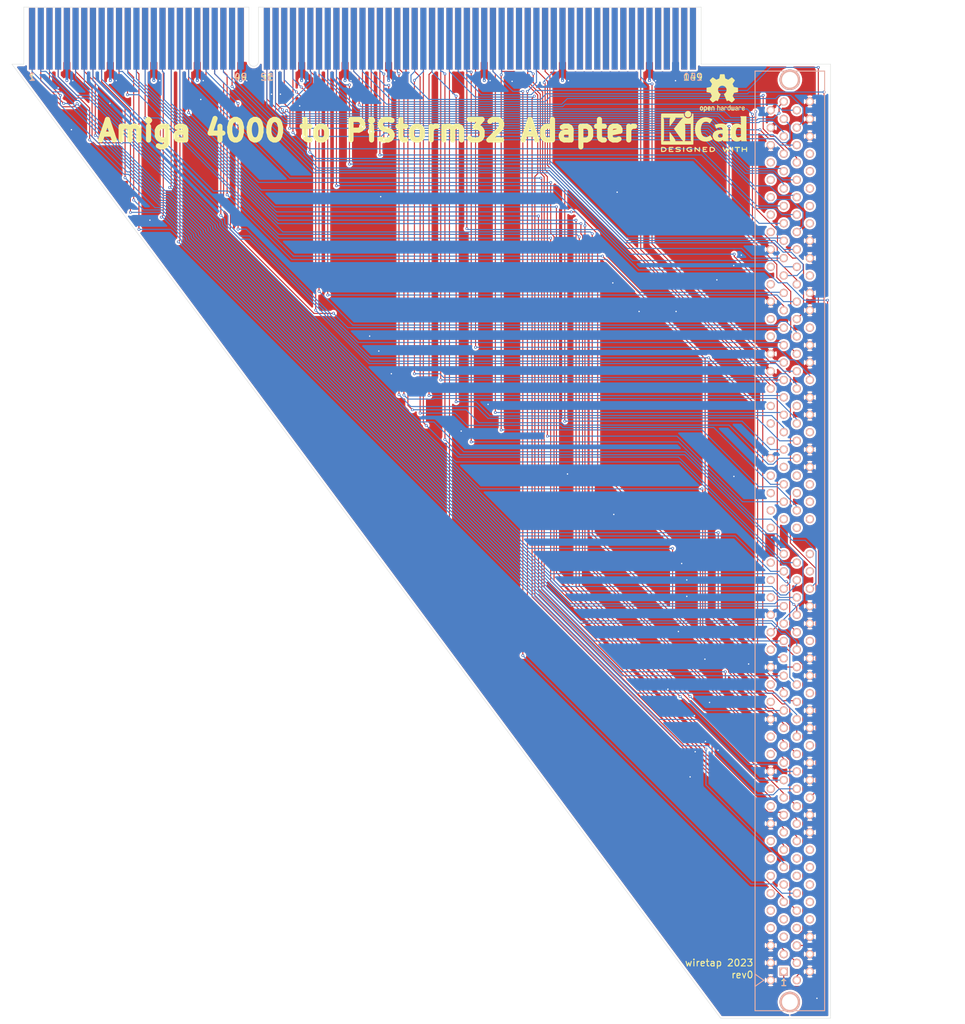
<source format=kicad_pcb>
(kicad_pcb (version 20171130) (host pcbnew "(5.1.6)-1")
  (layers (0 F.Cu signal) (1 In1.Cu_5V power) (2 In2.Cu_GND power) (31 B.Cu signal) (34 B.Paste user) (35 F.Paste user) (36 B.SilkS user) (37 F.SilkS user) (38 B.Mask user) (39 F.Mask user) (44 Edge.Cuts user))
  (net 0 "")
  (net 1 +5V)
  (net 2 /RMC)
  (net 3 /BG)
  (net 4 GND)
  (net 5 /FC2)
  (net 6 /IPL2)
  (net 7 /SIZ1)
  (net 8 /SIZ0)
  (net 9 /IPL1)
  (net 10 /IPL0)
  (net 11 /RESET)
  (net 12 /D28)
  (net 13 /D12)
  (net 14 /D11)
  (net 15 /D27)
  (net 16 /D25)
  (net 17 /D9)
  (net 18 /D10)
  (net 19 /D26)
  (net 20 /D30)
  (net 21 /D14)
  (net 22 /D13)
  (net 23 /D29)
  (net 24 /D31)
  (net 25 /D15)
  (net 26 /FPUCS)
  (net 27 /OCS)
  (net 28 /AS)
  (net 29 /CPUCLK)
  (net 30 /D16)
  (net 31 /D0)
  (net 32 /D1)
  (net 33 /D17)
  (net 34 /D19)
  (net 35 /D3)
  (net 36 /D2)
  (net 37 /D18)
  (net 38 /D22)
  (net 39 /D6)
  (net 40 /D7)
  (net 41 /D23)
  (net 42 /D21)
  (net 43 /D5)
  (net 44 /D4)
  (net 45 /D20)
  (net 46 /D24)
  (net 47 /D8)
  (net 48 /A24)
  (net 49 /A16)
  (net 50 /A21)
  (net 51 /A29)
  (net 52 /A30)
  (net 53 /A22)
  (net 54 /DSACK0)
  (net 55 /DS)
  (net 56 /ECS)
  (net 57 /A31)
  (net 58 /A23)
  (net 59 /A19)
  (net 60 /A27)
  (net 61 /INT2)
  (net 62 /A28)
  (net 63 /A20)
  (net 64 /A18)
  (net 65 /A26)
  (net 66 /A25)
  (net 67 /A17)
  (net 68 /A8)
  (net 69 /A0)
  (net 70 /A1)
  (net 71 /A9)
  (net 72 /A11)
  (net 73 /A3)
  (net 74 /A2)
  (net 75 /A10)
  (net 76 /INT6)
  (net 77 /A14)
  (net 78 /A6)
  (net 79 /A7)
  (net 80 /A15)
  (net 81 /A13)
  (net 82 /A5)
  (net 83 /A4)
  (net 84 /A12)
  (net 85 /BOSS)
  (net 86 /FC0)
  (net 87 /FC1)
  (net 88 /BERR)
  (net 89 /BR)
  (net 90 /AVEC)
  (net 91 /RW)
  (net 92 /BGACK)
  (net 93 /HLT)
  (net 94 /DSACK1)
  (net 95 /RST)
  (module Symbol:KiCad-Logo2_5mm_SilkScreen (layer F.Cu) (at 145.7198 47.53356)
    (fp_text reference Kicad-Logo hide)
    (fp_text value KiCad-Logo2_5mm_SilkScreen hide)
  )
  (module Symbol:OSHW-Logo2_7.3x6mm_SilkScreen (layer F.Cu) (at 148.3868 41.95064)
    (fp_text reference OSHW-logo hide)
    (fp_text value OSHW-Logo2_7.3x6mm_SilkScreen hide)
  )
  (module SamacSys_Parts:KEL-8817-200-170S-F (layer B.Cu) (at 158.252 107.31 270)
    (fp_text reference CON1 hide)
    (fp_text value A3000_A4000_LOCAL_BUS_SLOT hide)
    (pad 103 thru_hole circle (at -3.175 -2.921 270) (size 1.2 1.2) (drill 0.8) (layers *.Cu *.Mask B.SilkS) (net 1 +5V))
    (pad 101 thru_hole circle (at -3.175 0.889 270) (size 1.2 1.2) (drill 0.8) (layers *.Cu *.Mask B.SilkS))
    (pad 104 thru_hole circle (at -1.905 -1.016 270) (size 1.2 1.2) (drill 0.8) (layers *.Cu *.Mask B.SilkS))
    (pad 102 thru_hole circle (at -1.905 2.794 270) (size 1.2 1.2) (drill 0.8) (layers *.Cu *.Mask B.SilkS) (net 1 +5V))
    (pad 106 thru_hole circle (at -4.445 2.794 270) (size 1.2 1.2) (drill 0.8) (layers *.Cu *.Mask B.SilkS) (net 1 +5V))
    (pad 108 thru_hole circle (at -4.445 -1.016 270) (size 1.2 1.2) (drill 0.8) (layers *.Cu *.Mask B.SilkS) (net 2 /RMC))
    (pad 105 thru_hole circle (at -5.715 0.889 270) (size 1.2 1.2) (drill 0.8) (layers *.Cu *.Mask B.SilkS) (net 3 /BG))
    (pad 107 thru_hole circle (at -5.715 -2.921 270) (size 1.2 1.2) (drill 0.8) (layers *.Cu *.Mask B.SilkS) (net 1 +5V))
    (pad 115 thru_hole circle (at -10.795 -2.921 270) (size 1.2 1.2) (drill 0.8) (layers *.Cu *.Mask B.SilkS) (net 4 GND))
    (pad 113 thru_hole circle (at -10.795 0.889 270) (size 1.2 1.2) (drill 0.8) (layers *.Cu *.Mask B.SilkS))
    (pad 116 thru_hole circle (at -9.525 -1.016 270) (size 1.2 1.2) (drill 0.8) (layers *.Cu *.Mask B.SilkS))
    (pad 114 thru_hole circle (at -9.525 2.794 270) (size 1.2 1.2) (drill 0.8) (layers *.Cu *.Mask B.SilkS))
    (pad 110 thru_hole circle (at -6.985 2.794 270) (size 1.2 1.2) (drill 0.8) (layers *.Cu *.Mask B.SilkS))
    (pad 112 thru_hole circle (at -6.985 -1.016 270) (size 1.2 1.2) (drill 0.8) (layers *.Cu *.Mask B.SilkS))
    (pad 109 thru_hole circle (at -8.255 0.889 270) (size 1.2 1.2) (drill 0.8) (layers *.Cu *.Mask B.SilkS) (net 95 /RST))
    (pad 111 thru_hole circle (at -8.255 -2.921 270) (size 1.2 1.2) (drill 0.8) (layers *.Cu *.Mask B.SilkS))
    (pad 127 thru_hole circle (at -18.415 -2.921 270) (size 1.2 1.2) (drill 0.8) (layers *.Cu *.Mask B.SilkS) (net 4 GND))
    (pad 125 thru_hole circle (at -18.415 0.889 270) (size 1.2 1.2) (drill 0.8) (layers *.Cu *.Mask B.SilkS) (net 5 /FC2))
    (pad 128 thru_hole circle (at -17.145 -1.016 270) (size 1.2 1.2) (drill 0.8) (layers *.Cu *.Mask B.SilkS) (net 6 /IPL2))
    (pad 126 thru_hole circle (at -17.145 2.794 270) (size 1.2 1.2) (drill 0.8) (layers *.Cu *.Mask B.SilkS))
    (pad 130 thru_hole circle (at -19.685 2.794 270) (size 1.2 1.2) (drill 0.8) (layers *.Cu *.Mask B.SilkS) (net 4 GND))
    (pad 132 thru_hole circle (at -19.685 -1.016 270) (size 1.2 1.2) (drill 0.8) (layers *.Cu *.Mask B.SilkS))
    (pad 129 thru_hole circle (at -20.955 0.889 270) (size 1.2 1.2) (drill 0.8) (layers *.Cu *.Mask B.SilkS) (net 7 /SIZ1))
    (pad 131 thru_hole circle (at -20.955 -2.921 270) (size 1.2 1.2) (drill 0.8) (layers *.Cu *.Mask B.SilkS) (net 4 GND))
    (pad 123 thru_hole circle (at -15.875 -2.921 270) (size 1.2 1.2) (drill 0.8) (layers *.Cu *.Mask B.SilkS))
    (pad 121 thru_hole circle (at -15.875 0.889 270) (size 1.2 1.2) (drill 0.8) (layers *.Cu *.Mask B.SilkS) (net 8 /SIZ0))
    (pad 124 thru_hole circle (at -14.605 -1.016 270) (size 1.2 1.2) (drill 0.8) (layers *.Cu *.Mask B.SilkS) (net 9 /IPL1))
    (pad 122 thru_hole circle (at -14.605 2.794 270) (size 1.2 1.2) (drill 0.8) (layers *.Cu *.Mask B.SilkS))
    (pad 118 thru_hole circle (at -12.065 2.794 270) (size 1.2 1.2) (drill 0.8) (layers *.Cu *.Mask B.SilkS) (net 4 GND))
    (pad 120 thru_hole circle (at -12.065 -1.016 270) (size 1.2 1.2) (drill 0.8) (layers *.Cu *.Mask B.SilkS) (net 10 /IPL0))
    (pad 117 thru_hole circle (at -13.335 0.889 270) (size 1.2 1.2) (drill 0.8) (layers *.Cu *.Mask B.SilkS) (net 11 /RESET))
    (pad 119 thru_hole circle (at -13.335 -2.921 270) (size 1.2 1.2) (drill 0.8) (layers *.Cu *.Mask B.SilkS) (net 4 GND))
    (pad 151 thru_hole circle (at -33.655 -2.921 270) (size 1.2 1.2) (drill 0.8) (layers *.Cu *.Mask B.SilkS) (net 4 GND))
    (pad 149 thru_hole circle (at -33.655 0.889 270) (size 1.2 1.2) (drill 0.8) (layers *.Cu *.Mask B.SilkS) (net 12 /D28))
    (pad 152 thru_hole circle (at -32.385 -1.016 270) (size 1.2 1.2) (drill 0.8) (layers *.Cu *.Mask B.SilkS) (net 13 /D12))
    (pad 150 thru_hole circle (at -32.385 2.794 270) (size 1.2 1.2) (drill 0.8) (layers *.Cu *.Mask B.SilkS))
    (pad 154 thru_hole circle (at -34.925 2.794 270) (size 1.2 1.2) (drill 0.8) (layers *.Cu *.Mask B.SilkS) (net 4 GND))
    (pad 156 thru_hole circle (at -34.925 -1.016 270) (size 1.2 1.2) (drill 0.8) (layers *.Cu *.Mask B.SilkS) (net 14 /D11))
    (pad 153 thru_hole circle (at -36.195 0.889 270) (size 1.2 1.2) (drill 0.8) (layers *.Cu *.Mask B.SilkS) (net 15 /D27))
    (pad 155 thru_hole circle (at -36.195 -2.921 270) (size 1.2 1.2) (drill 0.8) (layers *.Cu *.Mask B.SilkS) (net 4 GND))
    (pad 163 thru_hole circle (at -41.275 -2.921 270) (size 1.2 1.2) (drill 0.8) (layers *.Cu *.Mask B.SilkS) (net 4 GND))
    (pad 161 thru_hole circle (at -41.275 0.889 270) (size 1.2 1.2) (drill 0.8) (layers *.Cu *.Mask B.SilkS) (net 16 /D25))
    (pad 164 thru_hole circle (at -40.005 -1.016 270) (size 1.2 1.2) (drill 0.8) (layers *.Cu *.Mask B.SilkS) (net 17 /D9))
    (pad 162 thru_hole circle (at -40.005 2.794 270) (size 1.2 1.2) (drill 0.8) (layers *.Cu *.Mask B.SilkS))
    (pad 158 thru_hole circle (at -37.465 2.794 270) (size 1.2 1.2) (drill 0.8) (layers *.Cu *.Mask B.SilkS))
    (pad 160 thru_hole circle (at -37.465 -1.016 270) (size 1.2 1.2) (drill 0.8) (layers *.Cu *.Mask B.SilkS) (net 18 /D10))
    (pad 157 thru_hole circle (at -38.735 0.889 270) (size 1.2 1.2) (drill 0.8) (layers *.Cu *.Mask B.SilkS) (net 19 /D26))
    (pad 159 thru_hole circle (at -38.735 -2.921 270) (size 1.2 1.2) (drill 0.8) (layers *.Cu *.Mask B.SilkS))
    (pad 143 thru_hole circle (at -28.575 -2.921 270) (size 1.2 1.2) (drill 0.8) (layers *.Cu *.Mask B.SilkS) (net 4 GND))
    (pad 141 thru_hole circle (at -28.575 0.889 270) (size 1.2 1.2) (drill 0.8) (layers *.Cu *.Mask B.SilkS) (net 20 /D30))
    (pad 144 thru_hole circle (at -27.305 -1.016 270) (size 1.2 1.2) (drill 0.8) (layers *.Cu *.Mask B.SilkS) (net 21 /D14))
    (pad 142 thru_hole circle (at -27.305 2.794 270) (size 1.2 1.2) (drill 0.8) (layers *.Cu *.Mask B.SilkS) (net 4 GND))
    (pad 146 thru_hole circle (at -29.845 2.794 270) (size 1.2 1.2) (drill 0.8) (layers *.Cu *.Mask B.SilkS))
    (pad 148 thru_hole circle (at -29.845 -1.016 270) (size 1.2 1.2) (drill 0.8) (layers *.Cu *.Mask B.SilkS) (net 22 /D13))
    (pad 145 thru_hole circle (at -31.115 0.889 270) (size 1.2 1.2) (drill 0.8) (layers *.Cu *.Mask B.SilkS) (net 23 /D29))
    (pad 147 thru_hole circle (at -31.115 -2.921 270) (size 1.2 1.2) (drill 0.8) (layers *.Cu *.Mask B.SilkS))
    (pad 139 thru_hole circle (at -26.035 -2.921 270) (size 1.2 1.2) (drill 0.8) (layers *.Cu *.Mask B.SilkS) (net 4 GND))
    (pad 137 thru_hole circle (at -26.035 0.889 270) (size 1.2 1.2) (drill 0.8) (layers *.Cu *.Mask B.SilkS) (net 24 /D31))
    (pad 140 thru_hole circle (at -24.765 -1.016 270) (size 1.2 1.2) (drill 0.8) (layers *.Cu *.Mask B.SilkS) (net 25 /D15))
    (pad 138 thru_hole circle (at -24.765 2.794 270) (size 1.2 1.2) (drill 0.8) (layers *.Cu *.Mask B.SilkS) (net 4 GND))
    (pad 134 thru_hole circle (at -22.225 2.794 270) (size 1.2 1.2) (drill 0.8) (layers *.Cu *.Mask B.SilkS) (net 26 /FPUCS))
    (pad 136 thru_hole circle (at -22.225 -1.016 270) (size 1.2 1.2) (drill 0.8) (layers *.Cu *.Mask B.SilkS) (net 27 /OCS))
    (pad 133 thru_hole circle (at -23.495 0.889 270) (size 1.2 1.2) (drill 0.8) (layers *.Cu *.Mask B.SilkS) (net 28 /AS))
    (pad 135 thru_hole circle (at -23.495 -2.921 270) (size 1.2 1.2) (drill 0.8) (layers *.Cu *.Mask B.SilkS) (net 29 /CPUCLK))
    (pad 171 thru_hole circle (at -46.355 -2.921 270) (size 1.2 1.2) (drill 0.8) (layers *.Cu *.Mask B.SilkS))
    (pad 169 thru_hole circle (at -46.355 0.889 270) (size 1.2 1.2) (drill 0.8) (layers *.Cu *.Mask B.SilkS) (net 30 /D16))
    (pad 172 thru_hole circle (at -45.085 -1.016 270) (size 1.2 1.2) (drill 0.8) (layers *.Cu *.Mask B.SilkS) (net 31 /D0))
    (pad 170 thru_hole circle (at -45.085 2.794 270) (size 1.2 1.2) (drill 0.8) (layers *.Cu *.Mask B.SilkS))
    (pad 174 thru_hole circle (at -47.625 2.794 270) (size 1.2 1.2) (drill 0.8) (layers *.Cu *.Mask B.SilkS) (net 1 +5V))
    (pad 176 thru_hole circle (at -47.625 -1.016 270) (size 1.2 1.2) (drill 0.8) (layers *.Cu *.Mask B.SilkS) (net 32 /D1))
    (pad 173 thru_hole circle (at -48.895 0.889 270) (size 1.2 1.2) (drill 0.8) (layers *.Cu *.Mask B.SilkS) (net 33 /D17))
    (pad 175 thru_hole circle (at -48.895 -2.921 270) (size 1.2 1.2) (drill 0.8) (layers *.Cu *.Mask B.SilkS) (net 1 +5V))
    (pad 183 thru_hole circle (at -53.975 -2.921 270) (size 1.2 1.2) (drill 0.8) (layers *.Cu *.Mask B.SilkS) (net 1 +5V))
    (pad 181 thru_hole circle (at -53.975 0.889 270) (size 1.2 1.2) (drill 0.8) (layers *.Cu *.Mask B.SilkS) (net 34 /D19))
    (pad 184 thru_hole circle (at -52.705 -1.016 270) (size 1.2 1.2) (drill 0.8) (layers *.Cu *.Mask B.SilkS) (net 35 /D3))
    (pad 182 thru_hole circle (at -52.705 2.794 270) (size 1.2 1.2) (drill 0.8) (layers *.Cu *.Mask B.SilkS) (net 1 +5V))
    (pad 178 thru_hole circle (at -50.165 2.794 270) (size 1.2 1.2) (drill 0.8) (layers *.Cu *.Mask B.SilkS) (net 1 +5V))
    (pad 180 thru_hole circle (at -50.165 -1.016 270) (size 1.2 1.2) (drill 0.8) (layers *.Cu *.Mask B.SilkS) (net 36 /D2))
    (pad 177 thru_hole circle (at -51.435 0.889 270) (size 1.2 1.2) (drill 0.8) (layers *.Cu *.Mask B.SilkS) (net 37 /D18))
    (pad 179 thru_hole circle (at -51.435 -2.921 270) (size 1.2 1.2) (drill 0.8) (layers *.Cu *.Mask B.SilkS) (net 1 +5V))
    (pad 195 thru_hole circle (at -61.595 -2.921 270) (size 1.2 1.2) (drill 0.8) (layers *.Cu *.Mask B.SilkS) (net 4 GND))
    (pad 193 thru_hole circle (at -61.595 0.889 270) (size 1.2 1.2) (drill 0.8) (layers *.Cu *.Mask B.SilkS) (net 38 /D22))
    (pad 196 thru_hole circle (at -60.325 -1.016 270) (size 1.2 1.2) (drill 0.8) (layers *.Cu *.Mask B.SilkS) (net 39 /D6))
    (pad 194 thru_hole circle (at -60.325 2.794 270) (size 1.2 1.2) (drill 0.8) (layers *.Cu *.Mask B.SilkS) (net 4 GND))
    (pad 198 thru_hole circle (at -62.865 2.794 270) (size 1.2 1.2) (drill 0.8) (layers *.Cu *.Mask B.SilkS) (net 4 GND))
    (pad 200 thru_hole circle (at -62.865 -1.016 270) (size 1.2 1.2) (drill 0.8) (layers *.Cu *.Mask B.SilkS) (net 40 /D7))
    (pad 197 thru_hole circle (at -64.135 0.889 270) (size 1.2 1.2) (drill 0.8) (layers *.Cu *.Mask B.SilkS) (net 41 /D23))
    (pad 199 thru_hole circle (at -64.135 -2.921 270) (size 1.2 1.2) (drill 0.8) (layers *.Cu *.Mask B.SilkS) (net 4 GND))
    (pad 191 thru_hole circle (at -59.055 -2.921 270) (size 1.2 1.2) (drill 0.8) (layers *.Cu *.Mask B.SilkS) (net 4 GND))
    (pad 189 thru_hole circle (at -59.055 0.889 270) (size 1.2 1.2) (drill 0.8) (layers *.Cu *.Mask B.SilkS) (net 42 /D21))
    (pad 192 thru_hole circle (at -57.785 -1.016 270) (size 1.2 1.2) (drill 0.8) (layers *.Cu *.Mask B.SilkS) (net 43 /D5))
    (pad 190 thru_hole circle (at -57.785 2.794 270) (size 1.2 1.2) (drill 0.8) (layers *.Cu *.Mask B.SilkS) (net 4 GND))
    (pad 186 thru_hole circle (at -55.245 2.794 270) (size 1.2 1.2) (drill 0.8) (layers *.Cu *.Mask B.SilkS) (net 1 +5V))
    (pad 188 thru_hole circle (at -55.245 -1.016 270) (size 1.2 1.2) (drill 0.8) (layers *.Cu *.Mask B.SilkS) (net 44 /D4))
    (pad 185 thru_hole circle (at -56.515 0.889 270) (size 1.2 1.2) (drill 0.8) (layers *.Cu *.Mask B.SilkS) (net 45 /D20))
    (pad 187 thru_hole circle (at -56.515 -2.921 270) (size 1.2 1.2) (drill 0.8) (layers *.Cu *.Mask B.SilkS) (net 1 +5V))
    (pad 167 thru_hole circle (at -43.815 -2.921 270) (size 1.2 1.2) (drill 0.8) (layers *.Cu *.Mask B.SilkS) (net 4 GND))
    (pad 165 thru_hole circle (at -43.815 0.889 270) (size 1.2 1.2) (drill 0.8) (layers *.Cu *.Mask B.SilkS) (net 46 /D24))
    (pad 168 thru_hole circle (at -42.545 -1.016 270) (size 1.2 1.2) (drill 0.8) (layers *.Cu *.Mask B.SilkS) (net 47 /D8))
    (pad 166 thru_hole circle (at -42.545 2.794 270) (size 1.2 1.2) (drill 0.8) (layers *.Cu *.Mask B.SilkS) (net 4 GND))
    (pad 66 thru_hole circle (at 23.495 2.794 270) (size 1.2 1.2) (drill 0.8) (layers *.Cu *.Mask B.SilkS))
    (pad 68 thru_hole circle (at 23.495 -1.016 270) (size 1.2 1.2) (drill 0.8) (layers *.Cu *.Mask B.SilkS) (net 48 /A24))
    (pad 65 thru_hole circle (at 22.225 0.889 270) (size 1.2 1.2) (drill 0.8) (layers *.Cu *.Mask B.SilkS) (net 49 /A16))
    (pad 67 thru_hole circle (at 22.225 -2.921 270) (size 1.2 1.2) (drill 0.8) (layers *.Cu *.Mask B.SilkS))
    (pad 87 thru_hole circle (at 9.525 -2.921 270) (size 1.2 1.2) (drill 0.8) (layers *.Cu *.Mask B.SilkS) (net 4 GND))
    (pad 85 thru_hole circle (at 9.525 0.889 270) (size 1.2 1.2) (drill 0.8) (layers *.Cu *.Mask B.SilkS) (net 50 /A21))
    (pad 88 thru_hole circle (at 10.795 -1.016 270) (size 1.2 1.2) (drill 0.8) (layers *.Cu *.Mask B.SilkS) (net 51 /A29))
    (pad 86 thru_hole circle (at 10.795 2.794 270) (size 1.2 1.2) (drill 0.8) (layers *.Cu *.Mask B.SilkS) (net 4 GND))
    (pad 90 thru_hole circle (at 8.255 2.794 270) (size 1.2 1.2) (drill 0.8) (layers *.Cu *.Mask B.SilkS))
    (pad 92 thru_hole circle (at 8.255 -1.016 270) (size 1.2 1.2) (drill 0.8) (layers *.Cu *.Mask B.SilkS) (net 52 /A30))
    (pad 89 thru_hole circle (at 6.985 0.889 270) (size 1.2 1.2) (drill 0.8) (layers *.Cu *.Mask B.SilkS) (net 53 /A22))
    (pad 91 thru_hole circle (at 6.985 -2.921 270) (size 1.2 1.2) (drill 0.8) (layers *.Cu *.Mask B.SilkS) (net 54 /DSACK0))
    (pad 99 thru_hole circle (at 1.905 -2.921 270) (size 1.2 1.2) (drill 0.8) (layers *.Cu *.Mask B.SilkS) (net 1 +5V))
    (pad 97 thru_hole circle (at 1.905 0.889 270) (size 1.2 1.2) (drill 0.8) (layers *.Cu *.Mask B.SilkS) (net 55 /DS))
    (pad 100 thru_hole circle (at 3.175 -1.016 270) (size 1.2 1.2) (drill 0.8) (layers *.Cu *.Mask B.SilkS) (net 56 /ECS))
    (pad 98 thru_hole circle (at 3.175 2.794 270) (size 1.2 1.2) (drill 0.8) (layers *.Cu *.Mask B.SilkS) (net 1 +5V))
    (pad 94 thru_hole circle (at 5.715 2.794 270) (size 1.2 1.2) (drill 0.8) (layers *.Cu *.Mask B.SilkS) (net 1 +5V))
    (pad 96 thru_hole circle (at 5.715 -1.016 270) (size 1.2 1.2) (drill 0.8) (layers *.Cu *.Mask B.SilkS) (net 57 /A31))
    (pad 93 thru_hole circle (at 4.445 0.889 270) (size 1.2 1.2) (drill 0.8) (layers *.Cu *.Mask B.SilkS) (net 58 /A23))
    (pad 95 thru_hole circle (at 4.445 -2.921 270) (size 1.2 1.2) (drill 0.8) (layers *.Cu *.Mask B.SilkS) (net 1 +5V))
    (pad 79 thru_hole circle (at 14.605 -2.921 270) (size 1.2 1.2) (drill 0.8) (layers *.Cu *.Mask B.SilkS))
    (pad 77 thru_hole circle (at 14.605 0.889 270) (size 1.2 1.2) (drill 0.8) (layers *.Cu *.Mask B.SilkS) (net 59 /A19))
    (pad 80 thru_hole circle (at 15.875 -1.016 270) (size 1.2 1.2) (drill 0.8) (layers *.Cu *.Mask B.SilkS) (net 60 /A27))
    (pad 78 thru_hole circle (at 15.875 2.794 270) (size 1.2 1.2) (drill 0.8) (layers *.Cu *.Mask B.SilkS))
    (pad 82 thru_hole circle (at 13.335 2.794 270) (size 1.2 1.2) (drill 0.8) (layers *.Cu *.Mask B.SilkS) (net 61 /INT2))
    (pad 84 thru_hole circle (at 13.335 -1.016 270) (size 1.2 1.2) (drill 0.8) (layers *.Cu *.Mask B.SilkS) (net 62 /A28))
    (pad 81 thru_hole circle (at 12.065 0.889 270) (size 1.2 1.2) (drill 0.8) (layers *.Cu *.Mask B.SilkS) (net 63 /A20))
    (pad 83 thru_hole circle (at 12.065 -2.921 270) (size 1.2 1.2) (drill 0.8) (layers *.Cu *.Mask B.SilkS) (net 4 GND))
    (pad 75 thru_hole circle (at 17.145 -2.921 270) (size 1.2 1.2) (drill 0.8) (layers *.Cu *.Mask B.SilkS) (net 4 GND))
    (pad 73 thru_hole circle (at 17.145 0.889 270) (size 1.2 1.2) (drill 0.8) (layers *.Cu *.Mask B.SilkS) (net 64 /A18))
    (pad 76 thru_hole circle (at 18.415 -1.016 270) (size 1.2 1.2) (drill 0.8) (layers *.Cu *.Mask B.SilkS) (net 65 /A26))
    (pad 74 thru_hole circle (at 18.415 2.794 270) (size 1.2 1.2) (drill 0.8) (layers *.Cu *.Mask B.SilkS) (net 4 GND))
    (pad 70 thru_hole circle (at 20.955 2.794 270) (size 1.2 1.2) (drill 0.8) (layers *.Cu *.Mask B.SilkS))
    (pad 72 thru_hole circle (at 20.955 -1.016 270) (size 1.2 1.2) (drill 0.8) (layers *.Cu *.Mask B.SilkS) (net 66 /A25))
    (pad 69 thru_hole circle (at 19.685 0.889 270) (size 1.2 1.2) (drill 0.8) (layers *.Cu *.Mask B.SilkS) (net 67 /A17))
    (pad 71 thru_hole circle (at 19.685 -2.921 270) (size 1.2 1.2) (drill 0.8) (layers *.Cu *.Mask B.SilkS) (net 4 GND))
    (pad 35 thru_hole circle (at 42.545 -2.921 270) (size 1.2 1.2) (drill 0.8) (layers *.Cu *.Mask B.SilkS) (net 4 GND))
    (pad 33 thru_hole circle (at 42.545 0.889 270) (size 1.2 1.2) (drill 0.8) (layers *.Cu *.Mask B.SilkS) (net 68 /A8))
    (pad 36 thru_hole circle (at 43.815 -1.016 270) (size 1.2 1.2) (drill 0.8) (layers *.Cu *.Mask B.SilkS) (net 69 /A0))
    (pad 34 thru_hole circle (at 43.815 2.794 270) (size 1.2 1.2) (drill 0.8) (layers *.Cu *.Mask B.SilkS))
    (pad 38 thru_hole circle (at 41.275 2.794 270) (size 1.2 1.2) (drill 0.8) (layers *.Cu *.Mask B.SilkS) (net 4 GND))
    (pad 40 thru_hole circle (at 41.275 -1.016 270) (size 1.2 1.2) (drill 0.8) (layers *.Cu *.Mask B.SilkS) (net 70 /A1))
    (pad 37 thru_hole circle (at 40.005 0.889 270) (size 1.2 1.2) (drill 0.8) (layers *.Cu *.Mask B.SilkS) (net 71 /A9))
    (pad 39 thru_hole circle (at 40.005 -2.921 270) (size 1.2 1.2) (drill 0.8) (layers *.Cu *.Mask B.SilkS) (net 4 GND))
    (pad 47 thru_hole circle (at 34.925 -2.921 270) (size 1.2 1.2) (drill 0.8) (layers *.Cu *.Mask B.SilkS) (net 4 GND))
    (pad 45 thru_hole circle (at 34.925 0.889 270) (size 1.2 1.2) (drill 0.8) (layers *.Cu *.Mask B.SilkS) (net 72 /A11))
    (pad 48 thru_hole circle (at 36.195 -1.016 270) (size 1.2 1.2) (drill 0.8) (layers *.Cu *.Mask B.SilkS) (net 73 /A3))
    (pad 46 thru_hole circle (at 36.195 2.794 270) (size 1.2 1.2) (drill 0.8) (layers *.Cu *.Mask B.SilkS))
    (pad 42 thru_hole circle (at 38.735 2.794 270) (size 1.2 1.2) (drill 0.8) (layers *.Cu *.Mask B.SilkS))
    (pad 44 thru_hole circle (at 38.735 -1.016 270) (size 1.2 1.2) (drill 0.8) (layers *.Cu *.Mask B.SilkS) (net 74 /A2))
    (pad 41 thru_hole circle (at 37.465 0.889 270) (size 1.2 1.2) (drill 0.8) (layers *.Cu *.Mask B.SilkS) (net 75 /A10))
    (pad 43 thru_hole circle (at 37.465 -2.921 270) (size 1.2 1.2) (drill 0.8) (layers *.Cu *.Mask B.SilkS) (net 76 /INT6))
    (pad 59 thru_hole circle (at 27.305 -2.921 270) (size 1.2 1.2) (drill 0.8) (layers *.Cu *.Mask B.SilkS) (net 4 GND))
    (pad 57 thru_hole circle (at 27.305 0.889 270) (size 1.2 1.2) (drill 0.8) (layers *.Cu *.Mask B.SilkS) (net 77 /A14))
    (pad 60 thru_hole circle (at 28.575 -1.016 270) (size 1.2 1.2) (drill 0.8) (layers *.Cu *.Mask B.SilkS) (net 78 /A6))
    (pad 58 thru_hole circle (at 28.575 2.794 270) (size 1.2 1.2) (drill 0.8) (layers *.Cu *.Mask B.SilkS))
    (pad 62 thru_hole circle (at 26.035 2.794 270) (size 1.2 1.2) (drill 0.8) (layers *.Cu *.Mask B.SilkS) (net 4 GND))
    (pad 64 thru_hole circle (at 26.035 -1.016 270) (size 1.2 1.2) (drill 0.8) (layers *.Cu *.Mask B.SilkS) (net 79 /A7))
    (pad 61 thru_hole circle (at 24.765 0.889 270) (size 1.2 1.2) (drill 0.8) (layers *.Cu *.Mask B.SilkS) (net 80 /A15))
    (pad 63 thru_hole circle (at 24.765 -2.921 270) (size 1.2 1.2) (drill 0.8) (layers *.Cu *.Mask B.SilkS) (net 4 GND))
    (pad 55 thru_hole circle (at 29.845 -2.921 270) (size 1.2 1.2) (drill 0.8) (layers *.Cu *.Mask B.SilkS))
    (pad 53 thru_hole circle (at 29.845 0.889 270) (size 1.2 1.2) (drill 0.8) (layers *.Cu *.Mask B.SilkS) (net 81 /A13))
    (pad 56 thru_hole circle (at 31.115 -1.016 270) (size 1.2 1.2) (drill 0.8) (layers *.Cu *.Mask B.SilkS) (net 82 /A5))
    (pad 54 thru_hole circle (at 31.115 2.794 270) (size 1.2 1.2) (drill 0.8) (layers *.Cu *.Mask B.SilkS))
    (pad 50 thru_hole circle (at 33.655 2.794 270) (size 1.2 1.2) (drill 0.8) (layers *.Cu *.Mask B.SilkS) (net 4 GND))
    (pad 52 thru_hole circle (at 33.655 -1.016 270) (size 1.2 1.2) (drill 0.8) (layers *.Cu *.Mask B.SilkS) (net 83 /A4))
    (pad 49 thru_hole circle (at 32.385 0.889 270) (size 1.2 1.2) (drill 0.8) (layers *.Cu *.Mask B.SilkS) (net 84 /A12))
    (pad 51 thru_hole circle (at 32.385 -2.921 270) (size 1.2 1.2) (drill 0.8) (layers *.Cu *.Mask B.SilkS) (net 4 GND))
    (pad 19 thru_hole circle (at 52.705 -2.921 270) (size 1.2 1.2) (drill 0.8) (layers *.Cu *.Mask B.SilkS) (net 1 +5V))
    (pad 17 thru_hole circle (at 52.705 0.889 270) (size 1.2 1.2) (drill 0.8) (layers *.Cu *.Mask B.SilkS) (net 85 /BOSS))
    (pad 20 thru_hole circle (at 53.975 -1.016 270) (size 1.2 1.2) (drill 0.8) (layers *.Cu *.Mask B.SilkS) (net 86 /FC0))
    (pad 18 thru_hole circle (at 53.975 2.794 270) (size 1.2 1.2) (drill 0.8) (layers *.Cu *.Mask B.SilkS) (net 1 +5V))
    (pad 22 thru_hole circle (at 51.435 2.794 270) (size 1.2 1.2) (drill 0.8) (layers *.Cu *.Mask B.SilkS) (net 1 +5V))
    (pad 24 thru_hole circle (at 51.435 -1.016 270) (size 1.2 1.2) (drill 0.8) (layers *.Cu *.Mask B.SilkS) (net 87 /FC1))
    (pad 21 thru_hole circle (at 50.165 0.889 270) (size 1.2 1.2) (drill 0.8) (layers *.Cu *.Mask B.SilkS))
    (pad 23 thru_hole circle (at 50.165 -2.921 270) (size 1.2 1.2) (drill 0.8) (layers *.Cu *.Mask B.SilkS) (net 1 +5V))
    (pad 31 thru_hole circle (at 45.085 -2.921 270) (size 1.2 1.2) (drill 0.8) (layers *.Cu *.Mask B.SilkS))
    (pad 29 thru_hole circle (at 45.085 0.889 270) (size 1.2 1.2) (drill 0.8) (layers *.Cu *.Mask B.SilkS) (net 88 /BERR))
    (pad 32 thru_hole circle (at 46.355 -1.016 270) (size 1.2 1.2) (drill 0.8) (layers *.Cu *.Mask B.SilkS))
    (pad 30 thru_hole circle (at 46.355 2.794 270) (size 1.2 1.2) (drill 0.8) (layers *.Cu *.Mask B.SilkS))
    (pad 26 thru_hole circle (at 48.895 2.794 270) (size 1.2 1.2) (drill 0.8) (layers *.Cu *.Mask B.SilkS) (net 1 +5V))
    (pad 28 thru_hole circle (at 48.895 -1.016 270) (size 1.2 1.2) (drill 0.8) (layers *.Cu *.Mask B.SilkS))
    (pad 25 thru_hole circle (at 47.625 0.889 270) (size 1.2 1.2) (drill 0.8) (layers *.Cu *.Mask B.SilkS) (net 89 /BR))
    (pad 27 thru_hole circle (at 47.625 -2.921 270) (size 1.2 1.2) (drill 0.8) (layers *.Cu *.Mask B.SilkS) (net 1 +5V))
    (pad 11 thru_hole circle (at 57.785 -2.921 270) (size 1.2 1.2) (drill 0.8) (layers *.Cu *.Mask B.SilkS) (net 4 GND))
    (pad 9 thru_hole circle (at 57.785 0.889 270) (size 1.2 1.2) (drill 0.8) (layers *.Cu *.Mask B.SilkS))
    (pad 12 thru_hole circle (at 59.055 -1.016 270) (size 1.2 1.2) (drill 0.8) (layers *.Cu *.Mask B.SilkS) (net 90 /AVEC))
    (pad 10 thru_hole circle (at 59.055 2.794 270) (size 1.2 1.2) (drill 0.8) (layers *.Cu *.Mask B.SilkS) (net 4 GND))
    (pad 14 thru_hole circle (at 56.515 2.794 270) (size 1.2 1.2) (drill 0.8) (layers *.Cu *.Mask B.SilkS) (net 1 +5V))
    (pad 16 thru_hole circle (at 56.515 -1.016 270) (size 1.2 1.2) (drill 0.8) (layers *.Cu *.Mask B.SilkS))
    (pad 13 thru_hole circle (at 55.245 0.889 270) (size 1.2 1.2) (drill 0.8) (layers *.Cu *.Mask B.SilkS))
    (pad 15 thru_hole circle (at 55.245 -2.921 270) (size 1.2 1.2) (drill 0.8) (layers *.Cu *.Mask B.SilkS) (net 1 +5V))
    (pad 7 thru_hole circle (at 60.325 -2.921 270) (size 1.2 1.2) (drill 0.8) (layers *.Cu *.Mask B.SilkS) (net 4 GND))
    (pad 5 thru_hole circle (at 60.325 0.889 270) (size 1.2 1.2) (drill 0.8) (layers *.Cu *.Mask B.SilkS) (net 91 /RW))
    (pad 8 thru_hole circle (at 61.595 -1.016 270) (size 1.2 1.2) (drill 0.8) (layers *.Cu *.Mask B.SilkS) (net 92 /BGACK))
    (pad 6 thru_hole circle (at 61.595 2.794 270) (size 1.2 1.2) (drill 0.8) (layers *.Cu *.Mask B.SilkS) (net 4 GND))
    (pad 2 thru_hole circle (at 64.135 2.794 270) (size 1.2 1.2) (drill 0.8) (layers *.Cu *.Mask B.SilkS) (net 4 GND))
    (pad 4 thru_hole circle (at 64.135 -1.016 270) (size 1.2 1.2) (drill 0.8) (layers *.Cu *.Mask B.SilkS) (net 93 /HLT))
    (pad 1 thru_hole rect (at 62.865 0.889 270) (size 1.2 1.2) (drill 0.8) (layers *.Cu *.Mask B.SilkS) (net 94 /DSACK1))
    (pad 3 thru_hole circle (at 62.865 -2.921 270) (size 1.2 1.2) (drill 0.8) (layers *.Cu *.Mask B.SilkS) (net 4 GND))
    (pad "" thru_hole circle (at -67.31 0 270) (size 3 3) (drill 2.3) (layers *.Cu *.Mask B.SilkS))
    (pad "" thru_hole circle (at 67.31 0 270) (size 3 3) (drill 2.3) (layers *.Cu *.Mask B.SilkS))
  )
  (module SamacSys_Parts:A1200-EXP (layer B.Cu) (at 95.8367 34.0055)
    (fp_text reference CON2 hide)
    (fp_text value A1200-EXP)
    (fp_text user 2 (at -48.26 5.60832) (layer B.SilkS) (effects (justify mirror)))
    (fp_text user 50 (at -17.79016 5.61086 180) (layer B.SilkS) (effects (justify mirror)))
    (fp_text user 52 (at -13.96238 5.61086 180) (layer B.SilkS) (effects (justify mirror)))
    (fp_text user 150 (at 48.26762 5.60578 180) (layer B.SilkS) (effects (justify mirror)))
    (fp_text user 1 (at -48.2854 5.61086 180) (layer F.SilkS))
    (fp_text user 49 (at -17.79778 5.60324 180) (layer F.SilkS))
    (fp_text user 51 (at -13.96238 5.61086 180) (layer F.SilkS))
    (fp_text user 149 (at 48.26 5.60324 180) (layer F.SilkS))
    (pad 4 smd rect (at -46.99 0) (size 0.9 9) (layers B.Cu B.Paste B.Mask) (net 62 /A28))
    (pad 6 smd rect (at -45.72 0) (size 0.9 9) (layers B.Cu B.Paste B.Mask) (net 65 /A26))
    (pad 8 smd rect (at -44.45 0) (size 0.9 9) (layers B.Cu B.Paste B.Mask) (net 48 /A24))
    (pad 10 smd rect (at -43.18 0) (size 0.9 9) (layers B.Cu B.Paste B.Mask) (net 1 +5V))
    (pad 12 smd rect (at -41.91 0) (size 0.9 9) (layers B.Cu B.Paste B.Mask) (net 53 /A22))
    (pad 14 smd rect (at -40.64 0) (size 0.9 9) (layers B.Cu B.Paste B.Mask) (net 63 /A20))
    (pad 16 smd rect (at -39.37 0) (size 0.9 9) (layers B.Cu B.Paste B.Mask) (net 64 /A18))
    (pad 18 smd rect (at -38.1 0) (size 0.9 9) (layers B.Cu B.Paste B.Mask) (net 49 /A16))
    (pad 20 smd rect (at -36.83 0) (size 0.9 9) (layers B.Cu B.Paste B.Mask) (net 1 +5V))
    (pad 22 smd rect (at -35.56 0) (size 0.9 9) (layers B.Cu B.Paste B.Mask) (net 77 /A14))
    (pad 24 smd rect (at -34.29 0) (size 0.9 9) (layers B.Cu B.Paste B.Mask) (net 84 /A12))
    (pad 26 smd rect (at -33.02 0) (size 0.9 9) (layers B.Cu B.Paste B.Mask) (net 75 /A10))
    (pad 28 smd rect (at -31.75 0) (size 0.9 9) (layers B.Cu B.Paste B.Mask) (net 68 /A8))
    (pad 30 smd rect (at -30.48 0) (size 0.9 9) (layers B.Cu B.Paste B.Mask) (net 1 +5V))
    (pad 32 smd rect (at -29.21 0) (size 0.9 9) (layers B.Cu B.Paste B.Mask) (net 78 /A6))
    (pad 34 smd rect (at -27.94 0) (size 0.9 9) (layers B.Cu B.Paste B.Mask) (net 83 /A4))
    (pad 36 smd rect (at -26.67 0) (size 0.9 9) (layers B.Cu B.Paste B.Mask) (net 74 /A2))
    (pad 38 smd rect (at -25.4 0) (size 0.9 9) (layers B.Cu B.Paste B.Mask) (net 69 /A0))
    (pad 40 smd rect (at -24.13 0) (size 0.9 9) (layers B.Cu B.Paste B.Mask) (net 1 +5V))
    (pad 42 smd rect (at -22.86 0) (size 0.9 9) (layers B.Cu B.Paste B.Mask) (net 20 /D30))
    (pad 44 smd rect (at -21.59 0) (size 0.9 9) (layers B.Cu B.Paste B.Mask) (net 12 /D28))
    (pad 46 smd rect (at -20.32 0) (size 0.9 9) (layers B.Cu B.Paste B.Mask) (net 19 /D26))
    (pad 48 smd rect (at -19.05 0) (size 0.9 9) (layers B.Cu B.Paste B.Mask) (net 46 /D24))
    (pad 50 smd rect (at -17.78 0) (size 0.9 9) (layers B.Cu B.Paste B.Mask) (net 1 +5V))
    (pad 52 smd rect (at -13.97 0) (size 0.9 9) (layers B.Cu B.Paste B.Mask) (net 38 /D22))
    (pad 54 smd rect (at -12.7 0) (size 0.9 9) (layers B.Cu B.Paste B.Mask) (net 45 /D20))
    (pad 56 smd rect (at -11.43 0) (size 0.9 9) (layers B.Cu B.Paste B.Mask) (net 37 /D18))
    (pad 58 smd rect (at -10.16 0) (size 0.9 9) (layers B.Cu B.Paste B.Mask) (net 30 /D16))
    (pad 60 smd rect (at -8.89 0) (size 0.9 9) (layers B.Cu B.Paste B.Mask) (net 1 +5V))
    (pad 62 smd rect (at -7.62 0) (size 0.9 9) (layers B.Cu B.Paste B.Mask) (net 21 /D14))
    (pad 64 smd rect (at -6.35 0) (size 0.9 9) (layers B.Cu B.Paste B.Mask) (net 13 /D12))
    (pad 66 smd rect (at -5.08 0) (size 0.9 9) (layers B.Cu B.Paste B.Mask) (net 18 /D10))
    (pad 68 smd rect (at -3.81 0) (size 0.9 9) (layers B.Cu B.Paste B.Mask) (net 47 /D8))
    (pad 70 smd rect (at -2.54 0) (size 0.9 9) (layers B.Cu B.Paste B.Mask) (net 1 +5V))
    (pad 72 smd rect (at -1.27 0) (size 0.9 9) (layers B.Cu B.Paste B.Mask) (net 39 /D6))
    (pad 74 smd rect (at 0 0) (size 0.9 9) (layers B.Cu B.Paste B.Mask) (net 44 /D4))
    (pad 76 smd rect (at 1.27 0) (size 0.9 9) (layers B.Cu B.Paste B.Mask) (net 36 /D2))
    (pad 78 smd rect (at 2.54 0) (size 0.9 9) (layers B.Cu B.Paste B.Mask) (net 31 /D0))
    (pad 80 smd rect (at 3.81 0) (size 0.9 9) (layers B.Cu B.Paste B.Mask) (net 1 +5V))
    (pad 82 smd rect (at 5.08 0) (size 0.9 9) (layers B.Cu B.Paste B.Mask) (net 9 /IPL1))
    (pad 84 smd rect (at 6.35 0) (size 0.9 9) (layers B.Cu B.Paste B.Mask))
    (pad 86 smd rect (at 7.62 0) (size 0.9 9) (layers B.Cu B.Paste B.Mask) (net 93 /HLT))
    (pad 88 smd rect (at 8.89 0) (size 0.9 9) (layers B.Cu B.Paste B.Mask) (net 27 /OCS))
    (pad 90 smd rect (at 10.16 0) (size 0.9 9) (layers B.Cu B.Paste B.Mask) (net 8 /SIZ0))
    (pad 92 smd rect (at 11.43 0) (size 0.9 9) (layers B.Cu B.Paste B.Mask) (net 55 /DS))
    (pad 94 smd rect (at 12.7 0) (size 0.9 9) (layers B.Cu B.Paste B.Mask) (net 88 /BERR))
    (pad 96 smd rect (at 13.97 0) (size 0.9 9) (layers B.Cu B.Paste B.Mask) (net 90 /AVEC))
    (pad 98 smd rect (at 15.24 0) (size 0.9 9) (layers B.Cu B.Paste B.Mask) (net 54 /DSACK0))
    (pad 100 smd rect (at 16.51 0) (size 0.9 9) (layers B.Cu B.Paste B.Mask))
    (pad 102 smd rect (at 17.78 0) (size 0.9 9) (layers B.Cu B.Paste B.Mask) (net 1 +5V))
    (pad 104 smd rect (at 19.05 0) (size 0.9 9) (layers B.Cu B.Paste B.Mask) (net 87 /FC1))
    (pad 106 smd rect (at 20.32 0) (size 0.9 9) (layers B.Cu B.Paste B.Mask) (net 2 /RMC))
    (pad 108 smd rect (at 21.59 0) (size 0.9 9) (layers B.Cu B.Paste B.Mask))
    (pad 110 smd rect (at 22.86 0) (size 0.9 9) (layers B.Cu B.Paste B.Mask))
    (pad 112 smd rect (at 24.13 0) (size 0.9 9) (layers B.Cu B.Paste B.Mask) (net 3 /BG))
    (pad 114 smd rect (at 25.4 0) (size 0.9 9) (layers B.Cu B.Paste B.Mask) (net 85 /BOSS))
    (pad 116 smd rect (at 26.67 0) (size 0.9 9) (layers B.Cu B.Paste B.Mask))
    (pad 118 smd rect (at 27.94 0) (size 0.9 9) (layers B.Cu B.Paste B.Mask) (net 11 /RESET))
    (pad 120 smd rect (at 29.21 0) (size 0.9 9) (layers B.Cu B.Paste B.Mask) (net 1 +5V))
    (pad 122 smd rect (at 30.48 0) (size 0.9 9) (layers B.Cu B.Paste B.Mask))
    (pad 124 smd rect (at 31.75 0) (size 0.9 9) (layers B.Cu B.Paste B.Mask))
    (pad 126 smd rect (at 33.02 0) (size 0.9 9) (layers B.Cu B.Paste B.Mask))
    (pad 128 smd rect (at 34.29 0) (size 0.9 9) (layers B.Cu B.Paste B.Mask))
    (pad 130 smd rect (at 35.56 0) (size 0.9 9) (layers B.Cu B.Paste B.Mask))
    (pad 132 smd rect (at 36.83 0) (size 0.9 9) (layers B.Cu B.Paste B.Mask))
    (pad 134 smd rect (at 38.1 0) (size 0.9 9) (layers B.Cu B.Paste B.Mask))
    (pad 136 smd rect (at 39.37 0) (size 0.9 9) (layers B.Cu B.Paste B.Mask))
    (pad 138 smd rect (at 40.64 0) (size 0.9 9) (layers B.Cu B.Paste B.Mask) (net 76 /INT6))
    (pad 140 smd rect (at 41.91 0) (size 0.9 9) (layers B.Cu B.Paste B.Mask) (net 1 +5V))
    (pad 142 smd rect (at 43.18 0) (size 0.9 9) (layers B.Cu B.Paste B.Mask))
    (pad 144 smd rect (at 44.45 0) (size 0.9 9) (layers B.Cu B.Paste B.Mask))
    (pad 146 smd rect (at 45.72 0) (size 0.9 9) (layers B.Cu B.Paste B.Mask) (net 4 GND))
    (pad 148 smd rect (at 46.99 0) (size 0.9 9) (layers B.Cu B.Paste B.Mask))
    (pad 150 smd rect (at 48.26 0) (size 0.9 9) (layers B.Cu B.Paste B.Mask))
    (pad 0 smd rect (at -48.26 0) (size 0 0) (layers B.Cu B.Paste B.Mask))
    (pad 0 smd rect (at 48.26 0) (size 0 0) (layers B.Cu B.Paste B.Mask))
    (pad 0 smd rect (at -48.26 0) (size 0 0) (layers F.Cu F.Paste F.Mask))
    (pad 37 smd rect (at -25.4 0) (size 0.9 9) (layers F.Cu F.Paste F.Mask) (net 70 /A1))
    (pad 23 smd rect (at -34.29 0) (size 0.9 9) (layers F.Cu F.Paste F.Mask) (net 81 /A13))
    (pad 9 smd rect (at -43.18 0) (size 0.9 9) (layers F.Cu F.Paste F.Mask) (net 4 GND))
    (pad 31 smd rect (at -29.21 0) (size 0.9 9) (layers F.Cu F.Paste F.Mask) (net 79 /A7))
    (pad 21 smd rect (at -35.56 0) (size 0.9 9) (layers F.Cu F.Paste F.Mask) (net 80 /A15))
    (pad 13 smd rect (at -40.64 0) (size 0.9 9) (layers F.Cu F.Paste F.Mask) (net 50 /A21))
    (pad 39 smd rect (at -24.13 0) (size 0.9 9) (layers F.Cu F.Paste F.Mask) (net 4 GND))
    (pad 49 smd rect (at -17.78 0) (size 0.9 9) (layers F.Cu F.Paste F.Mask) (net 4 GND))
    (pad 3 smd rect (at -46.99 0) (size 0.9 9) (layers F.Cu F.Paste F.Mask) (net 51 /A29))
    (pad 15 smd rect (at -39.37 0) (size 0.9 9) (layers F.Cu F.Paste F.Mask) (net 59 /A19))
    (pad 43 smd rect (at -21.59 0) (size 0.9 9) (layers F.Cu F.Paste F.Mask) (net 23 /D29))
    (pad 29 smd rect (at -30.48 0) (size 0.9 9) (layers F.Cu F.Paste F.Mask) (net 4 GND))
    (pad 11 smd rect (at -41.91 0) (size 0.9 9) (layers F.Cu F.Paste F.Mask) (net 58 /A23))
    (pad 35 smd rect (at -26.67 0) (size 0.9 9) (layers F.Cu F.Paste F.Mask) (net 73 /A3))
    (pad 25 smd rect (at -33.02 0) (size 0.9 9) (layers F.Cu F.Paste F.Mask) (net 72 /A11))
    (pad 5 smd rect (at -45.72 0) (size 0.9 9) (layers F.Cu F.Paste F.Mask) (net 60 /A27))
    (pad 7 smd rect (at -44.45 0) (size 0.9 9) (layers F.Cu F.Paste F.Mask) (net 66 /A25))
    (pad 47 smd rect (at -19.05 0) (size 0.9 9) (layers F.Cu F.Paste F.Mask) (net 16 /D25))
    (pad 45 smd rect (at -20.32 0) (size 0.9 9) (layers F.Cu F.Paste F.Mask) (net 15 /D27))
    (pad 41 smd rect (at -22.86 0) (size 0.9 9) (layers F.Cu F.Paste F.Mask) (net 24 /D31))
    (pad 33 smd rect (at -27.94 0) (size 0.9 9) (layers F.Cu F.Paste F.Mask) (net 82 /A5))
    (pad 27 smd rect (at -31.75 0) (size 0.9 9) (layers F.Cu F.Paste F.Mask) (net 71 /A9))
    (pad 19 smd rect (at -36.83 0) (size 0.9 9) (layers F.Cu F.Paste F.Mask) (net 4 GND))
    (pad 17 smd rect (at -38.1 0) (size 0.9 9) (layers F.Cu F.Paste F.Mask) (net 67 /A17))
    (pad 129 smd rect (at 35.56 0) (size 0.9 9) (layers F.Cu F.Paste F.Mask))
    (pad 141 smd rect (at 43.18 0) (size 0.9 9) (layers F.Cu F.Paste F.Mask))
    (pad 127 smd rect (at 34.29 0) (size 0.9 9) (layers F.Cu F.Paste F.Mask))
    (pad 131 smd rect (at 36.83 0) (size 0.9 9) (layers F.Cu F.Paste F.Mask))
    (pad 143 smd rect (at 44.45 0) (size 0.9 9) (layers F.Cu F.Paste F.Mask))
    (pad 135 smd rect (at 39.37 0) (size 0.9 9) (layers F.Cu F.Paste F.Mask))
    (pad 137 smd rect (at 40.64 0) (size 0.9 9) (layers F.Cu F.Paste F.Mask) (net 61 /INT2))
    (pad 147 smd rect (at 46.99 0) (size 0.9 9) (layers F.Cu F.Paste F.Mask))
    (pad 133 smd rect (at 38.1 0) (size 0.9 9) (layers F.Cu F.Paste F.Mask))
    (pad 145 smd rect (at 45.72 0) (size 0.9 9) (layers F.Cu F.Paste F.Mask))
    (pad 0 smd rect (at 48.26 0) (size 0 0) (layers F.Cu F.Paste F.Mask))
    (pad 149 smd rect (at 48.26 0) (size 0.9 9) (layers F.Cu F.Paste F.Mask))
    (pad 139 smd rect (at 41.91 0) (size 0.9 9) (layers F.Cu F.Paste F.Mask) (net 4 GND))
    (pad 87 smd rect (at 8.89 0) (size 0.9 9) (layers F.Cu F.Paste F.Mask) (net 56 /ECS))
    (pad 55 smd rect (at -11.43 0) (size 0.9 9) (layers F.Cu F.Paste F.Mask) (net 34 /D19))
    (pad 91 smd rect (at 11.43 0) (size 0.9 9) (layers F.Cu F.Paste F.Mask) (net 28 /AS))
    (pad 71 smd rect (at -1.27 0) (size 0.9 9) (layers F.Cu F.Paste F.Mask) (net 40 /D7))
    (pad 109 smd rect (at 22.86 0) (size 0.9 9) (layers F.Cu F.Paste F.Mask))
    (pad 77 smd rect (at 2.54 0) (size 0.9 9) (layers F.Cu F.Paste F.Mask) (net 32 /D1))
    (pad 93 smd rect (at 12.7 0) (size 0.9 9) (layers F.Cu F.Paste F.Mask) (net 91 /RW))
    (pad 83 smd rect (at 6.35 0) (size 0.9 9) (layers F.Cu F.Paste F.Mask) (net 10 /IPL0))
    (pad 79 smd rect (at 3.81 0) (size 0.9 9) (layers F.Cu F.Paste F.Mask) (net 4 GND))
    (pad 65 smd rect (at -5.08 0) (size 0.9 9) (layers F.Cu F.Paste F.Mask) (net 14 /D11))
    (pad 73 smd rect (at 0 0) (size 0.9 9) (layers F.Cu F.Paste F.Mask) (net 43 /D5))
    (pad 95 smd rect (at 13.97 0) (size 0.9 9) (layers F.Cu F.Paste F.Mask))
    (pad 107 smd rect (at 21.59 0) (size 0.9 9) (layers F.Cu F.Paste F.Mask))
    (pad 69 smd rect (at -2.54 0) (size 0.9 9) (layers F.Cu F.Paste F.Mask) (net 4 GND))
    (pad 81 smd rect (at 5.08 0) (size 0.9 9) (layers F.Cu F.Paste F.Mask) (net 6 /IPL2))
    (pad 123 smd rect (at 31.75 0) (size 0.9 9) (layers F.Cu F.Paste F.Mask))
    (pad 85 smd rect (at 7.62 0) (size 0.9 9) (layers F.Cu F.Paste F.Mask) (net 95 /RST))
    (pad 115 smd rect (at 26.67 0) (size 0.9 9) (layers F.Cu F.Paste F.Mask) (net 26 /FPUCS))
    (pad 61 smd rect (at -7.62 0) (size 0.9 9) (layers F.Cu F.Paste F.Mask) (net 25 /D15))
    (pad 75 smd rect (at 1.27 0) (size 0.9 9) (layers F.Cu F.Paste F.Mask) (net 35 /D3))
    (pad 97 smd rect (at 15.24 0) (size 0.9 9) (layers F.Cu F.Paste F.Mask) (net 94 /DSACK1))
    (pad 111 smd rect (at 24.13 0) (size 0.9 9) (layers F.Cu F.Paste F.Mask) (net 89 /BR))
    (pad 103 smd rect (at 19.05 0) (size 0.9 9) (layers F.Cu F.Paste F.Mask) (net 5 /FC2))
    (pad 67 smd rect (at -3.81 0) (size 0.9 9) (layers F.Cu F.Paste F.Mask) (net 17 /D9))
    (pad 57 smd rect (at -10.16 0) (size 0.9 9) (layers F.Cu F.Paste F.Mask) (net 33 /D17))
    (pad 53 smd rect (at -12.7 0) (size 0.9 9) (layers F.Cu F.Paste F.Mask) (net 42 /D21))
    (pad 51 smd rect (at -13.97 0) (size 0.9 9) (layers F.Cu F.Paste F.Mask) (net 41 /D23))
    (pad 121 smd rect (at 30.48 0) (size 0.9 9) (layers F.Cu F.Paste F.Mask))
    (pad 117 smd rect (at 27.94 0) (size 0.9 9) (layers F.Cu F.Paste F.Mask))
    (pad 105 smd rect (at 20.32 0) (size 0.9 9) (layers F.Cu F.Paste F.Mask) (net 86 /FC0))
    (pad 89 smd rect (at 10.16 0) (size 0.9 9) (layers F.Cu F.Paste F.Mask) (net 7 /SIZ1))
    (pad 101 smd rect (at 17.78 0) (size 0.9 9) (layers F.Cu F.Paste F.Mask) (net 4 GND))
    (pad 59 smd rect (at -8.89 0) (size 0.9 9) (layers F.Cu F.Paste F.Mask) (net 4 GND))
    (pad 63 smd rect (at -6.35 0) (size 0.9 9) (layers F.Cu F.Paste F.Mask) (net 22 /D13))
    (pad 99 smd rect (at 16.51 0) (size 0.9 9) (layers F.Cu F.Paste F.Mask) (net 29 /CPUCLK))
    (pad 125 smd rect (at 33.02 0) (size 0.9 9) (layers F.Cu F.Paste F.Mask))
    (pad 119 smd rect (at 29.21 0) (size 0.9 9) (layers F.Cu F.Paste F.Mask) (net 4 GND))
    (pad 113 smd rect (at 25.4 0) (size 0.9 9) (layers F.Cu F.Paste F.Mask) (net 92 /BGACK))
    (pad 2 smd rect (at -48.26 0.00254) (size 0.9 9) (layers B.Cu B.Paste B.Mask) (net 52 /A30))
    (pad 1 smd rect (at -48.26254 0.00254) (size 0.9 9) (layers F.Cu F.Paste F.Mask) (net 57 /A31))
  )
  (gr_text "Amiga 4000 to PiStorm32 Adapter" (at 96.58604 47.43704) (layer F.SilkS) (effects (font (size 3 3) (thickness 0.75))))
  (gr_line (start 148.14804 176.99736) (end 44.6278 37.72154) (layer Edge.Cuts) (width 0.05))
  (gr_line (start 148.76272 37.719) (end 145.30324 37.719) (layer Edge.Cuts) (width 0.05))
  (gr_line (start 45.8216 37.72154) (end 44.6278 37.72154) (layer Edge.Cuts) (width 0.05))
  (gr_line (start 46.35754 37.72154) (end 45.8216 37.72154) (layer Edge.Cuts) (width 0.05))
  (gr_line (start 164.20084 176.99736) (end 148.14804 176.99736) (layer Edge.Cuts) (width 0.05))
  (gr_line (start 164.20084 37.719) (end 164.20084 176.99736) (layer Edge.Cuts) (width 0.05))
  (gr_line (start 148.76272 37.719) (end 164.20084 37.719) (layer Edge.Cuts) (width 0.05))
  (gr_line (start 46.35754 29.39542) (end 46.35754 37.72154) (layer Edge.Cuts) (width 0.05))
  (gr_text 1 (at 157.37332 171.77512) (layer B.SilkS) (effects (font (size 1 1)) (justify mirror)))
  (gr_line (start 79.23784 29.39542) (end 46.35754 29.39542) (layer Edge.Cuts) (width 0.05))
  (gr_line (start 145.30324 37.719) (end 145.30324 37.65296) (layer Edge.Cuts) (width 0.05))
  (gr_line (start 145.30324 29.39542) (end 145.30324 37.65296) (layer Edge.Cuts) (width 0.05))
  (gr_text rev0 (at 151.31288 170.65244) (layer F.SilkS) (effects (font (size 1 1))))
  (gr_text "wiretap 2023" (at 147.9296 168.90492) (layer F.SilkS) (effects (font (size 1 1))))
  (gr_text 1 (at 157.37332 171.77512) (layer F.SilkS) (effects (font (size 1 1))))
  (gr_line (start 79.23784 37.33038) (end 79.23784 37.29482) (layer Edge.Cuts) (width 0.05))
  (gr_line (start 80.634871 37.33292) (end 80.63484 37.29482) (layer Edge.Cuts) (width 0.05))
  (gr_arc (start 79.936353 37.33292) (end 79.23784 37.33038) (angle -180.2083435) (layer Edge.Cuts) (width 0.05))
  (gr_line (start 80.63484 29.39542) (end 145.30324 29.39542) (layer Edge.Cuts) (width 0.05))
  (gr_line (start 80.63484 37.29482) (end 80.63484 29.39542) (layer Edge.Cuts) (width 0.05))
  (gr_line (start 79.23784 29.39542) (end 79.23784 37.29482) (layer Edge.Cuts) (width 0.05))
  (segment (start 113.617 37.0624) (end 113.6167 37.0621) (width 0.15) (layer B.Cu) (net 1))
  (segment (start 113.6167 37.0621) (end 113.6167 34.0055) (width 0.15) (layer B.Cu) (net 1))
  (segment (start 113.617 37.0624) (end 113.617 40.1193) (width 0.4) (layer B.Cu) (net 1))
  (segment (start 113.617 34.0055) (end 113.617 37.0624) (width 0.4) (layer B.Cu) (net 1))
  (segment (start 125.047 37.0624) (end 125.0467 37.0621) (width 0.15) (layer B.Cu) (net 1))
  (segment (start 125.0467 37.0621) (end 125.0467 34.0055) (width 0.15) (layer B.Cu) (net 1))
  (segment (start 125.047 37.0624) (end 125.047 40.1193) (width 0.4) (layer B.Cu) (net 1))
  (segment (start 125.047 34.0055) (end 125.047 37.0624) (width 0.4) (layer B.Cu) (net 1))
  (segment (start 137.747 37.0675) (end 137.7467 37.0672) (width 0.15) (layer B.Cu) (net 1))
  (segment (start 137.7467 37.0672) (end 137.7467 34.0055) (width 0.15) (layer B.Cu) (net 1))
  (segment (start 137.747 37.0675) (end 137.747 40.1295) (width 0.4) (layer B.Cu) (net 1))
  (segment (start 137.747 40.1295) (end 137.749 40.132) (width 0.4) (layer B.Cu) (net 1))
  (segment (start 137.747 34.0055) (end 137.747 37.0675) (width 0.4) (layer B.Cu) (net 1))
  (segment (start 52.6567 34.0055) (end 52.6567 40.1142) (width 0.4) (layer B.Cu) (net 1))
  (segment (start 59.0067 34.0055) (end 59.0067 40.1091) (width 0.4) (layer B.Cu) (net 1))
  (segment (start 59.0067 40.1091) (end 59.0042 40.1117) (width 0.4) (layer B.Cu) (net 1))
  (segment (start 65.3567 34.0055) (end 65.3567 40.1091) (width 0.4) (layer B.Cu) (net 1))
  (segment (start 65.3567 40.1091) (end 65.3593 40.1117) (width 0.4) (layer B.Cu) (net 1))
  (segment (start 71.7067 34.0055) (end 71.7067 40.1142) (width 0.4) (layer B.Cu) (net 1))
  (segment (start 78.0567 34.0055) (end 78.0567 40.1295) (width 0.4) (layer B.Cu) (net 1))
  (segment (start 86.9467 34.0055) (end 86.9467 40.1193) (width 0.4) (layer B.Cu) (net 1))
  (segment (start 86.9467 40.1193) (end 86.9493 40.1218) (width 0.4) (layer B.Cu) (net 1))
  (segment (start 99.6467 34.0055) (end 99.6467 40.1041) (width 0.4) (layer B.Cu) (net 1))
  (segment (start 99.6467 40.1041) (end 99.6544 40.1117) (width 0.4) (layer B.Cu) (net 1))
  (segment (start 93.2967 34.0055) (end 93.2967 40.1142) (width 0.4) (layer B.Cu) (net 1))
  (segment (start 93.2967 40.1142) (end 93.284 40.1269) (width 0.4) (layer B.Cu) (net 1))
  (via (at 52.6567 40.1142) (size 0.4) (layers F.Cu B.Cu) (net 1))
  (via (at 59.0042 40.1117) (size 0.4) (layers F.Cu B.Cu) (net 1))
  (via (at 65.3593 40.1117) (size 0.4) (layers F.Cu B.Cu) (net 1))
  (via (at 71.7067 40.1142) (size 0.4) (layers F.Cu B.Cu) (net 1))
  (via (at 78.0567 40.1295) (size 0.4) (layers F.Cu B.Cu) (net 1))
  (via (at 86.9493 40.1218) (size 0.4) (layers F.Cu B.Cu) (net 1))
  (via (at 99.6544 40.1117) (size 0.4) (layers F.Cu B.Cu) (net 1))
  (via (at 93.284 40.1269) (size 0.4) (layers F.Cu B.Cu) (net 1))
  (via (at 113.617 40.1193) (size 0.4) (layers F.Cu B.Cu) (net 1))
  (via (at 125.047 40.1193) (size 0.4) (layers F.Cu B.Cu) (net 1))
  (via (at 137.749 40.132) (size 0.4) (layers F.Cu B.Cu) (net 1))
  (segment (start 116.0926 39.2579) (end 116.0926 91.1076) (width 0.15) (layer F.Cu) (net 2))
  (segment (start 159.268 102.865) (end 159.268 102.2622) (width 0.15) (layer B.Cu) (net 2))
  (segment (start 159.268 102.2622) (end 156.411 99.4052) (width 0.15) (layer B.Cu) (net 2))
  (segment (start 156.411 99.4052) (end 153.7338 99.4052) (width 0.15) (layer B.Cu) (net 2))
  (segment (start 153.7338 99.4052) (end 145.4362 91.1076) (width 0.15) (layer B.Cu) (net 2))
  (segment (start 145.4362 91.1076) (end 116.0926 91.1076) (width 0.15) (layer B.Cu) (net 2))
  (segment (start 116.1567 34.0055) (end 116.1567 39.1938) (width 0.15) (layer B.Cu) (net 2))
  (segment (start 116.1567 39.1938) (end 116.0926 39.2579) (width 0.15) (layer B.Cu) (net 2))
  (via (at 116.0926 91.1076) (size 0.4) (layers F.Cu B.Cu) (net 2))
  (via (at 116.0926 39.2579) (size 0.4) (layers F.Cu B.Cu) (net 2))
  (segment (start 120.7745 39.1401) (end 120.7745 40.4131) (width 0.15) (layer F.Cu) (net 3))
  (segment (start 120.7745 40.4131) (end 122.1519 41.7905) (width 0.15) (layer F.Cu) (net 3))
  (segment (start 122.1519 41.7905) (end 122.1519 53.4499) (width 0.15) (layer F.Cu) (net 3))
  (segment (start 122.1519 53.4499) (end 122.8412 54.1392) (width 0.15) (layer F.Cu) (net 3))
  (segment (start 122.8412 54.1392) (end 122.8412 92.0185) (width 0.15) (layer F.Cu) (net 3))
  (segment (start 157.363 101.595) (end 151.3433 101.595) (width 0.15) (layer B.Cu) (net 3))
  (segment (start 151.3433 101.595) (end 141.7668 92.0185) (width 0.15) (layer B.Cu) (net 3))
  (segment (start 141.7668 92.0185) (end 122.8412 92.0185) (width 0.15) (layer B.Cu) (net 3))
  (segment (start 119.9667 34.0055) (end 119.9667 38.7806) (width 0.15) (layer B.Cu) (net 3))
  (segment (start 119.9667 38.7806) (end 120.415 38.7806) (width 0.15) (layer B.Cu) (net 3))
  (segment (start 120.415 38.7806) (end 120.7745 39.1401) (width 0.15) (layer B.Cu) (net 3))
  (via (at 120.7745 39.1401) (size 0.4) (layers F.Cu B.Cu) (net 3))
  (via (at 122.8412 92.0185) (size 0.4) (layers F.Cu B.Cu) (net 3))
  (segment (start 141.557 37.0675) (end 141.5567 37.0672) (width 0.15) (layer B.Cu) (net 4))
  (segment (start 141.5567 37.0672) (end 141.5567 34.0055) (width 0.15) (layer B.Cu) (net 4))
  (segment (start 141.557 37.0675) (end 141.557 40.1295) (width 0.4) (layer B.Cu) (net 4))
  (segment (start 141.557 40.1295) (end 141.554 40.132) (width 0.4) (layer B.Cu) (net 4))
  (segment (start 141.557 34.0055) (end 141.557 37.0675) (width 0.4) (layer B.Cu) (net 4))
  (segment (start 137.747 36.6204) (end 137.7467 36.6201) (width 0.15) (layer F.Cu) (net 4))
  (segment (start 137.7467 36.6201) (end 137.7467 34.0055) (width 0.15) (layer F.Cu) (net 4))
  (segment (start 137.747 36.6204) (end 137.747 39.2354) (width 0.4) (layer F.Cu) (net 4))
  (segment (start 137.747 39.2354) (end 138.643 40.132) (width 0.4) (layer F.Cu) (net 4))
  (segment (start 137.747 34.0055) (end 137.747 36.6204) (width 0.4) (layer F.Cu) (net 4))
  (segment (start 113.617 36.6357) (end 113.6167 36.6354) (width 0.15) (layer F.Cu) (net 4))
  (segment (start 113.6167 36.6354) (end 113.6167 34.0055) (width 0.15) (layer F.Cu) (net 4))
  (segment (start 113.617 36.6357) (end 113.617 39.2659) (width 0.4) (layer F.Cu) (net 4))
  (segment (start 113.617 39.2659) (end 114.473 40.1218) (width 0.4) (layer F.Cu) (net 4))
  (segment (start 113.617 34.0055) (end 113.617 36.6357) (width 0.4) (layer F.Cu) (net 4))
  (segment (start 125.047 36.6357) (end 125.0467 36.6354) (width 0.15) (layer F.Cu) (net 4))
  (segment (start 125.0467 36.6354) (end 125.0467 34.0055) (width 0.15) (layer F.Cu) (net 4))
  (segment (start 125.047 36.6357) (end 125.047 39.2659) (width 0.4) (layer F.Cu) (net 4))
  (segment (start 125.047 39.2659) (end 125.913 40.132) (width 0.4) (layer F.Cu) (net 4))
  (segment (start 125.047 34.0055) (end 125.047 36.6357) (width 0.4) (layer F.Cu) (net 4))
  (segment (start 93.2967 34.0055) (end 93.2967 39.2862) (width 0.4) (layer F.Cu) (net 4))
  (segment (start 93.2967 39.2862) (end 94.1476 40.1371) (width 0.4) (layer F.Cu) (net 4))
  (segment (start 52.6567 34.0055) (end 52.6567 39.2608) (width 0.4) (layer F.Cu) (net 4))
  (segment (start 52.6567 39.2608) (end 53.5229 40.1269) (width 0.4) (layer F.Cu) (net 4))
  (segment (start 59.0067 34.0055) (end 59.0067 39.2608) (width 0.4) (layer F.Cu) (net 4))
  (segment (start 59.0067 39.2608) (end 59.8678 40.1218) (width 0.4) (layer F.Cu) (net 4))
  (segment (start 65.3567 34.0055) (end 65.3567 39.2557) (width 0.4) (layer F.Cu) (net 4))
  (segment (start 65.3567 39.2557) (end 66.2229 40.1218) (width 0.4) (layer F.Cu) (net 4))
  (segment (start 71.7067 34.0055) (end 71.7067 39.2608) (width 0.4) (layer F.Cu) (net 4))
  (segment (start 71.7067 39.2608) (end 72.5729 40.1269) (width 0.4) (layer F.Cu) (net 4))
  (segment (start 78.0567 34.0055) (end 78.0567 39.2709) (width 0.4) (layer F.Cu) (net 4))
  (segment (start 78.0567 39.2709) (end 78.928 40.1422) (width 0.4) (layer F.Cu) (net 4))
  (segment (start 86.9467 34.0055) (end 86.9467 39.2405) (width 0.4) (layer F.Cu) (net 4))
  (segment (start 86.9467 39.2405) (end 87.8383 40.132) (width 0.4) (layer F.Cu) (net 4))
  (segment (start 99.6467 34.0055) (end 99.6467 39.2455) (width 0.4) (layer F.Cu) (net 4))
  (segment (start 99.6467 39.2455) (end 100.518 40.1168) (width 0.4) (layer F.Cu) (net 4))
  (via (at 94.1476 40.1371) (size 0.4) (layers F.Cu B.Cu) (net 4))
  (via (at 53.5229 40.1269) (size 0.4) (layers F.Cu B.Cu) (net 4))
  (via (at 59.8678 40.1218) (size 0.4) (layers F.Cu B.Cu) (net 4))
  (via (at 66.2229 40.1218) (size 0.4) (layers F.Cu B.Cu) (net 4))
  (via (at 72.5729 40.1269) (size 0.4) (layers F.Cu B.Cu) (net 4))
  (via (at 78.928 40.1422) (size 0.4) (layers F.Cu B.Cu) (net 4))
  (via (at 87.8383 40.132) (size 0.4) (layers F.Cu B.Cu) (net 4))
  (via (at 125.913 40.132) (size 0.4) (layers F.Cu B.Cu) (net 4))
  (via (at 114.473 40.1218) (size 0.4) (layers F.Cu B.Cu) (net 4))
  (via (at 100.518 40.1168) (size 0.4) (layers F.Cu B.Cu) (net 4))
  (via (at 141.554 40.132) (size 0.4) (layers F.Cu B.Cu) (net 4))
  (via (at 138.643 40.132) (size 0.4) (layers F.Cu B.Cu) (net 4))
  (via (at 141.63548 73.82256) (size 0.4) (drill 0.2) (layers F.Cu B.Cu) (net 4))
  (via (at 136.23544 73.82256) (size 0.4) (drill 0.2) (layers F.Cu B.Cu) (net 4))
  (via (at 132.5372 103.44912) (size 0.4) (drill 0.2) (layers F.Cu B.Cu) (net 4))
  (via (at 142.45336 110.61192) (size 0.4) (drill 0.2) (layers F.Cu B.Cu) (net 4))
  (via (at 125.77572 97.54616) (size 0.4) (drill 0.2) (layers F.Cu B.Cu) (net 4))
  (via (at 53.32476 47.28464) (size 0.4) (drill 0.2) (layers F.Cu B.Cu) (net 4))
  (via (at 58.94324 43.44416) (size 0.4) (drill 0.2) (layers F.Cu B.Cu) (net 4))
  (via (at 51.38928 41.18356) (size 0.4) (drill 0.2) (layers F.Cu B.Cu) (net 4))
  (via (at 143.6878 141.76248) (size 0.4) (drill 0.2) (layers F.Cu B.Cu) (net 4))
  (via (at 145.8468 124.57684) (size 0.4) (drill 0.2) (layers F.Cu B.Cu) (net 4))
  (via (at 147.76704 137.86612) (size 0.4) (drill 0.2) (layers F.Cu B.Cu) (net 4))
  (via (at 144.31264 132.83184) (size 0.4) (drill 0.2) (layers F.Cu B.Cu) (net 4))
  (via (at 152.23236 125.28296) (size 0.4) (drill 0.2) (layers F.Cu B.Cu) (net 4))
  (via (at 145.92808 136.59104) (size 0.4) (drill 0.2) (layers F.Cu B.Cu) (net 4))
  (via (at 144.42948 138.08964) (size 0.4) (drill 0.2) (layers F.Cu B.Cu) (net 4))
  (via (at 140.44168 128.9558) (size 0.4) (drill 0.2) (layers F.Cu B.Cu) (net 4))
  (via (at 162.20948 174.08144) (size 0.4) (drill 0.2) (layers F.Cu B.Cu) (net 4))
  (via (at 133.02996 56.40832) (size 0.4) (drill 0.2) (layers F.Cu B.Cu) (net 4))
  (via (at 147.59432 69.20992) (size 0.4) (drill 0.2) (layers F.Cu B.Cu) (net 4))
  (via (at 132.39496 69.65188) (size 0.4) (drill 0.2) (layers F.Cu B.Cu) (net 4))
  (via (at 86.65972 43.815) (size 0.4) (drill 0.2) (layers F.Cu B.Cu) (net 4))
  (via (at 82.54492 42.10304) (size 0.4) (drill 0.2) (layers F.Cu B.Cu) (net 4))
  (via (at 83.8454 42.10304) (size 0.4) (drill 0.2) (layers F.Cu B.Cu) (net 4))
  (via (at 117.68836 40.22852) (size 0.4) (drill 0.2) (layers F.Cu B.Cu) (net 4))
  (via (at 72.2122 42.8752) (size 0.4) (drill 0.2) (layers F.Cu B.Cu) (net 4))
  (via (at 110.25124 91.28252) (size 0.4) (drill 0.2) (layers F.Cu B.Cu) (net 4))
  (via (at 100.0506 82.91068) (size 0.4) (drill 0.2) (layers F.Cu B.Cu) (net 4))
  (via (at 98.21672 79.59852) (size 0.4) (drill 0.2) (layers F.Cu B.Cu) (net 4))
  (via (at 96.88068 77.4192) (size 0.4) (drill 0.2) (layers F.Cu B.Cu) (net 4))
  (via (at 150.08352 97.89668) (size 0.4) (drill 0.2) (layers F.Cu B.Cu) (net 4))
  (via (at 146.52244 130.89636) (size 0.4) (drill 0.2) (layers F.Cu B.Cu) (net 4))
  (via (at 141.97584 120.53824) (size 0.4) (drill 0.2) (layers F.Cu B.Cu) (net 4))
  (via (at 143.20012 115.40744) (size 0.4) (drill 0.2) (layers F.Cu B.Cu) (net 4))
  (via (at 143.20012 113.00968) (size 0.4) (drill 0.2) (layers F.Cu B.Cu) (net 4))
  (via (at 114.17808 87.38616) (size 0.4) (drill 0.2) (layers F.Cu B.Cu) (net 4))
  (via (at 98.49104 57.05856) (size 0.4) (drill 0.2) (layers F.Cu B.Cu) (net 4))
  (via (at 64.78524 60.49264) (size 0.4) (drill 0.2) (layers F.Cu B.Cu) (net 4))
  (via (at 151.16556 65.59804) (size 0.4) (drill 0.2) (layers F.Cu B.Cu) (net 4))
  (via (at 150.05812 67.11696) (size 0.4) (drill 0.2) (layers F.Cu B.Cu) (net 4))
  (via (at 155.62072 106.79176) (size 0.4) (drill 0.2) (layers F.Cu B.Cu) (net 4))
  (segment (start 157.363 88.895) (end 157.0401 88.5721) (width 0.15) (layer B.Cu) (net 5))
  (segment (start 157.0401 88.5721) (end 115.24 88.5721) (width 0.15) (layer B.Cu) (net 5))
  (segment (start 114.8867 38.7806) (end 115.24 39.1339) (width 0.15) (layer F.Cu) (net 5))
  (segment (start 115.24 39.1339) (end 115.24 88.5721) (width 0.15) (layer F.Cu) (net 5))
  (segment (start 114.8867 34.0055) (end 114.8867 38.7806) (width 0.15) (layer F.Cu) (net 5))
  (via (at 115.24 88.5721) (size 0.4) (layers F.Cu B.Cu) (net 5))
  (segment (start 100.9167 34.0055) (end 100.9167 38.1664) (width 0.15) (layer F.Cu) (net 6))
  (segment (start 100.9167 38.1664) (end 101.8862 39.1359) (width 0.15) (layer F.Cu) (net 6))
  (segment (start 101.8862 39.1359) (end 101.8862 86.022) (width 0.15) (layer F.Cu) (net 6))
  (segment (start 159.268 90.165) (end 159.268 89.5622) (width 0.15) (layer B.Cu) (net 6))
  (segment (start 159.268 89.5622) (end 156.2278 86.522) (width 0.15) (layer B.Cu) (net 6))
  (segment (start 156.2278 86.522) (end 106.2621 86.522) (width 0.15) (layer B.Cu) (net 6))
  (segment (start 106.2621 86.522) (end 106.1717 86.6124) (width 0.15) (layer B.Cu) (net 6))
  (segment (start 106.1717 86.6124) (end 102.4766 86.6124) (width 0.15) (layer B.Cu) (net 6))
  (segment (start 102.4766 86.6124) (end 101.8862 86.022) (width 0.15) (layer B.Cu) (net 6))
  (via (at 101.8862 86.022) (size 0.4) (layers F.Cu B.Cu) (net 6))
  (segment (start 105.9967 38.7806) (end 105.552 39.2253) (width 0.15) (layer F.Cu) (net 7))
  (segment (start 105.552 39.2253) (end 105.552 86.0962) (width 0.15) (layer F.Cu) (net 7))
  (segment (start 157.363 86.355) (end 157.1042 86.0962) (width 0.15) (layer B.Cu) (net 7))
  (segment (start 157.1042 86.0962) (end 105.552 86.0962) (width 0.15) (layer B.Cu) (net 7))
  (segment (start 105.9967 34.0055) (end 105.9967 38.7806) (width 0.15) (layer F.Cu) (net 7))
  (via (at 105.552 86.0962) (size 0.4) (layers F.Cu B.Cu) (net 7))
  (segment (start 109.5087 42.3933) (end 105.9967 38.8813) (width 0.15) (layer B.Cu) (net 8))
  (segment (start 105.9967 38.8813) (end 105.9967 34.0055) (width 0.15) (layer B.Cu) (net 8))
  (segment (start 109.5087 86.9971) (end 109.5087 42.3933) (width 0.15) (layer F.Cu) (net 8))
  (segment (start 157.363 91.435) (end 157.363 90.7733) (width 0.15) (layer B.Cu) (net 8))
  (segment (start 157.363 90.7733) (end 155.602 89.0123) (width 0.15) (layer B.Cu) (net 8))
  (segment (start 155.602 89.0123) (end 125.0361 89.0123) (width 0.15) (layer B.Cu) (net 8))
  (segment (start 125.0361 89.0123) (end 124.9779 89.0705) (width 0.15) (layer B.Cu) (net 8))
  (segment (start 124.9779 89.0705) (end 114.4852 89.0705) (width 0.15) (layer B.Cu) (net 8))
  (segment (start 114.4852 89.0705) (end 112.4118 86.9971) (width 0.15) (layer B.Cu) (net 8))
  (segment (start 112.4118 86.9971) (end 109.5087 86.9971) (width 0.15) (layer B.Cu) (net 8))
  (via (at 109.5087 86.9971) (size 0.4) (layers F.Cu B.Cu) (net 8))
  (via (at 109.5087 42.3933) (size 0.4) (layers F.Cu B.Cu) (net 8))
  (segment (start 159.268 92.705) (end 156.7603 92.705) (width 0.15) (layer B.Cu) (net 9))
  (segment (start 156.7603 92.705) (end 153.4177 89.3624) (width 0.15) (layer B.Cu) (net 9))
  (segment (start 153.4177 89.3624) (end 125.1812 89.3624) (width 0.15) (layer B.Cu) (net 9))
  (segment (start 125.1812 89.3624) (end 125.1174 89.4262) (width 0.15) (layer B.Cu) (net 9))
  (segment (start 125.1174 89.4262) (end 114.1708 89.4262) (width 0.15) (layer B.Cu) (net 9))
  (segment (start 114.1708 89.4262) (end 112.4447 87.7001) (width 0.15) (layer B.Cu) (net 9))
  (segment (start 112.4447 87.7001) (end 102.8922 87.7001) (width 0.15) (layer B.Cu) (net 9))
  (segment (start 102.8922 87.7001) (end 101.1633 85.9712) (width 0.15) (layer B.Cu) (net 9))
  (segment (start 101.1633 39.1182) (end 101.1633 85.9712) (width 0.15) (layer F.Cu) (net 9))
  (segment (start 100.9167 34.0055) (end 100.9167 38.8716) (width 0.15) (layer B.Cu) (net 9))
  (segment (start 100.9167 38.8716) (end 101.1633 39.1182) (width 0.15) (layer B.Cu) (net 9))
  (via (at 101.1633 39.1182) (size 0.4) (layers F.Cu B.Cu) (net 9))
  (via (at 101.1633 85.9712) (size 0.4) (layers F.Cu B.Cu) (net 9))
  (segment (start 103.1197 88.1752) (end 110.9655 88.1752) (width 0.15) (layer B.Cu) (net 10))
  (segment (start 110.9655 88.1752) (end 112.8476 90.0573) (width 0.15) (layer B.Cu) (net 10))
  (segment (start 112.8476 90.0573) (end 124.9258 90.0573) (width 0.15) (layer B.Cu) (net 10))
  (segment (start 124.9258 90.0573) (end 125.2759 90.4074) (width 0.15) (layer B.Cu) (net 10))
  (segment (start 125.2759 90.4074) (end 149.3829 90.4074) (width 0.15) (layer B.Cu) (net 10))
  (segment (start 149.3829 90.4074) (end 155.0956 96.1201) (width 0.15) (layer B.Cu) (net 10))
  (segment (start 155.0956 96.1201) (end 155.8205 96.1201) (width 0.15) (layer B.Cu) (net 10))
  (segment (start 155.8205 96.1201) (end 156.6956 95.245) (width 0.15) (layer B.Cu) (net 10))
  (segment (start 156.6956 95.245) (end 159.268 95.245) (width 0.15) (layer B.Cu) (net 10))
  (segment (start 102.1867 34.0055) (end 102.1867 38.7806) (width 0.15) (layer F.Cu) (net 10))
  (segment (start 102.1867 38.7806) (end 102.4661 39.06) (width 0.15) (layer F.Cu) (net 10))
  (segment (start 102.4661 39.06) (end 102.4661 87.5216) (width 0.15) (layer F.Cu) (net 10))
  (segment (start 102.4661 87.5216) (end 103.1197 88.1752) (width 0.15) (layer F.Cu) (net 10))
  (via (at 103.1197 88.1752) (size 0.4) (layers F.Cu B.Cu) (net 10))
  (segment (start 122.3788 40.409) (end 122.5067 40.5369) (width 0.15) (layer F.Cu) (net 11))
  (segment (start 122.5067 40.5369) (end 122.5067 53.1343) (width 0.15) (layer F.Cu) (net 11))
  (segment (start 122.5067 53.1343) (end 125.378 56.0056) (width 0.15) (layer F.Cu) (net 11))
  (segment (start 125.378 56.0056) (end 125.378 89.8375) (width 0.15) (layer F.Cu) (net 11))
  (segment (start 123.7767 38.7806) (end 122.3788 40.1785) (width 0.15) (layer B.Cu) (net 11))
  (segment (start 122.3788 40.1785) (end 122.3788 40.409) (width 0.15) (layer B.Cu) (net 11))
  (segment (start 123.7767 34.0055) (end 123.7767 38.7806) (width 0.15) (layer B.Cu) (net 11))
  (segment (start 125.378 89.8375) (end 151.2883 89.8375) (width 0.15) (layer B.Cu) (net 11))
  (segment (start 151.2883 89.8375) (end 155.4258 93.975) (width 0.15) (layer B.Cu) (net 11))
  (segment (start 155.4258 93.975) (end 157.363 93.975) (width 0.15) (layer B.Cu) (net 11))
  (via (at 125.378 89.8375) (size 0.4) (layers F.Cu B.Cu) (net 11))
  (via (at 122.3788 40.409) (size 0.4) (layers F.Cu B.Cu) (net 11))
  (segment (start 74.2467 38.7806) (end 74.2467 39.1133) (width 0.15) (layer B.Cu) (net 12))
  (segment (start 74.2467 39.1133) (end 88.7137 53.5803) (width 0.15) (layer B.Cu) (net 12))
  (segment (start 88.7137 53.5803) (end 122.9749 53.5803) (width 0.15) (layer B.Cu) (net 12))
  (segment (start 122.9749 53.5803) (end 134.8486 65.454) (width 0.15) (layer B.Cu) (net 12))
  (segment (start 134.8486 65.454) (end 150.1258 65.454) (width 0.15) (layer B.Cu) (net 12))
  (segment (start 157.363 73.655) (end 157.363 73.0272) (width 0.15) (layer F.Cu) (net 12))
  (segment (start 157.363 73.0272) (end 150.1258 65.79) (width 0.15) (layer F.Cu) (net 12))
  (segment (start 150.1258 65.79) (end 150.1258 65.454) (width 0.15) (layer F.Cu) (net 12))
  (segment (start 74.2467 34.0055) (end 74.2467 38.7806) (width 0.15) (layer B.Cu) (net 12))
  (via (at 150.1258 65.454) (size 0.4) (layers F.Cu B.Cu) (net 12))
  (segment (start 153.2648 44.6401) (end 153.2648 45.2461) (width 0.15) (layer B.Cu) (net 13))
  (segment (start 153.2648 45.2461) (end 152.9886 45.5223) (width 0.15) (layer B.Cu) (net 13))
  (segment (start 152.9886 45.5223) (end 149.6196 45.5223) (width 0.15) (layer B.Cu) (net 13))
  (segment (start 149.6196 45.5223) (end 148.7163 44.619) (width 0.15) (layer B.Cu) (net 13))
  (segment (start 148.7163 44.619) (end 95.0394 44.619) (width 0.15) (layer B.Cu) (net 13))
  (segment (start 95.0394 44.619) (end 89.4867 39.0663) (width 0.15) (layer B.Cu) (net 13))
  (segment (start 89.4867 39.0663) (end 89.4867 34.0055) (width 0.15) (layer B.Cu) (net 13))
  (via (at 153.2648 44.6401) (size 0.4) (layers F.Cu B.Cu) (net 13))
  (segment (start 153.2648 58.7939) (end 153.2648 44.6401) (width 0.15) (layer F.Cu) (net 13))
  (segment (start 156.4415 63.8206) (end 156.4415 61.9706) (width 0.15) (layer F.Cu) (net 13))
  (segment (start 160.2486 73.9444) (end 160.2486 66.9769) (width 0.15) (layer F.Cu) (net 13))
  (segment (start 159.268 74.925) (end 160.2486 73.9444) (width 0.15) (layer F.Cu) (net 13))
  (segment (start 156.4415 61.9706) (end 153.2648 58.7939) (width 0.15) (layer F.Cu) (net 13))
  (segment (start 160.2486 66.9769) (end 159.3067 66.035) (width 0.15) (layer F.Cu) (net 13))
  (segment (start 159.3067 66.035) (end 158.6559 66.035) (width 0.15) (layer F.Cu) (net 13))
  (segment (start 158.6559 66.035) (end 156.4415 63.8206) (width 0.15) (layer F.Cu) (net 13))
  (segment (start 90.7567 71.4204) (end 90.7567 34.0055) (width 0.15) (layer F.Cu) (net 14))
  (segment (start 159.268 72.385) (end 157.3308 72.385) (width 0.15) (layer B.Cu) (net 14))
  (segment (start 157.3308 72.385) (end 156.3662 71.4204) (width 0.15) (layer B.Cu) (net 14))
  (segment (start 156.3662 71.4204) (end 90.7567 71.4204) (width 0.15) (layer B.Cu) (net 14))
  (via (at 90.7567 71.4204) (size 0.4) (layers F.Cu B.Cu) (net 14))
  (segment (start 157.363 71.115) (end 157.2671 71.0191) (width 0.15) (layer B.Cu) (net 15))
  (segment (start 157.2671 71.0191) (end 136.3475 71.0191) (width 0.15) (layer B.Cu) (net 15))
  (segment (start 136.3475 71.0191) (end 131.5638 66.2354) (width 0.15) (layer B.Cu) (net 15))
  (segment (start 131.5638 66.2354) (end 85.5056 66.2354) (width 0.15) (layer B.Cu) (net 15))
  (segment (start 85.5056 66.2354) (end 76.0615 56.7913) (width 0.15) (layer B.Cu) (net 15))
  (segment (start 75.5167 38.7806) (end 76.0615 39.3254) (width 0.15) (layer F.Cu) (net 15))
  (segment (start 76.0615 39.3254) (end 76.0615 56.7913) (width 0.15) (layer F.Cu) (net 15))
  (segment (start 75.5167 34.0055) (end 75.5167 38.7806) (width 0.15) (layer F.Cu) (net 15))
  (via (at 76.0615 56.7913) (size 0.4) (layers F.Cu B.Cu) (net 15))
  (segment (start 76.7867 40.9814) (end 89.0355 53.2302) (width 0.15) (layer B.Cu) (net 16))
  (segment (start 89.0355 53.2302) (end 123.1201 53.2302) (width 0.15) (layer B.Cu) (net 16))
  (segment (start 123.1201 53.2302) (end 134.517 64.6271) (width 0.15) (layer B.Cu) (net 16))
  (segment (start 134.517 64.6271) (end 151.2339 64.6271) (width 0.15) (layer B.Cu) (net 16))
  (segment (start 151.2339 64.6271) (end 152.6418 66.035) (width 0.15) (layer B.Cu) (net 16))
  (segment (start 152.6418 66.035) (end 157.363 66.035) (width 0.15) (layer B.Cu) (net 16))
  (segment (start 76.7867 34.0055) (end 76.7867 40.9814) (width 0.15) (layer F.Cu) (net 16))
  (via (at 76.7867 40.9814) (size 0.4) (layers F.Cu B.Cu) (net 16))
  (segment (start 92.0267 34.0055) (end 92.0267 55.4591) (width 0.15) (layer F.Cu) (net 17))
  (segment (start 159.268 67.305) (end 157.3308 67.305) (width 0.15) (layer B.Cu) (net 17))
  (segment (start 157.3308 67.305) (end 156.411 66.3852) (width 0.15) (layer B.Cu) (net 17))
  (segment (start 156.411 66.3852) (end 135.2846 66.3852) (width 0.15) (layer B.Cu) (net 17))
  (segment (start 135.2846 66.3852) (end 124.3585 55.4591) (width 0.15) (layer B.Cu) (net 17))
  (segment (start 124.3585 55.4591) (end 92.0267 55.4591) (width 0.15) (layer B.Cu) (net 17))
  (via (at 92.0267 55.4591) (size 0.4) (layers F.Cu B.Cu) (net 17))
  (segment (start 152.7896 45.0378) (end 152.0207 44.2689) (width 0.15) (layer B.Cu) (net 18))
  (segment (start 152.0207 44.2689) (end 95.2141 44.2689) (width 0.15) (layer B.Cu) (net 18))
  (segment (start 95.2141 44.2689) (end 90.7567 39.8115) (width 0.15) (layer B.Cu) (net 18))
  (segment (start 90.7567 39.8115) (end 90.7567 34.0055) (width 0.15) (layer B.Cu) (net 18))
  (segment (start 159.268 69.845) (end 159.268 69.2076) (width 0.15) (layer F.Cu) (net 18))
  (segment (start 159.268 69.2076) (end 156.4105 66.3501) (width 0.15) (layer F.Cu) (net 18))
  (segment (start 156.4105 66.3501) (end 156.4105 64.4237) (width 0.15) (layer F.Cu) (net 18))
  (segment (start 156.4105 64.4237) (end 152.7896 60.8028) (width 0.15) (layer F.Cu) (net 18))
  (segment (start 152.7896 60.8028) (end 152.7896 45.0378) (width 0.15) (layer F.Cu) (net 18))
  (via (at 152.7896 45.0378) (size 0.4) (layers F.Cu B.Cu) (net 18))
  (segment (start 75.5167 38.7806) (end 75.5167 38.8907) (width 0.15) (layer B.Cu) (net 19))
  (segment (start 75.5167 38.8907) (end 87.3173 50.6913) (width 0.15) (layer B.Cu) (net 19))
  (segment (start 87.3173 50.6913) (end 87.3173 50.8846) (width 0.15) (layer B.Cu) (net 19))
  (segment (start 87.3173 50.8846) (end 89.3128 52.8801) (width 0.15) (layer B.Cu) (net 19))
  (segment (start 89.3128 52.8801) (end 123.2652 52.8801) (width 0.15) (layer B.Cu) (net 19))
  (segment (start 123.2652 52.8801) (end 134.1854 63.8003) (width 0.15) (layer B.Cu) (net 19))
  (segment (start 134.1854 63.8003) (end 155.9127 63.8003) (width 0.15) (layer B.Cu) (net 19))
  (segment (start 155.9127 63.8003) (end 157.2722 65.1598) (width 0.15) (layer B.Cu) (net 19))
  (segment (start 157.2722 65.1598) (end 158.4251 65.1598) (width 0.15) (layer B.Cu) (net 19))
  (segment (start 158.4251 65.1598) (end 160.1719 66.9066) (width 0.15) (layer B.Cu) (net 19))
  (segment (start 160.1719 66.9066) (end 160.1719 67.6986) (width 0.15) (layer B.Cu) (net 19))
  (segment (start 160.1719 67.6986) (end 159.2955 68.575) (width 0.15) (layer B.Cu) (net 19))
  (segment (start 159.2955 68.575) (end 157.363 68.575) (width 0.15) (layer B.Cu) (net 19))
  (segment (start 75.5167 34.0055) (end 75.5167 38.7806) (width 0.15) (layer B.Cu) (net 19))
  (segment (start 77.6633 61.7991) (end 78.8306 61.7991) (width 0.15) (layer B.Cu) (net 20))
  (segment (start 78.8306 61.7991) (end 91.1187 74.0872) (width 0.15) (layer B.Cu) (net 20))
  (segment (start 91.1187 74.0872) (end 91.1187 74.2747) (width 0.15) (layer B.Cu) (net 20))
  (segment (start 91.1187 74.2747) (end 95.1951 78.3511) (width 0.15) (layer B.Cu) (net 20))
  (segment (start 95.1951 78.3511) (end 156.9791 78.3511) (width 0.15) (layer B.Cu) (net 20))
  (segment (start 156.9791 78.3511) (end 157.363 78.735) (width 0.15) (layer B.Cu) (net 20))
  (segment (start 77.6633 43.461) (end 77.6633 61.7991) (width 0.15) (layer F.Cu) (net 20))
  (segment (start 72.9767 34.0055) (end 72.9767 38.7806) (width 0.15) (layer B.Cu) (net 20))
  (segment (start 72.9767 38.7806) (end 72.9829 38.7806) (width 0.15) (layer B.Cu) (net 20))
  (segment (start 72.9829 38.7806) (end 77.6633 43.461) (width 0.15) (layer B.Cu) (net 20))
  (via (at 77.6633 61.7991) (size 0.4) (layers F.Cu B.Cu) (net 20))
  (via (at 77.6633 43.461) (size 0.4) (layers F.Cu B.Cu) (net 20))
  (segment (start 149.3844 46.7927) (end 148.2162 46.7927) (width 0.15) (layer B.Cu) (net 21))
  (segment (start 148.2162 46.7927) (end 147.0928 45.6693) (width 0.15) (layer B.Cu) (net 21))
  (segment (start 147.0928 45.6693) (end 84.7745 45.6693) (width 0.15) (layer B.Cu) (net 21))
  (segment (start 84.7745 45.6693) (end 83.6238 44.5186) (width 0.15) (layer B.Cu) (net 21))
  (segment (start 83.6238 44.5186) (end 83.6238 44.2059) (width 0.15) (layer B.Cu) (net 21))
  (segment (start 83.6238 44.2059) (end 83.9381 43.8916) (width 0.15) (layer B.Cu) (net 21))
  (segment (start 83.9381 43.8916) (end 84.7663 43.8916) (width 0.15) (layer B.Cu) (net 21))
  (segment (start 84.7663 43.8916) (end 88.3135 40.3444) (width 0.15) (layer B.Cu) (net 21))
  (segment (start 88.3135 40.3444) (end 88.3135 38.8774) (width 0.15) (layer B.Cu) (net 21))
  (segment (start 88.3135 38.8774) (end 88.2167 38.7806) (width 0.15) (layer B.Cu) (net 21))
  (segment (start 159.268 80.005) (end 158.3805 79.1175) (width 0.15) (layer F.Cu) (net 21))
  (segment (start 158.3805 79.1175) (end 158.3805 70.8946) (width 0.15) (layer F.Cu) (net 21))
  (segment (start 158.3805 70.8946) (end 156.3465 68.8606) (width 0.15) (layer F.Cu) (net 21))
  (segment (start 156.3465 68.8606) (end 156.3465 66.9556) (width 0.15) (layer F.Cu) (net 21))
  (segment (start 156.3465 66.9556) (end 149.3844 59.9935) (width 0.15) (layer F.Cu) (net 21))
  (segment (start 149.3844 59.9935) (end 149.3844 46.7927) (width 0.15) (layer F.Cu) (net 21))
  (segment (start 88.2167 34.0055) (end 88.2167 38.7806) (width 0.15) (layer B.Cu) (net 21))
  (via (at 149.3844 46.7927) (size 0.4) (layers F.Cu B.Cu) (net 21))
  (segment (start 159.268 77.465) (end 159.268 76.8595) (width 0.15) (layer B.Cu) (net 22))
  (segment (start 159.268 76.8595) (end 157.6913 75.2828) (width 0.15) (layer B.Cu) (net 22))
  (segment (start 157.6913 75.2828) (end 156.863 75.2828) (width 0.15) (layer B.Cu) (net 22))
  (segment (start 156.863 75.2828) (end 156.3435 75.8023) (width 0.15) (layer B.Cu) (net 22))
  (segment (start 156.3435 75.8023) (end 94.4144 75.8023) (width 0.15) (layer B.Cu) (net 22))
  (segment (start 94.4144 75.8023) (end 89.4867 70.8746) (width 0.15) (layer B.Cu) (net 22))
  (segment (start 89.4867 70.8746) (end 89.4867 34.0055) (width 0.15) (layer F.Cu) (net 22))
  (via (at 89.4867 70.8746) (size 0.4) (layers F.Cu B.Cu) (net 22))
  (segment (start 91.5938 74.0779) (end 93.7109 76.195) (width 0.15) (layer B.Cu) (net 23))
  (segment (start 93.7109 76.195) (end 157.363 76.195) (width 0.15) (layer B.Cu) (net 23))
  (segment (start 74.2467 34.0055) (end 74.2467 39.1444) (width 0.15) (layer F.Cu) (net 23))
  (segment (start 74.2467 39.1444) (end 75.5516 40.4493) (width 0.15) (layer F.Cu) (net 23))
  (segment (start 75.5516 40.4493) (end 75.5516 58.4357) (width 0.15) (layer F.Cu) (net 23))
  (segment (start 75.5516 58.4357) (end 76.5367 59.4208) (width 0.15) (layer F.Cu) (net 23))
  (segment (start 76.5367 59.4208) (end 76.5367 61.8903) (width 0.15) (layer F.Cu) (net 23))
  (segment (start 76.5367 61.8903) (end 88.7535 74.1071) (width 0.15) (layer F.Cu) (net 23))
  (segment (start 88.7535 74.1071) (end 91.5646 74.1071) (width 0.15) (layer F.Cu) (net 23))
  (segment (start 91.5646 74.1071) (end 91.5938 74.0779) (width 0.15) (layer F.Cu) (net 23))
  (via (at 91.5938 74.0779) (size 0.4) (layers F.Cu B.Cu) (net 23))
  (segment (start 75.1405 59.7714) (end 75.7158 60.3467) (width 0.15) (layer B.Cu) (net 24))
  (segment (start 75.7158 60.3467) (end 75.7158 61.0188) (width 0.15) (layer B.Cu) (net 24))
  (segment (start 75.7158 61.0188) (end 77.9665 63.2695) (width 0.15) (layer B.Cu) (net 24))
  (segment (start 77.9665 63.2695) (end 79.3105 63.2695) (width 0.15) (layer B.Cu) (net 24))
  (segment (start 79.3105 63.2695) (end 90.4185 74.3775) (width 0.15) (layer B.Cu) (net 24))
  (segment (start 90.4185 74.3775) (end 90.4185 74.5649) (width 0.15) (layer B.Cu) (net 24))
  (segment (start 90.4185 74.5649) (end 96.928 81.0744) (width 0.15) (layer B.Cu) (net 24))
  (segment (start 96.928 81.0744) (end 157.1624 81.0744) (width 0.15) (layer B.Cu) (net 24))
  (segment (start 157.1624 81.0744) (end 157.363 81.275) (width 0.15) (layer B.Cu) (net 24))
  (segment (start 72.9767 34.0055) (end 72.9767 39.8586) (width 0.15) (layer F.Cu) (net 24))
  (segment (start 72.9767 39.8586) (end 75.1405 42.0224) (width 0.15) (layer F.Cu) (net 24))
  (segment (start 75.1405 42.0224) (end 75.1405 59.7714) (width 0.15) (layer F.Cu) (net 24))
  (via (at 75.1405 59.7714) (size 0.4) (layers F.Cu B.Cu) (net 24))
  (segment (start 88.9993 73.6303) (end 88.9993 73.6409) (width 0.15) (layer B.Cu) (net 25))
  (segment (start 88.9993 73.6409) (end 96.783 81.4246) (width 0.15) (layer B.Cu) (net 25))
  (segment (start 96.783 81.4246) (end 156.2104 81.4246) (width 0.15) (layer B.Cu) (net 25))
  (segment (start 156.2104 81.4246) (end 157.3308 82.545) (width 0.15) (layer B.Cu) (net 25))
  (segment (start 157.3308 82.545) (end 159.268 82.545) (width 0.15) (layer B.Cu) (net 25))
  (segment (start 88.9993 73.6303) (end 88.9993 39.5632) (width 0.15) (layer F.Cu) (net 25))
  (segment (start 88.9993 39.5632) (end 88.2167 38.7806) (width 0.15) (layer F.Cu) (net 25))
  (segment (start 88.2167 34.0055) (end 88.2167 38.7806) (width 0.15) (layer F.Cu) (net 25))
  (via (at 88.9993 73.6303) (size 0.4) (layers F.Cu B.Cu) (net 25))
  (segment (start 155.458 85.085) (end 155.458 84.5899) (width 0.15) (layer F.Cu) (net 26))
  (segment (start 155.458 84.5899) (end 123.2069 52.3388) (width 0.15) (layer F.Cu) (net 26))
  (segment (start 123.2069 52.3388) (end 123.2069 39.4808) (width 0.15) (layer F.Cu) (net 26))
  (segment (start 123.2069 39.4808) (end 122.5067 38.7806) (width 0.15) (layer F.Cu) (net 26))
  (segment (start 122.5067 34.0055) (end 122.5067 38.7806) (width 0.15) (layer F.Cu) (net 26))
  (segment (start 159.268 85.085) (end 159.268 84.4699) (width 0.15) (layer B.Cu) (net 27))
  (segment (start 159.268 84.4699) (end 157.6933 82.8952) (width 0.15) (layer B.Cu) (net 27))
  (segment (start 157.6933 82.8952) (end 156.8706 82.8952) (width 0.15) (layer B.Cu) (net 27))
  (segment (start 156.8706 82.8952) (end 156.301 83.4648) (width 0.15) (layer B.Cu) (net 27))
  (segment (start 156.301 83.4648) (end 107.6899 83.4648) (width 0.15) (layer B.Cu) (net 27))
  (segment (start 107.6899 83.4648) (end 107.1399 82.9148) (width 0.15) (layer B.Cu) (net 27))
  (segment (start 107.1399 82.9148) (end 103.4187 82.9148) (width 0.15) (layer B.Cu) (net 27))
  (segment (start 104.7267 34.0055) (end 104.7267 38.7806) (width 0.15) (layer B.Cu) (net 27))
  (segment (start 103.4187 40.0827) (end 103.4187 82.9148) (width 0.15) (layer F.Cu) (net 27))
  (segment (start 104.7267 38.7806) (end 104.7208 38.7806) (width 0.15) (layer B.Cu) (net 27))
  (segment (start 104.7208 38.7806) (end 103.4187 40.0827) (width 0.15) (layer B.Cu) (net 27))
  (via (at 103.4187 40.0827) (size 0.4) (layers F.Cu B.Cu) (net 27))
  (via (at 103.4187 82.9148) (size 0.4) (layers F.Cu B.Cu) (net 27))
  (segment (start 107.2667 34.0055) (end 107.2667 83.815) (width 0.15) (layer F.Cu) (net 28))
  (segment (start 157.363 83.815) (end 107.2667 83.815) (width 0.15) (layer B.Cu) (net 28))
  (via (at 107.2667 83.815) (size 0.4) (layers F.Cu B.Cu) (net 28))
  (segment (start 112.3467 34.0055) (end 112.3467 79.0513) (width 0.15) (layer F.Cu) (net 29))
  (segment (start 161.173 83.815) (end 161.173 83.1533) (width 0.15) (layer B.Cu) (net 29))
  (segment (start 161.173 83.1533) (end 158.8999 80.8802) (width 0.15) (layer B.Cu) (net 29))
  (segment (start 158.8999 80.8802) (end 158.2383 80.8802) (width 0.15) (layer B.Cu) (net 29))
  (segment (start 158.2383 80.8802) (end 156.4094 79.0513) (width 0.15) (layer B.Cu) (net 29))
  (segment (start 156.4094 79.0513) (end 112.3467 79.0513) (width 0.15) (layer B.Cu) (net 29))
  (via (at 112.3467 79.0513) (size 0.4) (layers F.Cu B.Cu) (net 29))
  (segment (start 86.8826 41.0568) (end 88.1425 42.3167) (width 0.15) (layer F.Cu) (net 30))
  (segment (start 88.1425 42.3167) (end 88.1425 50.5427) (width 0.15) (layer F.Cu) (net 30))
  (segment (start 85.6767 34.0055) (end 85.6767 39.8509) (width 0.15) (layer B.Cu) (net 30))
  (segment (start 85.6767 39.8509) (end 86.8826 41.0568) (width 0.15) (layer B.Cu) (net 30))
  (segment (start 88.1425 50.5427) (end 89.0794 51.4796) (width 0.15) (layer B.Cu) (net 30))
  (segment (start 89.0794 51.4796) (end 144.283 51.4796) (width 0.15) (layer B.Cu) (net 30))
  (segment (start 144.283 51.4796) (end 153.7584 60.955) (width 0.15) (layer B.Cu) (net 30))
  (segment (start 153.7584 60.955) (end 157.363 60.955) (width 0.15) (layer B.Cu) (net 30))
  (via (at 88.1425 50.5427) (size 0.4) (layers F.Cu B.Cu) (net 30))
  (via (at 86.8826 41.0568) (size 0.4) (layers F.Cu B.Cu) (net 30))
  (segment (start 98.9492 39.1629) (end 98.9492 48.7483) (width 0.15) (layer F.Cu) (net 31))
  (segment (start 159.268 62.225) (end 160.1719 61.3211) (width 0.15) (layer B.Cu) (net 31))
  (segment (start 160.1719 61.3211) (end 160.1719 59.2913) (width 0.15) (layer B.Cu) (net 31))
  (segment (start 160.1719 59.2913) (end 158.3592 57.4786) (width 0.15) (layer B.Cu) (net 31))
  (segment (start 158.3592 57.4786) (end 156.3764 57.4786) (width 0.15) (layer B.Cu) (net 31))
  (segment (start 156.3764 57.4786) (end 155.8349 58.0201) (width 0.15) (layer B.Cu) (net 31))
  (segment (start 155.8349 58.0201) (end 155.0956 58.0201) (width 0.15) (layer B.Cu) (net 31))
  (segment (start 155.0956 58.0201) (end 145.8238 48.7483) (width 0.15) (layer B.Cu) (net 31))
  (segment (start 145.8238 48.7483) (end 98.9492 48.7483) (width 0.15) (layer B.Cu) (net 31))
  (segment (start 98.3767 34.0055) (end 98.3767 38.7806) (width 0.15) (layer B.Cu) (net 31))
  (segment (start 98.3767 38.7806) (end 98.5669 38.7806) (width 0.15) (layer B.Cu) (net 31))
  (segment (start 98.5669 38.7806) (end 98.9492 39.1629) (width 0.15) (layer B.Cu) (net 31))
  (via (at 98.9492 48.7483) (size 0.4) (layers F.Cu B.Cu) (net 31))
  (via (at 98.9492 39.1629) (size 0.4) (layers F.Cu B.Cu) (net 31))
  (segment (start 98.3767 50.9701) (end 145.3428 50.9701) (width 0.15) (layer B.Cu) (net 32))
  (segment (start 145.3428 50.9701) (end 153.1824 58.8097) (width 0.15) (layer B.Cu) (net 32))
  (segment (start 153.1824 58.8097) (end 156.2405 58.8097) (width 0.15) (layer B.Cu) (net 32))
  (segment (start 156.2405 58.8097) (end 157.1158 59.685) (width 0.15) (layer B.Cu) (net 32))
  (segment (start 157.1158 59.685) (end 159.268 59.685) (width 0.15) (layer B.Cu) (net 32))
  (segment (start 98.3767 50.9701) (end 98.3767 34.0055) (width 0.15) (layer F.Cu) (net 32))
  (via (at 98.3767 50.9701) (size 0.4) (layers F.Cu B.Cu) (net 32))
  (segment (start 85.6767 34.0055) (end 85.6767 47.708) (width 0.15) (layer F.Cu) (net 33))
  (segment (start 157.363 58.415) (end 153.4581 58.415) (width 0.15) (layer B.Cu) (net 33))
  (segment (start 153.4581 58.415) (end 145.1107 50.0676) (width 0.15) (layer B.Cu) (net 33))
  (segment (start 145.1107 50.0676) (end 88.0363 50.0676) (width 0.15) (layer B.Cu) (net 33))
  (segment (start 88.0363 50.0676) (end 85.6767 47.708) (width 0.15) (layer B.Cu) (net 33))
  (via (at 85.6767 47.708) (size 0.4) (layers F.Cu B.Cu) (net 33))
  (segment (start 157.363 53.335) (end 156.9681 52.9401) (width 0.15) (layer B.Cu) (net 34))
  (segment (start 156.9681 52.9401) (end 152.1758 52.9401) (width 0.15) (layer B.Cu) (net 34))
  (segment (start 152.1758 52.9401) (end 146.3054 47.0697) (width 0.15) (layer B.Cu) (net 34))
  (segment (start 146.3054 47.0697) (end 96.5087 47.0697) (width 0.15) (layer B.Cu) (net 34))
  (segment (start 96.5087 47.0697) (end 96.206 47.3724) (width 0.15) (layer B.Cu) (net 34))
  (segment (start 96.206 47.3724) (end 95.4675 47.3724) (width 0.15) (layer B.Cu) (net 34))
  (segment (start 95.4675 47.3724) (end 95.1803 47.0852) (width 0.15) (layer B.Cu) (net 34))
  (segment (start 95.1803 47.0852) (end 85.185 47.0852) (width 0.15) (layer B.Cu) (net 34))
  (segment (start 84.4067 34.0055) (end 84.4067 43.4623) (width 0.15) (layer F.Cu) (net 34))
  (segment (start 84.4067 43.4623) (end 85.2383 44.2939) (width 0.15) (layer F.Cu) (net 34))
  (segment (start 85.2383 44.2939) (end 85.2383 47.0319) (width 0.15) (layer F.Cu) (net 34))
  (segment (start 85.2383 47.0319) (end 85.185 47.0852) (width 0.15) (layer F.Cu) (net 34))
  (via (at 85.185 47.0852) (size 0.4) (layers F.Cu B.Cu) (net 34))
  (segment (start 97.1067 34.0055) (end 97.1067 47.5511) (width 0.15) (layer F.Cu) (net 35))
  (segment (start 159.268 54.605) (end 157.2555 54.605) (width 0.15) (layer B.Cu) (net 35))
  (segment (start 157.2555 54.605) (end 155.9407 53.2902) (width 0.15) (layer B.Cu) (net 35))
  (segment (start 155.9407 53.2902) (end 152.0307 53.2902) (width 0.15) (layer B.Cu) (net 35))
  (segment (start 152.0307 53.2902) (end 146.1603 47.4198) (width 0.15) (layer B.Cu) (net 35))
  (segment (start 146.1603 47.4198) (end 97.238 47.4198) (width 0.15) (layer B.Cu) (net 35))
  (segment (start 97.238 47.4198) (end 97.1067 47.5511) (width 0.15) (layer B.Cu) (net 35))
  (via (at 97.1067 47.5511) (size 0.4) (layers F.Cu B.Cu) (net 35))
  (segment (start 99.6711 48.2732) (end 145.844 48.2732) (width 0.15) (layer B.Cu) (net 36))
  (segment (start 145.844 48.2732) (end 153.051 55.4802) (width 0.15) (layer B.Cu) (net 36))
  (segment (start 153.051 55.4802) (end 155.3105 55.4802) (width 0.15) (layer B.Cu) (net 36))
  (segment (start 155.3105 55.4802) (end 156.6926 56.8623) (width 0.15) (layer B.Cu) (net 36))
  (segment (start 156.6926 56.8623) (end 158.9853 56.8623) (width 0.15) (layer B.Cu) (net 36))
  (segment (start 158.9853 56.8623) (end 159.268 57.145) (width 0.15) (layer B.Cu) (net 36))
  (segment (start 99.6711 40.7927) (end 99.6711 48.2732) (width 0.15) (layer F.Cu) (net 36))
  (segment (start 97.1067 34.0055) (end 97.1067 38.7806) (width 0.15) (layer B.Cu) (net 36))
  (segment (start 97.1067 38.7806) (end 99.1188 40.7927) (width 0.15) (layer B.Cu) (net 36))
  (segment (start 99.1188 40.7927) (end 99.6711 40.7927) (width 0.15) (layer B.Cu) (net 36))
  (via (at 99.6711 48.2732) (size 0.4) (layers F.Cu B.Cu) (net 36))
  (via (at 99.6711 40.7927) (size 0.4) (layers F.Cu B.Cu) (net 36))
  (segment (start 86.1944 41.7812) (end 87.3538 42.9406) (width 0.15) (layer F.Cu) (net 37))
  (segment (start 87.3538 42.9406) (end 87.3538 48.273) (width 0.15) (layer F.Cu) (net 37))
  (segment (start 84.4067 34.0055) (end 84.4067 39.9935) (width 0.15) (layer B.Cu) (net 37))
  (segment (start 84.4067 39.9935) (end 86.1944 41.7812) (width 0.15) (layer B.Cu) (net 37))
  (segment (start 157.363 55.875) (end 157.363 55.2078) (width 0.15) (layer B.Cu) (net 37))
  (segment (start 157.363 55.2078) (end 155.7956 53.6404) (width 0.15) (layer B.Cu) (net 37))
  (segment (start 155.7956 53.6404) (end 151.7104 53.6404) (width 0.15) (layer B.Cu) (net 37))
  (segment (start 151.7104 53.6404) (end 145.8399 47.7699) (width 0.15) (layer B.Cu) (net 37))
  (segment (start 145.8399 47.7699) (end 99.0794 47.7699) (width 0.15) (layer B.Cu) (net 37))
  (segment (start 99.0794 47.7699) (end 98.5763 48.273) (width 0.15) (layer B.Cu) (net 37))
  (segment (start 98.5763 48.273) (end 87.3538 48.273) (width 0.15) (layer B.Cu) (net 37))
  (via (at 87.3538 48.273) (size 0.4) (layers F.Cu B.Cu) (net 37))
  (via (at 86.1944 41.7812) (size 0.4) (layers F.Cu B.Cu) (net 37))
  (segment (start 157.363 45.715) (end 158.2669 46.6189) (width 0.15) (layer B.Cu) (net 38))
  (segment (start 158.2669 46.6189) (end 158.2669 48.6486) (width 0.15) (layer B.Cu) (net 38))
  (segment (start 158.2669 48.6486) (end 157.7407 49.1748) (width 0.15) (layer B.Cu) (net 38))
  (segment (start 157.7407 49.1748) (end 156.9807 49.1748) (width 0.15) (layer B.Cu) (net 38))
  (segment (start 156.9807 49.1748) (end 155.841 48.0351) (width 0.15) (layer B.Cu) (net 38))
  (segment (start 155.841 48.0351) (end 148.4405 48.0351) (width 0.15) (layer B.Cu) (net 38))
  (segment (start 148.4405 48.0351) (end 146.7749 46.3695) (width 0.15) (layer B.Cu) (net 38))
  (segment (start 146.7749 46.3695) (end 84.3937 46.3695) (width 0.15) (layer B.Cu) (net 38))
  (segment (start 84.3937 46.3695) (end 81.8667 43.8425) (width 0.15) (layer B.Cu) (net 38))
  (segment (start 81.8667 43.8425) (end 81.8667 34.0055) (width 0.15) (layer B.Cu) (net 38))
  (segment (start 159.268 46.985) (end 160.1566 46.0964) (width 0.15) (layer B.Cu) (net 39))
  (segment (start 160.1566 46.0964) (end 160.1566 44.0706) (width 0.15) (layer B.Cu) (net 39))
  (segment (start 160.1566 44.0706) (end 158.3731 42.2871) (width 0.15) (layer B.Cu) (net 39))
  (segment (start 158.3731 42.2871) (end 156.6359 42.2871) (width 0.15) (layer B.Cu) (net 39))
  (segment (start 156.6359 42.2871) (end 156.1798 42.7432) (width 0.15) (layer B.Cu) (net 39))
  (segment (start 156.1798 42.7432) (end 125.7566 42.7432) (width 0.15) (layer B.Cu) (net 39))
  (segment (start 125.7566 42.7432) (end 124.9311 43.5687) (width 0.15) (layer B.Cu) (net 39))
  (segment (start 124.9311 43.5687) (end 99.3548 43.5687) (width 0.15) (layer B.Cu) (net 39))
  (segment (start 99.3548 43.5687) (end 94.5667 38.7806) (width 0.15) (layer B.Cu) (net 39))
  (segment (start 94.5667 34.0055) (end 94.5667 38.7806) (width 0.15) (layer B.Cu) (net 39))
  (segment (start 159.268 44.445) (end 157.1158 44.445) (width 0.15) (layer B.Cu) (net 40))
  (segment (start 157.1158 44.445) (end 156.2379 43.5671) (width 0.15) (layer B.Cu) (net 40))
  (segment (start 156.2379 43.5671) (end 125.4279 43.5671) (width 0.15) (layer B.Cu) (net 40))
  (segment (start 125.4279 43.5671) (end 125.0762 43.9188) (width 0.15) (layer B.Cu) (net 40))
  (segment (start 125.0762 43.9188) (end 95.5957 43.9188) (width 0.15) (layer B.Cu) (net 40))
  (segment (start 95.5957 43.9188) (end 95.3455 43.6686) (width 0.15) (layer B.Cu) (net 40))
  (segment (start 94.5667 38.7806) (end 95.3455 39.5594) (width 0.15) (layer F.Cu) (net 40))
  (segment (start 95.3455 39.5594) (end 95.3455 43.6686) (width 0.15) (layer F.Cu) (net 40))
  (segment (start 94.5667 34.0055) (end 94.5667 38.7806) (width 0.15) (layer F.Cu) (net 40))
  (via (at 95.3455 43.6686) (size 0.4) (layers F.Cu B.Cu) (net 40))
  (segment (start 156.6817 44.8624) (end 155.8468 45.6973) (width 0.15) (layer B.Cu) (net 41))
  (segment (start 155.8468 45.6973) (end 153.615 45.6973) (width 0.15) (layer B.Cu) (net 41))
  (segment (start 153.615 45.6973) (end 153.4398 45.8725) (width 0.15) (layer B.Cu) (net 41))
  (segment (start 153.4398 45.8725) (end 148.7816 45.8725) (width 0.15) (layer B.Cu) (net 41))
  (segment (start 148.7816 45.8725) (end 147.8782 44.9691) (width 0.15) (layer B.Cu) (net 41))
  (segment (start 147.8782 44.9691) (end 85.2416 44.9691) (width 0.15) (layer B.Cu) (net 41))
  (segment (start 85.2416 44.9691) (end 84.7632 44.4907) (width 0.15) (layer B.Cu) (net 41))
  (segment (start 81.8667 34.0055) (end 81.8667 42.8071) (width 0.15) (layer F.Cu) (net 41))
  (segment (start 81.8667 42.8071) (end 83.9054 44.8458) (width 0.15) (layer F.Cu) (net 41))
  (segment (start 83.9054 44.8458) (end 84.4081 44.8458) (width 0.15) (layer F.Cu) (net 41))
  (segment (start 84.4081 44.8458) (end 84.7632 44.4907) (width 0.15) (layer F.Cu) (net 41))
  (segment (start 156.6817 44.8624) (end 156.6817 43.8563) (width 0.15) (layer F.Cu) (net 41))
  (segment (start 156.6817 43.8563) (end 157.363 43.175) (width 0.15) (layer F.Cu) (net 41))
  (via (at 156.6817 44.8624) (size 0.4) (layers F.Cu B.Cu) (net 41))
  (via (at 84.7632 44.4907) (size 0.4) (layers F.Cu B.Cu) (net 41))
  (segment (start 157.363 48.255) (end 157.363 47.6524) (width 0.15) (layer B.Cu) (net 42))
  (segment (start 157.363 47.6524) (end 155.7581 46.0475) (width 0.15) (layer B.Cu) (net 42))
  (segment (start 155.7581 46.0475) (end 153.9352 46.0475) (width 0.15) (layer B.Cu) (net 42))
  (segment (start 153.9352 46.0475) (end 153.7383 46.2444) (width 0.15) (layer B.Cu) (net 42))
  (segment (start 153.7383 46.2444) (end 148.6583 46.2444) (width 0.15) (layer B.Cu) (net 42))
  (segment (start 148.6583 46.2444) (end 147.7331 45.3192) (width 0.15) (layer B.Cu) (net 42))
  (segment (start 147.7331 45.3192) (end 84.9196 45.3192) (width 0.15) (layer B.Cu) (net 42))
  (segment (start 84.9196 45.3192) (end 84.144 44.5436) (width 0.15) (layer B.Cu) (net 42))
  (segment (start 84.144 44.5436) (end 84.144 44.3667) (width 0.15) (layer B.Cu) (net 42))
  (segment (start 83.1367 34.0055) (end 83.1367 43.3594) (width 0.15) (layer F.Cu) (net 42))
  (segment (start 83.1367 43.3594) (end 84.144 44.3667) (width 0.15) (layer F.Cu) (net 42))
  (via (at 84.144 44.3667) (size 0.4) (layers F.Cu B.Cu) (net 42))
  (segment (start 95.8367 34.0055) (end 95.8367 46.8509) (width 0.15) (layer F.Cu) (net 43))
  (segment (start 159.268 49.525) (end 156.8356 49.525) (width 0.15) (layer B.Cu) (net 43))
  (segment (start 156.8356 49.525) (end 155.9158 48.6052) (width 0.15) (layer B.Cu) (net 43))
  (segment (start 155.9158 48.6052) (end 148.3361 48.6052) (width 0.15) (layer B.Cu) (net 43))
  (segment (start 148.3361 48.6052) (end 146.4505 46.7196) (width 0.15) (layer B.Cu) (net 43))
  (segment (start 146.4505 46.7196) (end 95.968 46.7196) (width 0.15) (layer B.Cu) (net 43))
  (segment (start 95.968 46.7196) (end 95.8367 46.8509) (width 0.15) (layer B.Cu) (net 43))
  (via (at 95.8367 46.8509) (size 0.4) (layers F.Cu B.Cu) (net 43))
  (segment (start 154.3573 42.268) (end 154.2322 42.3931) (width 0.15) (layer B.Cu) (net 44))
  (segment (start 154.2322 42.3931) (end 123.3118 42.3931) (width 0.15) (layer B.Cu) (net 44))
  (segment (start 123.3118 42.3931) (end 122.4863 43.2186) (width 0.15) (layer B.Cu) (net 44))
  (segment (start 122.4863 43.2186) (end 100.2747 43.2186) (width 0.15) (layer B.Cu) (net 44))
  (segment (start 100.2747 43.2186) (end 95.8367 38.7806) (width 0.15) (layer B.Cu) (net 44))
  (segment (start 159.268 52.065) (end 159.268 51.3977) (width 0.15) (layer F.Cu) (net 44))
  (segment (start 159.268 51.3977) (end 156.1253 48.255) (width 0.15) (layer F.Cu) (net 44))
  (segment (start 156.1253 48.255) (end 155.4505 48.255) (width 0.15) (layer F.Cu) (net 44))
  (segment (start 155.4505 48.255) (end 154.3573 47.1618) (width 0.15) (layer F.Cu) (net 44))
  (segment (start 154.3573 47.1618) (end 154.3573 42.268) (width 0.15) (layer F.Cu) (net 44))
  (segment (start 95.8367 34.0055) (end 95.8367 38.7806) (width 0.15) (layer B.Cu) (net 44))
  (via (at 154.3573 42.268) (size 0.4) (layers F.Cu B.Cu) (net 44))
  (segment (start 153.8822 47.2971) (end 148.1977 47.2971) (width 0.15) (layer B.Cu) (net 45))
  (segment (start 148.1977 47.2971) (end 146.92 46.0194) (width 0.15) (layer B.Cu) (net 45))
  (segment (start 146.92 46.0194) (end 84.5578 46.0194) (width 0.15) (layer B.Cu) (net 45))
  (segment (start 84.5578 46.0194) (end 83.1367 44.5983) (width 0.15) (layer B.Cu) (net 45))
  (segment (start 83.1367 44.5983) (end 83.1367 38.7806) (width 0.15) (layer B.Cu) (net 45))
  (segment (start 157.363 50.795) (end 157.363 50.1642) (width 0.15) (layer F.Cu) (net 45))
  (segment (start 157.363 50.1642) (end 155.8486 48.6498) (width 0.15) (layer F.Cu) (net 45))
  (segment (start 155.8486 48.6498) (end 155.2349 48.6498) (width 0.15) (layer F.Cu) (net 45))
  (segment (start 155.2349 48.6498) (end 153.8822 47.2971) (width 0.15) (layer F.Cu) (net 45))
  (segment (start 83.1367 34.0055) (end 83.1367 38.7806) (width 0.15) (layer B.Cu) (net 45))
  (via (at 153.8822 47.2971) (size 0.4) (layers F.Cu B.Cu) (net 45))
  (segment (start 76.7867 34.0055) (end 76.7867 39.5779) (width 0.15) (layer B.Cu) (net 46))
  (segment (start 76.7867 39.5779) (end 87.6674 50.4586) (width 0.15) (layer B.Cu) (net 46))
  (segment (start 87.6674 50.4586) (end 87.6674 50.7395) (width 0.15) (layer B.Cu) (net 46))
  (segment (start 87.6674 50.7395) (end 88.7577 51.8298) (width 0.15) (layer B.Cu) (net 46))
  (segment (start 88.7577 51.8298) (end 123.2052 51.8298) (width 0.15) (layer B.Cu) (net 46))
  (segment (start 123.2052 51.8298) (end 134.4755 63.1001) (width 0.15) (layer B.Cu) (net 46))
  (segment (start 134.4755 63.1001) (end 156.9681 63.1001) (width 0.15) (layer B.Cu) (net 46))
  (segment (start 156.9681 63.1001) (end 157.363 63.495) (width 0.15) (layer B.Cu) (net 46))
  (segment (start 93.9317 52.305) (end 123.1853 52.305) (width 0.15) (layer B.Cu) (net 47))
  (segment (start 123.1853 52.305) (end 134.3305 63.4502) (width 0.15) (layer B.Cu) (net 47))
  (segment (start 134.3305 63.4502) (end 156.0578 63.4502) (width 0.15) (layer B.Cu) (net 47))
  (segment (start 156.0578 63.4502) (end 157.3726 64.765) (width 0.15) (layer B.Cu) (net 47))
  (segment (start 157.3726 64.765) (end 159.268 64.765) (width 0.15) (layer B.Cu) (net 47))
  (segment (start 93.9317 40.7502) (end 93.9317 52.305) (width 0.15) (layer F.Cu) (net 47))
  (segment (start 92.0267 34.0055) (end 92.0267 39.5646) (width 0.15) (layer B.Cu) (net 47))
  (segment (start 92.0267 39.5646) (end 93.2123 40.7502) (width 0.15) (layer B.Cu) (net 47))
  (segment (start 93.2123 40.7502) (end 93.9317 40.7502) (width 0.15) (layer B.Cu) (net 47))
  (via (at 93.9317 52.305) (size 0.4) (layers F.Cu B.Cu) (net 47))
  (via (at 93.9317 40.7502) (size 0.4) (layers F.Cu B.Cu) (net 47))
  (segment (start 145.4014 99.7194) (end 145.5302 99.8482) (width 0.15) (layer F.Cu) (net 48))
  (segment (start 145.5302 99.8482) (end 145.5302 119.6393) (width 0.15) (layer F.Cu) (net 48))
  (segment (start 145.5302 119.6393) (end 155.1114 129.2205) (width 0.15) (layer F.Cu) (net 48))
  (segment (start 155.1114 129.2205) (end 155.7463 129.2205) (width 0.15) (layer F.Cu) (net 48))
  (segment (start 155.7463 129.2205) (end 157.1642 130.6384) (width 0.15) (layer F.Cu) (net 48))
  (segment (start 157.1642 130.6384) (end 159.1014 130.6384) (width 0.15) (layer F.Cu) (net 48))
  (segment (start 159.1014 130.6384) (end 159.268 130.805) (width 0.15) (layer F.Cu) (net 48))
  (segment (start 51.3867 38.7806) (end 51.3867 39.5673) (width 0.15) (layer B.Cu) (net 48))
  (segment (start 51.3867 39.5673) (end 54.086 42.2666) (width 0.15) (layer B.Cu) (net 48))
  (segment (start 54.086 42.2666) (end 55.8493 42.2666) (width 0.15) (layer B.Cu) (net 48))
  (segment (start 55.8493 42.2666) (end 74.6655 61.0828) (width 0.15) (layer B.Cu) (net 48))
  (segment (start 74.6655 61.0828) (end 74.6655 61.4541) (width 0.15) (layer B.Cu) (net 48))
  (segment (start 74.6655 61.4541) (end 112.9308 99.7194) (width 0.15) (layer B.Cu) (net 48))
  (segment (start 112.9308 99.7194) (end 145.4014 99.7194) (width 0.15) (layer B.Cu) (net 48))
  (segment (start 51.3867 34.0055) (end 51.3867 38.7806) (width 0.15) (layer B.Cu) (net 48))
  (via (at 145.4014 99.7194) (size 0.4) (layers F.Cu B.Cu) (net 48))
  (segment (start 57.7367 38.7806) (end 57.7368 38.7806) (width 0.15) (layer B.Cu) (net 49))
  (segment (start 57.7368 38.7806) (end 57.7368 39.8877) (width 0.15) (layer B.Cu) (net 49))
  (segment (start 57.7368 39.8877) (end 74.089 56.2399) (width 0.15) (layer B.Cu) (net 49))
  (segment (start 74.089 56.2399) (end 76.2506 56.2399) (width 0.15) (layer B.Cu) (net 49))
  (segment (start 76.2506 56.2399) (end 85.7546 65.7439) (width 0.15) (layer B.Cu) (net 49))
  (segment (start 85.7546 65.7439) (end 130.8863 65.7439) (width 0.15) (layer B.Cu) (net 49))
  (segment (start 157.363 129.535) (end 157.363 128.9321) (width 0.15) (layer F.Cu) (net 49))
  (segment (start 157.363 128.9321) (end 145.8803 117.4494) (width 0.15) (layer F.Cu) (net 49))
  (segment (start 145.8803 117.4494) (end 145.8803 80.7379) (width 0.15) (layer F.Cu) (net 49))
  (segment (start 145.8803 80.7379) (end 130.8863 65.7439) (width 0.15) (layer F.Cu) (net 49))
  (segment (start 57.7367 34.0055) (end 57.7367 38.7806) (width 0.15) (layer B.Cu) (net 49))
  (via (at 130.8863 65.7439) (size 0.4) (layers F.Cu B.Cu) (net 49))
  (segment (start 56.8108 48.1263) (end 56.9644 48.1263) (width 0.15) (layer B.Cu) (net 50))
  (segment (start 56.9644 48.1263) (end 66.4436 57.6055) (width 0.15) (layer B.Cu) (net 50))
  (segment (start 66.4436 57.6055) (end 67.1515 57.6055) (width 0.15) (layer B.Cu) (net 50))
  (segment (start 67.1515 57.6055) (end 71.8647 62.3187) (width 0.15) (layer B.Cu) (net 50))
  (segment (start 71.8647 62.3187) (end 71.8647 62.6149) (width 0.15) (layer B.Cu) (net 50))
  (segment (start 71.8647 62.6149) (end 126.0848 116.835) (width 0.15) (layer B.Cu) (net 50))
  (segment (start 126.0848 116.835) (end 157.363 116.835) (width 0.15) (layer B.Cu) (net 50))
  (segment (start 55.1967 38.7806) (end 56.8108 40.3947) (width 0.15) (layer F.Cu) (net 50))
  (segment (start 56.8108 40.3947) (end 56.8108 48.1263) (width 0.15) (layer F.Cu) (net 50))
  (segment (start 55.1967 34.0055) (end 55.1967 38.7806) (width 0.15) (layer F.Cu) (net 50))
  (via (at 56.8108 48.1263) (size 0.4) (layers F.Cu B.Cu) (net 50))
  (segment (start 52.1968 43.46) (end 52.8166 43.46) (width 0.15) (layer B.Cu) (net 51))
  (segment (start 52.8166 43.46) (end 59.1583 49.8017) (width 0.15) (layer B.Cu) (net 51))
  (segment (start 59.1583 49.8017) (end 59.1583 49.825) (width 0.15) (layer B.Cu) (net 51))
  (segment (start 59.1583 49.825) (end 66.5887 57.2554) (width 0.15) (layer B.Cu) (net 51))
  (segment (start 66.5887 57.2554) (end 67.2966 57.2554) (width 0.15) (layer B.Cu) (net 51))
  (segment (start 67.2966 57.2554) (end 72.2148 62.1736) (width 0.15) (layer B.Cu) (net 51))
  (segment (start 72.2148 62.1736) (end 72.2148 62.4698) (width 0.15) (layer B.Cu) (net 51))
  (segment (start 72.2148 62.4698) (end 126.2298 116.4848) (width 0.15) (layer B.Cu) (net 51))
  (segment (start 126.2298 116.4848) (end 156.0555 116.4848) (width 0.15) (layer B.Cu) (net 51))
  (segment (start 156.0555 116.4848) (end 156.6251 115.9152) (width 0.15) (layer B.Cu) (net 51))
  (segment (start 156.6251 115.9152) (end 158.1619 115.9152) (width 0.15) (layer B.Cu) (net 51))
  (segment (start 158.1619 115.9152) (end 158.8339 116.5872) (width 0.15) (layer B.Cu) (net 51))
  (segment (start 48.8467 34.0055) (end 48.8467 40.1099) (width 0.15) (layer F.Cu) (net 51))
  (segment (start 48.8467 40.1099) (end 52.1968 43.46) (width 0.15) (layer F.Cu) (net 51))
  (segment (start 158.8339 116.5872) (end 159.268 117.0213) (width 0.15) (layer F.Cu) (net 51))
  (segment (start 159.268 117.0213) (end 159.268 118.105) (width 0.15) (layer F.Cu) (net 51))
  (via (at 158.8339 116.5872) (size 0.4) (layers F.Cu B.Cu) (net 51))
  (via (at 52.1968 43.46) (size 0.4) (layers F.Cu B.Cu) (net 51))
  (segment (start 47.5767 38.7731) (end 50.576 41.7724) (width 0.15) (layer B.Cu) (net 52))
  (segment (start 50.576 41.7724) (end 51.9299 41.7724) (width 0.15) (layer B.Cu) (net 52))
  (segment (start 51.9299 41.7724) (end 53.6774 43.5199) (width 0.15) (layer B.Cu) (net 52))
  (segment (start 53.6774 43.5199) (end 53.6774 43.6961) (width 0.15) (layer B.Cu) (net 52))
  (segment (start 53.6774 43.6961) (end 59.5084 49.5271) (width 0.15) (layer B.Cu) (net 52))
  (segment (start 59.5084 49.5271) (end 59.5084 49.6799) (width 0.15) (layer B.Cu) (net 52))
  (segment (start 59.5084 49.6799) (end 66.7338 56.9053) (width 0.15) (layer B.Cu) (net 52))
  (segment (start 66.7338 56.9053) (end 67.4417 56.9053) (width 0.15) (layer B.Cu) (net 52))
  (segment (start 67.4417 56.9053) (end 72.5649 62.0285) (width 0.15) (layer B.Cu) (net 52))
  (segment (start 72.5649 62.0285) (end 72.5649 62.3247) (width 0.15) (layer B.Cu) (net 52))
  (segment (start 72.5649 62.3247) (end 124.8636 114.6234) (width 0.15) (layer B.Cu) (net 52))
  (segment (start 124.8636 114.6234) (end 155.8187 114.6234) (width 0.15) (layer B.Cu) (net 52))
  (segment (start 155.8187 114.6234) (end 156.7603 115.565) (width 0.15) (layer B.Cu) (net 52))
  (segment (start 156.7603 115.565) (end 159.268 115.565) (width 0.15) (layer B.Cu) (net 52))
  (segment (start 47.5767 34.0081) (end 47.5767 38.7731) (width 0.15) (layer B.Cu) (net 52))
  (segment (start 53.9267 38.7806) (end 53.9267 39.725) (width 0.15) (layer B.Cu) (net 53))
  (segment (start 53.9267 39.725) (end 75.0156 60.8139) (width 0.15) (layer B.Cu) (net 53))
  (segment (start 75.0156 60.8139) (end 75.0156 61.309) (width 0.15) (layer B.Cu) (net 53))
  (segment (start 75.0156 61.309) (end 109.4886 95.782) (width 0.15) (layer B.Cu) (net 53))
  (segment (start 109.4886 95.782) (end 142.197 95.782) (width 0.15) (layer B.Cu) (net 53))
  (segment (start 142.197 95.782) (end 157.2502 110.8352) (width 0.15) (layer B.Cu) (net 53))
  (segment (start 157.2502 110.8352) (end 157.6892 110.8352) (width 0.15) (layer B.Cu) (net 53))
  (segment (start 157.6892 110.8352) (end 158.2669 111.4129) (width 0.15) (layer B.Cu) (net 53))
  (segment (start 158.2669 111.4129) (end 158.2669 113.3911) (width 0.15) (layer B.Cu) (net 53))
  (segment (start 158.2669 113.3911) (end 157.363 114.295) (width 0.15) (layer B.Cu) (net 53))
  (segment (start 53.9267 34.0055) (end 53.9267 38.7806) (width 0.15) (layer B.Cu) (net 53))
  (segment (start 111.0767 34.0055) (end 111.0767 38.7806) (width 0.15) (layer B.Cu) (net 54))
  (segment (start 111.7117 38.8909) (end 111.7117 92.8637) (width 0.15) (layer F.Cu) (net 54))
  (segment (start 161.173 114.295) (end 162.0752 113.3928) (width 0.15) (layer B.Cu) (net 54))
  (segment (start 162.0752 113.3928) (end 162.0752 108.8162) (width 0.15) (layer B.Cu) (net 54))
  (segment (start 162.0752 108.8162) (end 160.4889 107.2299) (width 0.15) (layer B.Cu) (net 54))
  (segment (start 160.4889 107.2299) (end 158.6003 107.2299) (width 0.15) (layer B.Cu) (net 54))
  (segment (start 158.6003 107.2299) (end 155.5054 104.135) (width 0.15) (layer B.Cu) (net 54))
  (segment (start 155.5054 104.135) (end 153.2736 104.135) (width 0.15) (layer B.Cu) (net 54))
  (segment (start 153.2736 104.135) (end 142.0023 92.8637) (width 0.15) (layer B.Cu) (net 54))
  (segment (start 142.0023 92.8637) (end 111.7117 92.8637) (width 0.15) (layer B.Cu) (net 54))
  (segment (start 111.0767 38.7806) (end 111.6014 38.7806) (width 0.15) (layer B.Cu) (net 54))
  (segment (start 111.6014 38.7806) (end 111.7117 38.8909) (width 0.15) (layer B.Cu) (net 54))
  (via (at 111.7117 92.8637) (size 0.4) (layers F.Cu B.Cu) (net 54))
  (via (at 111.7117 38.8909) (size 0.4) (layers F.Cu B.Cu) (net 54))
  (segment (start 107.8756 39.1424) (end 107.8756 92.5065) (width 0.15) (layer F.Cu) (net 55))
  (segment (start 157.363 109.215) (end 142.8797 94.7317) (width 0.15) (layer B.Cu) (net 55))
  (segment (start 142.8797 94.7317) (end 110.1008 94.7317) (width 0.15) (layer B.Cu) (net 55))
  (segment (start 110.1008 94.7317) (end 107.8756 92.5065) (width 0.15) (layer B.Cu) (net 55))
  (segment (start 107.2667 34.0055) (end 107.2667 38.7806) (width 0.15) (layer B.Cu) (net 55))
  (segment (start 107.2667 38.7806) (end 107.5138 38.7806) (width 0.15) (layer B.Cu) (net 55))
  (segment (start 107.5138 38.7806) (end 107.8756 39.1424) (width 0.15) (layer B.Cu) (net 55))
  (via (at 107.8756 92.5065) (size 0.4) (layers F.Cu B.Cu) (net 55))
  (via (at 107.8756 39.1424) (size 0.4) (layers F.Cu B.Cu) (net 55))
  (segment (start 104.7267 38.7806) (end 104.7267 90.0298) (width 0.15) (layer F.Cu) (net 56))
  (segment (start 104.7267 90.0298) (end 105.1404 90.4435) (width 0.15) (layer F.Cu) (net 56))
  (segment (start 159.268 110.485) (end 157.3952 110.485) (width 0.15) (layer B.Cu) (net 56))
  (segment (start 157.3952 110.485) (end 141.992 95.0818) (width 0.15) (layer B.Cu) (net 56))
  (segment (start 141.992 95.0818) (end 109.7787 95.0818) (width 0.15) (layer B.Cu) (net 56))
  (segment (start 109.7787 95.0818) (end 105.1404 90.4435) (width 0.15) (layer B.Cu) (net 56))
  (segment (start 104.7267 34.0055) (end 104.7267 38.7806) (width 0.15) (layer F.Cu) (net 56))
  (via (at 105.1404 90.4435) (size 0.4) (layers F.Cu B.Cu) (net 56))
  (segment (start 54.1525 43.4993) (end 59.8585 49.2053) (width 0.15) (layer B.Cu) (net 57))
  (segment (start 59.8585 49.2053) (end 59.8585 49.5348) (width 0.15) (layer B.Cu) (net 57))
  (segment (start 59.8585 49.5348) (end 66.8789 56.5552) (width 0.15) (layer B.Cu) (net 57))
  (segment (start 66.8789 56.5552) (end 67.5868 56.5552) (width 0.15) (layer B.Cu) (net 57))
  (segment (start 67.5868 56.5552) (end 72.915 61.8834) (width 0.15) (layer B.Cu) (net 57))
  (segment (start 72.915 61.8834) (end 72.915 62.1796) (width 0.15) (layer B.Cu) (net 57))
  (segment (start 72.915 62.1796) (end 124.6981 113.9627) (width 0.15) (layer B.Cu) (net 57))
  (segment (start 124.6981 113.9627) (end 155.6533 113.9627) (width 0.15) (layer B.Cu) (net 57))
  (segment (start 155.6533 113.9627) (end 156.9054 115.2148) (width 0.15) (layer B.Cu) (net 57))
  (segment (start 156.9054 115.2148) (end 157.7119 115.2148) (width 0.15) (layer B.Cu) (net 57))
  (segment (start 157.7119 115.2148) (end 159.268 113.6587) (width 0.15) (layer B.Cu) (net 57))
  (segment (start 159.268 113.6587) (end 159.268 113.025) (width 0.15) (layer B.Cu) (net 57))
  (segment (start 47.5742 38.7909) (end 47.5742 39.5102) (width 0.15) (layer F.Cu) (net 57))
  (segment (start 47.5742 39.5102) (end 51.9992 43.9352) (width 0.15) (layer F.Cu) (net 57))
  (segment (start 51.9992 43.9352) (end 53.7166 43.9352) (width 0.15) (layer F.Cu) (net 57))
  (segment (start 53.7166 43.9352) (end 54.1525 43.4993) (width 0.15) (layer F.Cu) (net 57))
  (segment (start 47.5742 34.0081) (end 47.5742 38.7909) (width 0.15) (layer F.Cu) (net 57))
  (via (at 54.1525 43.4993) (size 0.4) (layers F.Cu B.Cu) (net 57))
  (segment (start 53.9267 38.7806) (end 56.3357 41.1896) (width 0.15) (layer F.Cu) (net 58))
  (segment (start 56.3357 41.1896) (end 56.3357 48.3231) (width 0.15) (layer F.Cu) (net 58))
  (segment (start 56.3357 48.3231) (end 57.2054 49.1928) (width 0.15) (layer F.Cu) (net 58))
  (segment (start 57.2054 49.1928) (end 60.6837 49.1928) (width 0.15) (layer F.Cu) (net 58))
  (segment (start 60.6837 49.1928) (end 60.6837 49.1929) (width 0.15) (layer F.Cu) (net 58))
  (segment (start 60.6837 49.1929) (end 61.7852 49.1929) (width 0.15) (layer B.Cu) (net 58))
  (segment (start 61.7852 49.1929) (end 73.9653 61.373) (width 0.15) (layer B.Cu) (net 58))
  (segment (start 73.9653 61.373) (end 73.9653 61.7443) (width 0.15) (layer B.Cu) (net 58))
  (segment (start 73.9653 61.7443) (end 118.8122 106.5912) (width 0.15) (layer B.Cu) (net 58))
  (segment (start 118.8122 106.5912) (end 150.262 106.5912) (width 0.15) (layer B.Cu) (net 58))
  (segment (start 150.262 106.5912) (end 155.4258 111.755) (width 0.15) (layer B.Cu) (net 58))
  (segment (start 155.4258 111.755) (end 157.363 111.755) (width 0.15) (layer B.Cu) (net 58))
  (segment (start 53.9267 34.0055) (end 53.9267 38.7806) (width 0.15) (layer F.Cu) (net 58))
  (via (at 60.6837 49.1929) (size 0.4) (layers F.Cu B.Cu) (net 58))
  (segment (start 61.1589 54.2919) (end 65.5228 58.6558) (width 0.15) (layer B.Cu) (net 59))
  (segment (start 65.5228 58.6558) (end 66.7162 58.6558) (width 0.15) (layer B.Cu) (net 59))
  (segment (start 66.7162 58.6558) (end 70.8144 62.754) (width 0.15) (layer B.Cu) (net 59))
  (segment (start 70.8144 62.754) (end 70.8144 63.0502) (width 0.15) (layer B.Cu) (net 59))
  (segment (start 70.8144 63.0502) (end 129.6792 121.915) (width 0.15) (layer B.Cu) (net 59))
  (segment (start 129.6792 121.915) (end 157.363 121.915) (width 0.15) (layer B.Cu) (net 59))
  (segment (start 56.4667 34.0055) (end 56.4667 39.5146) (width 0.15) (layer F.Cu) (net 59))
  (segment (start 56.4667 39.5146) (end 61.1589 44.2068) (width 0.15) (layer F.Cu) (net 59))
  (segment (start 61.1589 44.2068) (end 61.1589 54.2919) (width 0.15) (layer F.Cu) (net 59))
  (via (at 61.1589 54.2919) (size 0.4) (layers F.Cu B.Cu) (net 59))
  (segment (start 51.7021 42.2683) (end 51.7021 43.6895) (width 0.15) (layer B.Cu) (net 60))
  (segment (start 51.7021 43.6895) (end 61.4621 53.4495) (width 0.15) (layer B.Cu) (net 60))
  (segment (start 61.4621 53.4495) (end 61.7924 53.4495) (width 0.15) (layer B.Cu) (net 60))
  (segment (start 61.7924 53.4495) (end 66.2985 57.9556) (width 0.15) (layer B.Cu) (net 60))
  (segment (start 66.2985 57.9556) (end 67.0064 57.9556) (width 0.15) (layer B.Cu) (net 60))
  (segment (start 67.0064 57.9556) (end 71.5146 62.4638) (width 0.15) (layer B.Cu) (net 60))
  (segment (start 71.5146 62.4638) (end 71.5146 62.76) (width 0.15) (layer B.Cu) (net 60))
  (segment (start 71.5146 62.76) (end 127.7348 118.9802) (width 0.15) (layer B.Cu) (net 60))
  (segment (start 127.7348 118.9802) (end 155.666 118.9802) (width 0.15) (layer B.Cu) (net 60))
  (segment (start 155.666 118.9802) (end 157.0534 120.3676) (width 0.15) (layer B.Cu) (net 60))
  (segment (start 157.0534 120.3676) (end 157.5761 120.3676) (width 0.15) (layer B.Cu) (net 60))
  (segment (start 157.5761 120.3676) (end 159.268 122.0595) (width 0.15) (layer B.Cu) (net 60))
  (segment (start 159.268 122.0595) (end 159.268 123.185) (width 0.15) (layer B.Cu) (net 60))
  (segment (start 50.1167 34.0055) (end 50.1167 40.6829) (width 0.15) (layer F.Cu) (net 60))
  (segment (start 50.1167 40.6829) (end 51.7021 42.2683) (width 0.15) (layer F.Cu) (net 60))
  (via (at 51.7021 42.2683) (size 0.4) (layers F.Cu B.Cu) (net 60))
  (segment (start 136.4767 64.8015) (end 136.4767 34.0055) (width 0.15) (layer F.Cu) (net 61))
  (segment (start 155.458 120.645) (end 156.41828 119.68472) (width 0.15) (layer F.Cu) (net 61))
  (segment (start 156.41828 84.74308) (end 136.4767 64.8015) (width 0.15) (layer F.Cu) (net 61))
  (segment (start 156.41828 119.68472) (end 156.41828 84.74308) (width 0.15) (layer F.Cu) (net 61))
  (segment (start 157.7346 113.2459) (end 157.5518 113.2459) (width 0.15) (layer B.Cu) (net 62))
  (segment (start 157.5518 113.2459) (end 156.4111 112.1052) (width 0.15) (layer B.Cu) (net 62))
  (segment (start 156.4111 112.1052) (end 123.3358 112.1052) (width 0.15) (layer B.Cu) (net 62))
  (segment (start 123.3358 112.1052) (end 73.2651 62.0345) (width 0.15) (layer B.Cu) (net 62))
  (segment (start 73.2651 62.0345) (end 73.2651 61.6632) (width 0.15) (layer B.Cu) (net 62))
  (segment (start 73.2651 61.6632) (end 67.807 56.2051) (width 0.15) (layer B.Cu) (net 62))
  (segment (start 67.807 56.2051) (end 67.024 56.2051) (width 0.15) (layer B.Cu) (net 62))
  (segment (start 67.024 56.2051) (end 60.2086 49.3897) (width 0.15) (layer B.Cu) (net 62))
  (segment (start 60.2086 49.3897) (end 60.2086 48.8834) (width 0.15) (layer B.Cu) (net 62))
  (segment (start 60.2086 48.8834) (end 54.3494 43.0242) (width 0.15) (layer B.Cu) (net 62))
  (segment (start 54.3494 43.0242) (end 53.8532 43.0242) (width 0.15) (layer B.Cu) (net 62))
  (segment (start 53.8532 43.0242) (end 49.6096 38.7806) (width 0.15) (layer B.Cu) (net 62))
  (segment (start 49.6096 38.7806) (end 48.8467 38.7806) (width 0.15) (layer B.Cu) (net 62))
  (segment (start 48.8467 34.0055) (end 48.8467 38.7806) (width 0.15) (layer B.Cu) (net 62))
  (segment (start 157.7346 113.2459) (end 158.2381 113.7494) (width 0.15) (layer F.Cu) (net 62))
  (segment (start 158.2381 113.7494) (end 158.2381 119.6151) (width 0.15) (layer F.Cu) (net 62))
  (segment (start 158.2381 119.6151) (end 159.268 120.645) (width 0.15) (layer F.Cu) (net 62))
  (via (at 157.7346 113.2459) (size 0.4) (layers F.Cu B.Cu) (net 62))
  (segment (start 55.1967 34.0055) (end 55.1967 40.4998) (width 0.15) (layer B.Cu) (net 63))
  (segment (start 55.1967 40.4998) (end 75.3657 60.6688) (width 0.15) (layer B.Cu) (net 63))
  (segment (start 75.3657 60.6688) (end 75.3657 61.1639) (width 0.15) (layer B.Cu) (net 63))
  (segment (start 75.3657 61.1639) (end 104.1541 89.9523) (width 0.15) (layer B.Cu) (net 63))
  (segment (start 104.1541 89.9523) (end 106.2661 89.9523) (width 0.15) (layer B.Cu) (net 63))
  (segment (start 106.2661 89.9523) (end 110.6153 94.3015) (width 0.15) (layer B.Cu) (net 63))
  (segment (start 110.6153 94.3015) (end 142.9448 94.3015) (width 0.15) (layer B.Cu) (net 63))
  (segment (start 142.9448 94.3015) (end 154.9235 106.2802) (width 0.15) (layer B.Cu) (net 63))
  (segment (start 154.9235 106.2802) (end 156.3033 106.2802) (width 0.15) (layer B.Cu) (net 63))
  (segment (start 156.3033 106.2802) (end 160.1654 110.1423) (width 0.15) (layer B.Cu) (net 63))
  (segment (start 160.1654 110.1423) (end 160.1654 115.9698) (width 0.15) (layer B.Cu) (net 63))
  (segment (start 160.1654 115.9698) (end 157.363 118.7722) (width 0.15) (layer B.Cu) (net 63))
  (segment (start 157.363 118.7722) (end 157.363 119.375) (width 0.15) (layer B.Cu) (net 63))
  (segment (start 56.4667 34.0055) (end 56.4667 40.1236) (width 0.15) (layer B.Cu) (net 64))
  (segment (start 56.4667 40.1236) (end 76.1895 59.8464) (width 0.15) (layer B.Cu) (net 64))
  (segment (start 76.1895 59.8464) (end 76.1895 60.9973) (width 0.15) (layer B.Cu) (net 64))
  (segment (start 76.1895 60.9973) (end 77.9877 62.7955) (width 0.15) (layer B.Cu) (net 64))
  (segment (start 77.9877 62.7955) (end 79.3317 62.7955) (width 0.15) (layer B.Cu) (net 64))
  (segment (start 79.3317 62.7955) (end 90.7686 74.2324) (width 0.15) (layer B.Cu) (net 64))
  (segment (start 90.7686 74.2324) (end 90.7686 74.4198) (width 0.15) (layer B.Cu) (net 64))
  (segment (start 90.7686 74.4198) (end 96.9374 80.5886) (width 0.15) (layer B.Cu) (net 64))
  (segment (start 96.9374 80.5886) (end 146.3902 80.5886) (width 0.15) (layer B.Cu) (net 64))
  (segment (start 157.363 124.455) (end 157.1803 124.2723) (width 0.15) (layer F.Cu) (net 64))
  (segment (start 157.1803 124.2723) (end 155.2755 124.2723) (width 0.15) (layer F.Cu) (net 64))
  (segment (start 155.2755 124.2723) (end 153.5434 122.5402) (width 0.15) (layer F.Cu) (net 64))
  (segment (start 153.5434 122.5402) (end 153.5434 87.7418) (width 0.15) (layer F.Cu) (net 64))
  (segment (start 153.5434 87.7418) (end 146.3902 80.5886) (width 0.15) (layer F.Cu) (net 64))
  (via (at 146.3902 80.5886) (size 0.4) (layers F.Cu B.Cu) (net 64))
  (segment (start 147.7913 106.108) (end 118.8242 106.108) (width 0.15) (layer B.Cu) (net 65))
  (segment (start 118.8242 106.108) (end 74.3154 61.5992) (width 0.15) (layer B.Cu) (net 65))
  (segment (start 74.3154 61.5992) (end 74.3154 61.2279) (width 0.15) (layer B.Cu) (net 65))
  (segment (start 74.3154 61.2279) (end 55.7616 42.6741) (width 0.15) (layer B.Cu) (net 65))
  (segment (start 55.7616 42.6741) (end 53.9983 42.6741) (width 0.15) (layer B.Cu) (net 65))
  (segment (start 53.9983 42.6741) (end 50.1167 38.7925) (width 0.15) (layer B.Cu) (net 65))
  (segment (start 50.1167 38.7925) (end 50.1167 34.0055) (width 0.15) (layer B.Cu) (net 65))
  (segment (start 147.7913 106.108) (end 147.7913 117.2833) (width 0.15) (layer F.Cu) (net 65))
  (segment (start 147.7913 117.2833) (end 155.2543 124.7463) (width 0.15) (layer F.Cu) (net 65))
  (segment (start 155.2543 124.7463) (end 155.7494 124.7463) (width 0.15) (layer F.Cu) (net 65))
  (segment (start 155.7494 124.7463) (end 156.7281 125.725) (width 0.15) (layer F.Cu) (net 65))
  (segment (start 156.7281 125.725) (end 159.268 125.725) (width 0.15) (layer F.Cu) (net 65))
  (via (at 147.7913 106.108) (size 0.4) (layers F.Cu B.Cu) (net 65))
  (segment (start 51.3867 34.0055) (end 51.3867 39.5373) (width 0.15) (layer F.Cu) (net 66))
  (segment (start 51.3867 39.5373) (end 55.9856 44.1362) (width 0.15) (layer F.Cu) (net 66))
  (segment (start 55.9856 44.1362) (end 55.9856 48.7677) (width 0.15) (layer F.Cu) (net 66))
  (segment (start 159.268 128.265) (end 158.2515 127.2485) (width 0.15) (layer B.Cu) (net 66))
  (segment (start 158.2515 127.2485) (end 158.2515 121.5657) (width 0.15) (layer B.Cu) (net 66))
  (segment (start 158.2515 121.5657) (end 157.5274 120.8416) (width 0.15) (layer B.Cu) (net 66))
  (segment (start 157.5274 120.8416) (end 157.0322 120.8416) (width 0.15) (layer B.Cu) (net 66))
  (segment (start 157.0322 120.8416) (end 155.5209 119.3303) (width 0.15) (layer B.Cu) (net 66))
  (segment (start 155.5209 119.3303) (end 127.5897 119.3303) (width 0.15) (layer B.Cu) (net 66))
  (segment (start 127.5897 119.3303) (end 71.1645 62.9051) (width 0.15) (layer B.Cu) (net 66))
  (segment (start 71.1645 62.9051) (end 71.1645 62.6089) (width 0.15) (layer B.Cu) (net 66))
  (segment (start 71.1645 62.6089) (end 66.8613 58.3057) (width 0.15) (layer B.Cu) (net 66))
  (segment (start 66.8613 58.3057) (end 66.1534 58.3057) (width 0.15) (layer B.Cu) (net 66))
  (segment (start 66.1534 58.3057) (end 61.6473 53.7996) (width 0.15) (layer B.Cu) (net 66))
  (segment (start 61.6473 53.7996) (end 61.0175 53.7996) (width 0.15) (layer B.Cu) (net 66))
  (segment (start 61.0175 53.7996) (end 55.9856 48.7677) (width 0.15) (layer B.Cu) (net 66))
  (via (at 55.9856 48.7677) (size 0.4) (layers F.Cu B.Cu) (net 66))
  (segment (start 57.7367 34.0055) (end 57.7367 40.2893) (width 0.15) (layer F.Cu) (net 67))
  (segment (start 57.7367 40.2893) (end 61.9423 44.4949) (width 0.15) (layer F.Cu) (net 67))
  (segment (start 61.9423 44.4949) (end 61.9423 59.356) (width 0.15) (layer F.Cu) (net 67))
  (segment (start 157.363 126.995) (end 133.7688 126.995) (width 0.15) (layer B.Cu) (net 67))
  (segment (start 133.7688 126.995) (end 70.1142 63.3404) (width 0.15) (layer B.Cu) (net 67))
  (segment (start 70.1142 63.3404) (end 70.1142 63.0442) (width 0.15) (layer B.Cu) (net 67))
  (segment (start 70.1142 63.0442) (end 66.426 59.356) (width 0.15) (layer B.Cu) (net 67))
  (segment (start 66.426 59.356) (end 61.9423 59.356) (width 0.15) (layer B.Cu) (net 67))
  (via (at 61.9423 59.356) (size 0.4) (layers F.Cu B.Cu) (net 67))
  (segment (start 157.363 149.855) (end 157.363 149.2498) (width 0.15) (layer F.Cu) (net 68))
  (segment (start 157.363 149.2498) (end 155.7364 147.6232) (width 0.15) (layer F.Cu) (net 68))
  (segment (start 155.7364 147.6232) (end 154.6914 147.6232) (width 0.15) (layer F.Cu) (net 68))
  (segment (start 154.6914 147.6232) (end 121.536 114.4678) (width 0.15) (layer F.Cu) (net 68))
  (segment (start 121.536 114.4678) (end 121.536 59.8915) (width 0.15) (layer F.Cu) (net 68))
  (segment (start 64.0867 34.0055) (end 64.0867 40.6097) (width 0.15) (layer B.Cu) (net 68))
  (segment (start 64.0867 40.6097) (end 83.3685 59.8915) (width 0.15) (layer B.Cu) (net 68))
  (segment (start 83.3685 59.8915) (end 121.536 59.8915) (width 0.15) (layer B.Cu) (net 68))
  (via (at 121.536 59.8915) (size 0.4) (layers F.Cu B.Cu) (net 68))
  (segment (start 159.268 151.125) (end 159.268 150.4577) (width 0.15) (layer F.Cu) (net 69))
  (segment (start 159.268 150.4577) (end 156.0833 147.273) (width 0.15) (layer F.Cu) (net 69))
  (segment (start 156.0833 147.273) (end 154.888 147.273) (width 0.15) (layer F.Cu) (net 69))
  (segment (start 154.888 147.273) (end 122.0159 114.4009) (width 0.15) (layer F.Cu) (net 69))
  (segment (start 122.0159 114.4009) (end 122.0159 54.4811) (width 0.15) (layer F.Cu) (net 69))
  (segment (start 122.0159 54.4811) (end 121.8846 54.3498) (width 0.15) (layer F.Cu) (net 69))
  (segment (start 70.4367 34.0055) (end 70.4367 39.5553) (width 0.15) (layer B.Cu) (net 69))
  (segment (start 70.4367 39.5553) (end 85.2312 54.3498) (width 0.15) (layer B.Cu) (net 69))
  (segment (start 85.2312 54.3498) (end 121.8846 54.3498) (width 0.15) (layer B.Cu) (net 69))
  (via (at 121.8846 54.3498) (size 0.4) (layers F.Cu B.Cu) (net 69))
  (segment (start 70.4367 34.0055) (end 70.4367 44.8019) (width 0.15) (layer F.Cu) (net 70))
  (segment (start 123.3242 54.984) (end 80.6188 54.984) (width 0.15) (layer B.Cu) (net 70))
  (segment (start 80.6188 54.984) (end 70.4367 44.8019) (width 0.15) (layer B.Cu) (net 70))
  (segment (start 159.268 148.585) (end 159.268 147.9233) (width 0.15) (layer F.Cu) (net 70))
  (segment (start 159.268 147.9233) (end 156.9949 145.6502) (width 0.15) (layer F.Cu) (net 70))
  (segment (start 156.9949 145.6502) (end 156.3605 145.6502) (width 0.15) (layer F.Cu) (net 70))
  (segment (start 156.3605 145.6502) (end 123.8095 113.0992) (width 0.15) (layer F.Cu) (net 70))
  (segment (start 123.8095 113.0992) (end 123.8095 62.8738) (width 0.15) (layer F.Cu) (net 70))
  (segment (start 123.8095 62.8738) (end 123.3242 62.3885) (width 0.15) (layer F.Cu) (net 70))
  (segment (start 123.3242 62.3885) (end 123.3242 54.984) (width 0.15) (layer F.Cu) (net 70))
  (via (at 123.3242 54.984) (size 0.4) (layers F.Cu B.Cu) (net 70))
  (via (at 70.4367 44.8019) (size 0.4) (layers F.Cu B.Cu) (net 70))
  (segment (start 157.363 147.315) (end 156.9682 146.9202) (width 0.15) (layer F.Cu) (net 71))
  (segment (start 156.9682 146.9202) (end 155.0955 146.9202) (width 0.15) (layer F.Cu) (net 71))
  (segment (start 155.0955 146.9202) (end 146.8958 138.7205) (width 0.15) (layer F.Cu) (net 71))
  (segment (start 146.8958 138.7205) (end 146.8958 136.7403) (width 0.15) (layer F.Cu) (net 71))
  (segment (start 146.8958 136.7403) (end 123.3163 113.1608) (width 0.15) (layer F.Cu) (net 71))
  (segment (start 123.3163 113.1608) (end 123.3163 63.1152) (width 0.15) (layer F.Cu) (net 71))
  (segment (start 64.0867 45.5658) (end 66.0717 45.5658) (width 0.15) (layer B.Cu) (net 71))
  (segment (start 66.0717 45.5658) (end 83.6211 63.1152) (width 0.15) (layer B.Cu) (net 71))
  (segment (start 83.6211 63.1152) (end 123.3163 63.1152) (width 0.15) (layer B.Cu) (net 71))
  (segment (start 64.0867 34.0055) (end 64.0867 45.5658) (width 0.15) (layer F.Cu) (net 71))
  (via (at 123.3163 63.1152) (size 0.4) (layers F.Cu B.Cu) (net 71))
  (via (at 64.0867 45.5658) (size 0.4) (layers F.Cu B.Cu) (net 71))
  (segment (start 63.184 61.8377) (end 67.8432 61.8377) (width 0.15) (layer B.Cu) (net 72))
  (segment (start 67.8432 61.8377) (end 69.414 63.4085) (width 0.15) (layer B.Cu) (net 72))
  (segment (start 69.414 63.4085) (end 69.414 63.6306) (width 0.15) (layer B.Cu) (net 72))
  (segment (start 69.414 63.6306) (end 139.1538 133.3704) (width 0.15) (layer B.Cu) (net 72))
  (segment (start 139.1538 133.3704) (end 144.8594 133.3704) (width 0.15) (layer B.Cu) (net 72))
  (segment (start 144.8594 133.3704) (end 153.724 142.235) (width 0.15) (layer B.Cu) (net 72))
  (segment (start 153.724 142.235) (end 157.363 142.235) (width 0.15) (layer B.Cu) (net 72))
  (segment (start 62.8167 38.7806) (end 63.184 39.1479) (width 0.15) (layer F.Cu) (net 72))
  (segment (start 63.184 39.1479) (end 63.184 61.8377) (width 0.15) (layer F.Cu) (net 72))
  (segment (start 62.8167 34.0055) (end 62.8167 38.7806) (width 0.15) (layer F.Cu) (net 72))
  (via (at 63.184 61.8377) (size 0.4) (layers F.Cu B.Cu) (net 72))
  (segment (start 159.268 143.505) (end 156.6956 143.505) (width 0.15) (layer B.Cu) (net 73))
  (segment (start 156.6956 143.505) (end 155.8205 144.3801) (width 0.15) (layer B.Cu) (net 73))
  (segment (start 155.8205 144.3801) (end 153.4407 144.3801) (width 0.15) (layer B.Cu) (net 73))
  (segment (start 153.4407 144.3801) (end 146.279 137.2184) (width 0.15) (layer B.Cu) (net 73))
  (segment (start 146.279 137.2184) (end 142.5066 137.2184) (width 0.15) (layer B.Cu) (net 73))
  (segment (start 142.5066 137.2184) (end 68.9388 63.6506) (width 0.15) (layer B.Cu) (net 73))
  (segment (start 69.1667 34.0055) (end 69.1667 63.4227) (width 0.15) (layer F.Cu) (net 73))
  (segment (start 69.1667 63.4227) (end 68.9388 63.6506) (width 0.15) (layer F.Cu) (net 73))
  (via (at 68.9388 63.6506) (size 0.4) (layers F.Cu B.Cu) (net 73))
  (segment (start 128.3239 61.3208) (end 128.3239 60.5966) (width 0.15) (layer B.Cu) (net 74))
  (segment (start 128.3239 60.5966) (end 123.8151 56.0878) (width 0.15) (layer B.Cu) (net 74))
  (segment (start 123.8151 56.0878) (end 81.0504 56.0878) (width 0.15) (layer B.Cu) (net 74))
  (segment (start 81.0504 56.0878) (end 69.1667 44.2041) (width 0.15) (layer B.Cu) (net 74))
  (segment (start 69.1667 44.2041) (end 69.1667 38.7806) (width 0.15) (layer B.Cu) (net 74))
  (segment (start 159.268 146.045) (end 158.2515 145.0285) (width 0.15) (layer F.Cu) (net 74))
  (segment (start 158.2515 145.0285) (end 158.2515 139.3457) (width 0.15) (layer F.Cu) (net 74))
  (segment (start 158.2515 139.3457) (end 155.7463 136.8405) (width 0.15) (layer F.Cu) (net 74))
  (segment (start 155.7463 136.8405) (end 155.1114 136.8405) (width 0.15) (layer F.Cu) (net 74))
  (segment (start 155.1114 136.8405) (end 128.3239 110.053) (width 0.15) (layer F.Cu) (net 74))
  (segment (start 128.3239 110.053) (end 128.3239 61.3208) (width 0.15) (layer F.Cu) (net 74))
  (segment (start 69.1667 34.0055) (end 69.1667 38.7806) (width 0.15) (layer B.Cu) (net 74))
  (via (at 128.3239 61.3208) (size 0.4) (layers F.Cu B.Cu) (net 74))
  (segment (start 62.8167 38.7806) (end 62.8167 39.8349) (width 0.15) (layer B.Cu) (net 75))
  (segment (start 62.8167 39.8349) (end 83.4793 60.4975) (width 0.15) (layer B.Cu) (net 75))
  (segment (start 83.4793 60.4975) (end 127.0236 60.4975) (width 0.15) (layer B.Cu) (net 75))
  (segment (start 157.363 144.775) (end 157.363 144.1722) (width 0.15) (layer F.Cu) (net 75))
  (segment (start 157.363 144.1722) (end 143.8144 130.6236) (width 0.15) (layer F.Cu) (net 75))
  (segment (start 143.8144 130.6236) (end 143.6075 130.6236) (width 0.15) (layer F.Cu) (net 75))
  (segment (start 143.6075 130.6236) (end 127.0236 114.0397) (width 0.15) (layer F.Cu) (net 75))
  (segment (start 127.0236 114.0397) (end 127.0236 60.4975) (width 0.15) (layer F.Cu) (net 75))
  (segment (start 62.8167 34.0055) (end 62.8167 38.7806) (width 0.15) (layer B.Cu) (net 75))
  (via (at 127.0236 60.4975) (size 0.4) (layers F.Cu B.Cu) (net 75))
  (segment (start 136.4767 34.0055) (end 136.4767 39.5795) (width 0.15) (layer B.Cu) (net 76))
  (segment (start 136.4767 39.5795) (end 137.5045 40.6073) (width 0.15) (layer B.Cu) (net 76))
  (segment (start 137.5045 40.6073) (end 138.1237 40.6073) (width 0.15) (layer B.Cu) (net 76))
  (via (at 138.1237 40.6073) (size 0.4) (layers F.Cu B.Cu) (net 76))
  (segment (start 138.1237 63.9483) (end 138.1237 40.6073) (width 0.15) (layer F.Cu) (net 76))
  (segment (start 155.4504 81.275) (end 138.1237 63.9483) (width 0.15) (layer F.Cu) (net 76))
  (segment (start 156.1253 81.275) (end 155.4504 81.275) (width 0.15) (layer F.Cu) (net 76))
  (segment (start 162.0642 143.8838) (end 162.0642 111.344) (width 0.15) (layer F.Cu) (net 76))
  (segment (start 161.173 144.775) (end 162.0642 143.8838) (width 0.15) (layer F.Cu) (net 76))
  (segment (start 162.0642 111.344) (end 158.33344 107.61324) (width 0.15) (layer F.Cu) (net 76))
  (segment (start 158.33344 83.48314) (end 156.1253 81.275) (width 0.15) (layer F.Cu) (net 76))
  (segment (start 158.33344 107.61324) (end 158.33344 83.48314) (width 0.15) (layer F.Cu) (net 76))
  (segment (start 60.2767 38.7806) (end 60.772 38.7806) (width 0.15) (layer B.Cu) (net 77))
  (segment (start 60.772 38.7806) (end 84.1997 62.2083) (width 0.15) (layer B.Cu) (net 77))
  (segment (start 84.1997 62.2083) (end 129.13 62.2083) (width 0.15) (layer B.Cu) (net 77))
  (segment (start 129.13 62.2083) (end 129.3859 62.4642) (width 0.15) (layer B.Cu) (net 77))
  (segment (start 157.363 134.615) (end 157.363 134.0121) (width 0.15) (layer F.Cu) (net 77))
  (segment (start 157.363 134.0121) (end 155.5854 132.2345) (width 0.15) (layer F.Cu) (net 77))
  (segment (start 155.5854 132.2345) (end 155.0903 132.2345) (width 0.15) (layer F.Cu) (net 77))
  (segment (start 155.0903 132.2345) (end 149.3109 126.4551) (width 0.15) (layer F.Cu) (net 77))
  (segment (start 149.3109 126.4551) (end 149.3109 126.2228) (width 0.15) (layer F.Cu) (net 77))
  (segment (start 149.3109 126.2228) (end 129.3859 106.2978) (width 0.15) (layer F.Cu) (net 77))
  (segment (start 129.3859 106.2978) (end 129.3859 62.4642) (width 0.15) (layer F.Cu) (net 77))
  (segment (start 60.2767 34.0055) (end 60.2767 38.7806) (width 0.15) (layer B.Cu) (net 77))
  (via (at 129.3859 62.4642) (size 0.4) (layers F.Cu B.Cu) (net 77))
  (segment (start 126.3408 59.2856) (end 83.2578 59.2856) (width 0.15) (layer B.Cu) (net 78))
  (segment (start 83.2578 59.2856) (end 66.8767 42.9045) (width 0.15) (layer B.Cu) (net 78))
  (segment (start 66.8767 42.9045) (end 66.8767 39.0306) (width 0.15) (layer B.Cu) (net 78))
  (segment (start 66.8767 39.0306) (end 66.6267 38.7806) (width 0.15) (layer B.Cu) (net 78))
  (segment (start 159.268 135.885) (end 159.268 134.6848) (width 0.15) (layer F.Cu) (net 78))
  (segment (start 159.268 134.6848) (end 158.2515 133.6683) (width 0.15) (layer F.Cu) (net 78))
  (segment (start 158.2515 133.6683) (end 158.2515 131.7257) (width 0.15) (layer F.Cu) (net 78))
  (segment (start 158.2515 131.7257) (end 157.6382 131.1124) (width 0.15) (layer F.Cu) (net 78))
  (segment (start 157.6382 131.1124) (end 157.143 131.1124) (width 0.15) (layer F.Cu) (net 78))
  (segment (start 157.143 131.1124) (end 155.6012 129.5706) (width 0.15) (layer F.Cu) (net 78))
  (segment (start 155.6012 129.5706) (end 154.9663 129.5706) (width 0.15) (layer F.Cu) (net 78))
  (segment (start 154.9663 129.5706) (end 145.1801 119.7844) (width 0.15) (layer F.Cu) (net 78))
  (segment (start 145.1801 119.7844) (end 145.1801 111.6693) (width 0.15) (layer F.Cu) (net 78))
  (segment (start 145.1801 111.6693) (end 130.1824 96.6716) (width 0.15) (layer F.Cu) (net 78))
  (segment (start 130.1824 96.6716) (end 130.1824 62.4947) (width 0.15) (layer F.Cu) (net 78))
  (segment (start 130.1824 62.4947) (end 126.9734 59.2857) (width 0.15) (layer F.Cu) (net 78))
  (segment (start 126.9734 59.2857) (end 126.3408 59.2857) (width 0.15) (layer F.Cu) (net 78))
  (segment (start 126.3408 59.2857) (end 126.3408 59.2856) (width 0.15) (layer F.Cu) (net 78))
  (segment (start 66.6267 34.0055) (end 66.6267 38.7806) (width 0.15) (layer B.Cu) (net 78))
  (via (at 126.3408 59.2856) (size 0.4) (layers F.Cu B.Cu) (net 78))
  (segment (start 66.4542 60.0564) (end 66.6312 60.0564) (width 0.15) (layer B.Cu) (net 79))
  (segment (start 66.6312 60.0564) (end 69.7641 63.1893) (width 0.15) (layer B.Cu) (net 79))
  (segment (start 69.7641 63.1893) (end 69.7641 63.4855) (width 0.15) (layer B.Cu) (net 79))
  (segment (start 69.7641 63.4855) (end 135.8136 129.535) (width 0.15) (layer B.Cu) (net 79))
  (segment (start 135.8136 129.535) (end 156.1253 129.535) (width 0.15) (layer B.Cu) (net 79))
  (segment (start 156.1253 129.535) (end 159.268 132.6777) (width 0.15) (layer B.Cu) (net 79))
  (segment (start 159.268 132.6777) (end 159.268 133.345) (width 0.15) (layer B.Cu) (net 79))
  (segment (start 66.6267 38.7806) (end 66.7395 38.8934) (width 0.15) (layer F.Cu) (net 79))
  (segment (start 66.7395 38.8934) (end 66.7395 59.7711) (width 0.15) (layer F.Cu) (net 79))
  (segment (start 66.7395 59.7711) (end 66.4542 60.0564) (width 0.15) (layer F.Cu) (net 79))
  (segment (start 66.6267 34.0055) (end 66.6267 38.7806) (width 0.15) (layer F.Cu) (net 79))
  (via (at 66.4542 60.0564) (size 0.4) (layers F.Cu B.Cu) (net 79))
  (segment (start 61.5113 42.1815) (end 63.1826 42.1815) (width 0.15) (layer B.Cu) (net 80))
  (segment (start 63.1826 42.1815) (end 83.5595 62.5584) (width 0.15) (layer B.Cu) (net 80))
  (segment (start 83.5595 62.5584) (end 127.1178 62.5584) (width 0.15) (layer B.Cu) (net 80))
  (segment (start 127.1178 62.5584) (end 127.4987 62.9393) (width 0.15) (layer B.Cu) (net 80))
  (segment (start 127.4987 62.9393) (end 127.4987 113.8429) (width 0.15) (layer F.Cu) (net 80))
  (segment (start 127.4987 113.8429) (end 143.6735 130.0177) (width 0.15) (layer F.Cu) (net 80))
  (segment (start 157.363 132.075) (end 145.7308 132.075) (width 0.15) (layer B.Cu) (net 80))
  (segment (start 145.7308 132.075) (end 143.6735 130.0177) (width 0.15) (layer B.Cu) (net 80))
  (segment (start 60.2767 34.0055) (end 60.2767 39.2492) (width 0.15) (layer F.Cu) (net 80))
  (segment (start 60.2767 39.2492) (end 61.5113 40.4838) (width 0.15) (layer F.Cu) (net 80))
  (segment (start 61.5113 40.4838) (end 61.5113 42.1815) (width 0.15) (layer F.Cu) (net 80))
  (via (at 143.6735 130.0177) (size 0.4) (layers F.Cu B.Cu) (net 80))
  (via (at 127.4987 62.9393) (size 0.4) (layers F.Cu B.Cu) (net 80))
  (via (at 61.5113 42.1815) (size 0.4) (layers F.Cu B.Cu) (net 80))
  (segment (start 62.4174 57.552) (end 63.8713 59.0059) (width 0.15) (layer B.Cu) (net 81))
  (segment (start 63.8713 59.0059) (end 66.5711 59.0059) (width 0.15) (layer B.Cu) (net 81))
  (segment (start 66.5711 59.0059) (end 70.4643 62.8991) (width 0.15) (layer B.Cu) (net 81))
  (segment (start 70.4643 62.8991) (end 70.4643 63.1953) (width 0.15) (layer B.Cu) (net 81))
  (segment (start 70.4643 63.1953) (end 133.6886 126.4196) (width 0.15) (layer B.Cu) (net 81))
  (segment (start 133.6886 126.4196) (end 148.8358 126.4196) (width 0.15) (layer B.Cu) (net 81))
  (segment (start 61.5467 34.0055) (end 61.5467 38.7806) (width 0.15) (layer F.Cu) (net 81))
  (segment (start 61.5467 38.7806) (end 62.4174 39.6513) (width 0.15) (layer F.Cu) (net 81))
  (segment (start 62.4174 39.6513) (end 62.4174 57.552) (width 0.15) (layer F.Cu) (net 81))
  (segment (start 148.8358 126.4196) (end 148.8358 128.0249) (width 0.15) (layer F.Cu) (net 81))
  (segment (start 148.8358 128.0249) (end 157.363 136.5521) (width 0.15) (layer F.Cu) (net 81))
  (segment (start 157.363 136.5521) (end 157.363 137.155) (width 0.15) (layer F.Cu) (net 81))
  (via (at 148.8358 126.4196) (size 0.4) (layers F.Cu B.Cu) (net 81))
  (via (at 62.4174 57.552) (size 0.4) (layers F.Cu B.Cu) (net 81))
  (segment (start 67.6501 55.73) (end 67.8271 55.73) (width 0.15) (layer B.Cu) (net 82))
  (segment (start 67.8271 55.73) (end 73.6152 61.5181) (width 0.15) (layer B.Cu) (net 82))
  (segment (start 73.6152 61.5181) (end 73.6152 61.8894) (width 0.15) (layer B.Cu) (net 82))
  (segment (start 73.6152 61.8894) (end 120.1317 108.4059) (width 0.15) (layer B.Cu) (net 82))
  (segment (start 120.1317 108.4059) (end 141.1291 108.4059) (width 0.15) (layer B.Cu) (net 82))
  (segment (start 67.8967 34.0055) (end 67.8967 55.4834) (width 0.15) (layer F.Cu) (net 82))
  (segment (start 67.8967 55.4834) (end 67.6501 55.73) (width 0.15) (layer F.Cu) (net 82))
  (segment (start 159.268 138.425) (end 158.2515 137.4085) (width 0.15) (layer F.Cu) (net 82))
  (segment (start 158.2515 137.4085) (end 158.2515 134.2657) (width 0.15) (layer F.Cu) (net 82))
  (segment (start 158.2515 134.2657) (end 155.7463 131.7605) (width 0.15) (layer F.Cu) (net 82))
  (segment (start 155.7463 131.7605) (end 155.1114 131.7605) (width 0.15) (layer F.Cu) (net 82))
  (segment (start 155.1114 131.7605) (end 149.661 126.3101) (width 0.15) (layer F.Cu) (net 82))
  (segment (start 149.661 126.3101) (end 149.661 126.0777) (width 0.15) (layer F.Cu) (net 82))
  (segment (start 149.661 126.0777) (end 141.1291 117.5458) (width 0.15) (layer F.Cu) (net 82))
  (segment (start 141.1291 117.5458) (end 141.1291 108.4059) (width 0.15) (layer F.Cu) (net 82))
  (via (at 141.1291 108.4059) (size 0.4) (layers F.Cu B.Cu) (net 82))
  (via (at 67.6501 55.73) (size 0.4) (layers F.Cu B.Cu) (net 82))
  (segment (start 124.1596 58.5519) (end 83.0193 58.5519) (width 0.15) (layer B.Cu) (net 83))
  (segment (start 83.0193 58.5519) (end 67.8967 43.4293) (width 0.15) (layer B.Cu) (net 83))
  (segment (start 67.8967 43.4293) (end 67.8967 34.0055) (width 0.15) (layer B.Cu) (net 83))
  (segment (start 142.2299 130.0228) (end 124.1596 111.9525) (width 0.15) (layer F.Cu) (net 83))
  (segment (start 124.1596 111.9525) (end 124.1596 58.5519) (width 0.15) (layer F.Cu) (net 83))
  (segment (start 159.268 140.965) (end 157.3308 140.965) (width 0.15) (layer B.Cu) (net 83))
  (segment (start 157.3308 140.965) (end 156.311 139.9452) (width 0.15) (layer B.Cu) (net 83))
  (segment (start 156.311 139.9452) (end 152.1523 139.9452) (width 0.15) (layer B.Cu) (net 83))
  (segment (start 152.1523 139.9452) (end 142.2299 130.0228) (width 0.15) (layer B.Cu) (net 83))
  (via (at 142.2299 130.0228) (size 0.4) (layers F.Cu B.Cu) (net 83))
  (via (at 124.1596 58.5519) (size 0.4) (layers F.Cu B.Cu) (net 83))
  (segment (start 61.5467 38.7806) (end 61.5467 39.0601) (width 0.15) (layer B.Cu) (net 84))
  (segment (start 61.5467 39.0601) (end 83.4841 60.9975) (width 0.15) (layer B.Cu) (net 84))
  (segment (start 83.4841 60.9975) (end 127.7363 60.9975) (width 0.15) (layer B.Cu) (net 84))
  (segment (start 157.363 139.695) (end 157.363 139.0921) (width 0.15) (layer F.Cu) (net 84))
  (segment (start 157.363 139.0921) (end 155.5854 137.3145) (width 0.15) (layer F.Cu) (net 84))
  (segment (start 155.5854 137.3145) (end 155.0903 137.3145) (width 0.15) (layer F.Cu) (net 84))
  (segment (start 155.0903 137.3145) (end 127.9738 110.198) (width 0.15) (layer F.Cu) (net 84))
  (segment (start 127.9738 110.198) (end 127.9738 62.7424) (width 0.15) (layer F.Cu) (net 84))
  (segment (start 127.9738 62.7424) (end 127.7363 62.5049) (width 0.15) (layer F.Cu) (net 84))
  (segment (start 127.7363 62.5049) (end 127.7363 60.9975) (width 0.15) (layer F.Cu) (net 84))
  (segment (start 61.5467 34.0055) (end 61.5467 38.7806) (width 0.15) (layer B.Cu) (net 84))
  (via (at 127.7363 60.9975) (size 0.4) (layers F.Cu B.Cu) (net 84))
  (segment (start 121.2367 38.7806) (end 121.2496 38.7935) (width 0.15) (layer B.Cu) (net 85))
  (segment (start 121.2496 38.7935) (end 121.2496 40.3673) (width 0.15) (layer B.Cu) (net 85))
  (segment (start 121.2496 40.3673) (end 119.9238 41.6931) (width 0.15) (layer B.Cu) (net 85))
  (segment (start 157.363 160.015) (end 157.363 159.4121) (width 0.15) (layer F.Cu) (net 85))
  (segment (start 157.363 159.4121) (end 119.9238 121.9729) (width 0.15) (layer F.Cu) (net 85))
  (segment (start 119.9238 121.9729) (end 119.9238 41.6931) (width 0.15) (layer F.Cu) (net 85))
  (segment (start 121.2367 34.0055) (end 121.2367 38.7806) (width 0.15) (layer B.Cu) (net 85))
  (via (at 119.9238 41.6931) (size 0.4) (layers F.Cu B.Cu) (net 85))
  (segment (start 159.268 161.285) (end 158.2515 160.2685) (width 0.15) (layer F.Cu) (net 86))
  (segment (start 158.2515 160.2685) (end 158.2515 152.0457) (width 0.15) (layer F.Cu) (net 86))
  (segment (start 158.2515 152.0457) (end 155.7463 149.5405) (width 0.15) (layer F.Cu) (net 86))
  (segment (start 155.7463 149.5405) (end 155.1758 149.5405) (width 0.15) (layer F.Cu) (net 86))
  (segment (start 155.1758 149.5405) (end 121.0127 115.3774) (width 0.15) (layer F.Cu) (net 86))
  (segment (start 121.0127 115.3774) (end 121.0127 54.1123) (width 0.15) (layer F.Cu) (net 86))
  (segment (start 121.0127 54.1123) (end 121.4291 53.6959) (width 0.15) (layer F.Cu) (net 86))
  (segment (start 121.4291 53.6959) (end 121.4291 42.2172) (width 0.15) (layer F.Cu) (net 86))
  (segment (start 121.4291 42.2172) (end 117.9925 38.7806) (width 0.15) (layer F.Cu) (net 86))
  (segment (start 117.9925 38.7806) (end 116.1567 38.7806) (width 0.15) (layer F.Cu) (net 86))
  (segment (start 116.1567 34.0055) (end 116.1567 38.7806) (width 0.15) (layer F.Cu) (net 86))
  (segment (start 119.2532 41.6931) (end 117.7992 41.6931) (width 0.15) (layer B.Cu) (net 87))
  (segment (start 117.7992 41.6931) (end 114.8867 38.7806) (width 0.15) (layer B.Cu) (net 87))
  (segment (start 119.2532 124.0465) (end 119.2532 41.6931) (width 0.15) (layer F.Cu) (net 87))
  (segment (start 114.8867 34.0055) (end 114.8867 38.7806) (width 0.15) (layer B.Cu) (net 87))
  (via (at 119.2532 124.0465) (size 0.4) (layers F.Cu B.Cu) (net 87))
  (via (at 119.2532 41.6931) (size 0.4) (layers F.Cu B.Cu) (net 87))
  (segment (start 155.74772 157.38856) (end 152.59526 157.38856) (width 0.15) (layer B.Cu) (net 87))
  (segment (start 152.59526 157.38856) (end 119.2532 124.0465) (width 0.15) (layer B.Cu) (net 87))
  (segment (start 159.268 158.745) (end 157.10416 158.745) (width 0.15) (layer B.Cu) (net 87))
  (segment (start 157.10416 158.745) (end 155.74772 157.38856) (width 0.15) (layer B.Cu) (net 87))
  (segment (start 120.9332 42.3933) (end 120.8081 42.5184) (width 0.15) (layer B.Cu) (net 88))
  (segment (start 120.8081 42.5184) (end 112.2745 42.5184) (width 0.15) (layer B.Cu) (net 88))
  (segment (start 112.2745 42.5184) (end 108.5367 38.7806) (width 0.15) (layer B.Cu) (net 88))
  (segment (start 157.363 152.395) (end 157.363 151.7278) (width 0.15) (layer F.Cu) (net 88))
  (segment (start 157.363 151.7278) (end 155.6497 150.0145) (width 0.15) (layer F.Cu) (net 88))
  (segment (start 155.6497 150.0145) (end 155.1546 150.0145) (width 0.15) (layer F.Cu) (net 88))
  (segment (start 155.1546 150.0145) (end 120.6031 115.463) (width 0.15) (layer F.Cu) (net 88))
  (segment (start 120.6031 115.463) (end 120.6031 42.7234) (width 0.15) (layer F.Cu) (net 88))
  (segment (start 120.6031 42.7234) (end 120.9332 42.3933) (width 0.15) (layer F.Cu) (net 88))
  (segment (start 108.5367 34.0055) (end 108.5367 38.7806) (width 0.15) (layer B.Cu) (net 88))
  (via (at 120.9332 42.3933) (size 0.4) (layers F.Cu B.Cu) (net 88))
  (segment (start 145.9995 137.6954) (end 122.366 114.0619) (width 0.15) (layer F.Cu) (net 89))
  (segment (start 122.366 114.0619) (end 122.366 54.1592) (width 0.15) (layer F.Cu) (net 89))
  (segment (start 122.366 54.1592) (end 121.8017 53.5949) (width 0.15) (layer F.Cu) (net 89))
  (segment (start 121.8017 53.5949) (end 121.8017 42.0947) (width 0.15) (layer F.Cu) (net 89))
  (segment (start 121.8017 42.0947) (end 119.9667 40.2597) (width 0.15) (layer F.Cu) (net 89))
  (segment (start 119.9667 40.2597) (end 119.9667 34.0055) (width 0.15) (layer F.Cu) (net 89))
  (segment (start 157.363 154.935) (end 157.363 154.3) (width 0.15) (layer B.Cu) (net 89))
  (segment (start 157.363 154.3) (end 145.9995 142.9365) (width 0.15) (layer B.Cu) (net 89))
  (segment (start 145.9995 142.9365) (end 145.9995 137.6954) (width 0.15) (layer B.Cu) (net 89))
  (via (at 145.9995 137.6954) (size 0.4) (layers F.Cu B.Cu) (net 89))
  (segment (start 162.4144 38.1913) (end 155.4134 38.1913) (width 0.15) (layer B.Cu) (net 90))
  (segment (start 155.4134 38.1913) (end 152.0471 41.5576) (width 0.15) (layer B.Cu) (net 90))
  (segment (start 152.0471 41.5576) (end 121.097 41.5576) (width 0.15) (layer B.Cu) (net 90))
  (segment (start 121.097 41.5576) (end 120.4863 42.1683) (width 0.15) (layer B.Cu) (net 90))
  (segment (start 120.4863 42.1683) (end 113.1944 42.1683) (width 0.15) (layer B.Cu) (net 90))
  (segment (start 113.1944 42.1683) (end 109.8067 38.7806) (width 0.15) (layer B.Cu) (net 90))
  (segment (start 109.8067 34.0055) (end 109.8067 38.7806) (width 0.15) (layer B.Cu) (net 90))
  (via (at 162.4144 38.1913) (size 0.4) (layers F.Cu B.Cu) (net 90))
  (segment (start 162.4144 165.21512) (end 162.4144 38.1913) (width 0.15) (layer F.Cu) (net 90))
  (segment (start 159.268 166.365) (end 161.26452 166.365) (width 0.15) (layer F.Cu) (net 90))
  (segment (start 161.26452 166.365) (end 162.4144 165.21512) (width 0.15) (layer F.Cu) (net 90))
  (segment (start 157.363 167.635) (end 157.363 167.0321) (width 0.15) (layer F.Cu) (net 91))
  (segment (start 157.363 167.0321) (end 108.5367 118.2058) (width 0.15) (layer F.Cu) (net 91))
  (segment (start 108.5367 118.2058) (end 108.5367 34.0055) (width 0.15) (layer F.Cu) (net 91))
  (segment (start 121.2367 38.7806) (end 121.2367 34.0055) (width 0.15) (layer F.Cu) (net 92))
  (segment (start 121.4224 38.7806) (end 121.2367 38.7806) (width 0.15) (layer F.Cu) (net 92))
  (segment (start 160.1432 125.3624) (end 157.571 122.7902) (width 0.15) (layer F.Cu) (net 92))
  (segment (start 159.268 168.905) (end 158.3182 167.9552) (width 0.15) (layer F.Cu) (net 92))
  (segment (start 157.571 122.7902) (end 156.301 122.7902) (width 0.15) (layer F.Cu) (net 92))
  (segment (start 158.3182 166.0172) (end 160.1432 164.1922) (width 0.15) (layer F.Cu) (net 92))
  (segment (start 154.2929 83.92) (end 122.8568 52.4839) (width 0.15) (layer F.Cu) (net 92))
  (segment (start 122.8568 40.215) (end 121.4224 38.7806) (width 0.15) (layer F.Cu) (net 92))
  (segment (start 160.1432 164.1922) (end 160.1432 125.3624) (width 0.15) (layer F.Cu) (net 92))
  (segment (start 158.3182 167.9552) (end 158.3182 166.0172) (width 0.15) (layer F.Cu) (net 92))
  (segment (start 156.301 122.7902) (end 154.2929 120.7821) (width 0.15) (layer F.Cu) (net 92))
  (segment (start 122.8568 52.4839) (end 122.8568 40.215) (width 0.15) (layer F.Cu) (net 92))
  (segment (start 154.2929 120.7821) (end 154.2929 83.92) (width 0.15) (layer F.Cu) (net 92))
  (segment (start 163.2503 41.7929) (end 152.3071 41.7929) (width 0.15) (layer B.Cu) (net 93))
  (segment (start 152.3071 41.7929) (end 152.057 42.043) (width 0.15) (layer B.Cu) (net 93))
  (segment (start 152.057 42.043) (end 122.6715 42.043) (width 0.15) (layer B.Cu) (net 93))
  (segment (start 122.6715 42.043) (end 121.846 42.8685) (width 0.15) (layer B.Cu) (net 93))
  (segment (start 121.846 42.8685) (end 105.4942 42.8685) (width 0.15) (layer B.Cu) (net 93))
  (segment (start 105.4942 42.8685) (end 102.9172 40.2915) (width 0.15) (layer B.Cu) (net 93))
  (segment (start 102.9172 40.2915) (end 102.9172 39.3201) (width 0.15) (layer B.Cu) (net 93))
  (segment (start 102.9172 39.3201) (end 103.4567 38.7806) (width 0.15) (layer B.Cu) (net 93))
  (segment (start 159.268 171.445) (end 159.268 170.8422) (width 0.15) (layer F.Cu) (net 93))
  (segment (start 159.268 170.8422) (end 163.2503 166.8599) (width 0.15) (layer F.Cu) (net 93))
  (segment (start 163.2503 166.8599) (end 163.2503 41.7929) (width 0.15) (layer F.Cu) (net 93))
  (segment (start 103.4567 34.0055) (end 103.4567 38.7806) (width 0.15) (layer B.Cu) (net 93))
  (via (at 163.2503 41.7929) (size 0.4) (layers F.Cu B.Cu) (net 93))
  (segment (start 163.7582 72.177) (end 160.3623 72.177) (width 0.15) (layer B.Cu) (net 94))
  (segment (start 160.3623 72.177) (end 157.8223 69.637) (width 0.15) (layer B.Cu) (net 94))
  (segment (start 157.8223 69.637) (end 156.5523 69.637) (width 0.15) (layer B.Cu) (net 94))
  (segment (start 156.5523 69.637) (end 154.674 67.7587) (width 0.15) (layer B.Cu) (net 94))
  (segment (start 154.674 67.7587) (end 136.1628 67.7587) (width 0.15) (layer B.Cu) (net 94))
  (segment (start 136.1628 67.7587) (end 130.2623 61.8582) (width 0.15) (layer B.Cu) (net 94))
  (segment (start 130.2623 61.8582) (end 111.2018 61.8582) (width 0.15) (layer B.Cu) (net 94))
  (segment (start 111.2018 61.8582) (end 111.0767 61.7331) (width 0.15) (layer B.Cu) (net 94))
  (segment (start 111.0767 34.0055) (end 111.0767 61.7331) (width 0.15) (layer F.Cu) (net 94))
  (segment (start 157.363 170.175) (end 157.363 171.0501) (width 0.15) (layer F.Cu) (net 94))
  (segment (start 157.363 171.0501) (end 158.6509 172.338) (width 0.15) (layer F.Cu) (net 94))
  (segment (start 158.6509 172.338) (end 160.314 172.338) (width 0.15) (layer F.Cu) (net 94))
  (segment (start 160.314 172.338) (end 163.7582 168.8938) (width 0.15) (layer F.Cu) (net 94))
  (segment (start 163.7582 168.8938) (end 163.7582 72.177) (width 0.15) (layer F.Cu) (net 94))
  (via (at 111.0767 61.7331) (size 0.4) (layers F.Cu B.Cu) (net 94))
  (via (at 163.7582 72.177) (size 0.4) (layers F.Cu B.Cu) (net 94))
  (segment (start 104.2512 88.6589) (end 109.3459 88.6589) (width 0.15) (layer B.Cu) (net 95))
  (segment (start 109.3459 88.6589) (end 111.1448 90.4578) (width 0.15) (layer B.Cu) (net 95))
  (segment (start 111.1448 90.4578) (end 124.7881 90.4578) (width 0.15) (layer B.Cu) (net 95))
  (segment (start 124.7881 90.4578) (end 125.0878 90.7575) (width 0.15) (layer B.Cu) (net 95))
  (segment (start 125.0878 90.7575) (end 147.1283 90.7575) (width 0.15) (layer B.Cu) (net 95))
  (segment (start 147.1283 90.7575) (end 155.4258 99.055) (width 0.15) (layer B.Cu) (net 95))
  (segment (start 155.4258 99.055) (end 157.363 99.055) (width 0.15) (layer B.Cu) (net 95))
  (segment (start 103.4567 38.7806) (end 104.2512 39.5751) (width 0.15) (layer F.Cu) (net 95))
  (segment (start 104.2512 39.5751) (end 104.2512 88.6589) (width 0.15) (layer F.Cu) (net 95))
  (segment (start 103.4567 34.0055) (end 103.4567 38.7806) (width 0.15) (layer F.Cu) (net 95))
  (via (at 104.2512 88.6589) (size 0.4) (layers F.Cu B.Cu) (net 95))
  (zone (net 4) (net_name GND) (layer F.Cu) (connect_pads (clearance 0.3)) (min_thickness 0.254) (fill yes (arc_segments 32) (thermal_gap 0.3) (thermal_bridge_width 0.508))
    (polygon (pts (xy 165.60292 177.83556) (xy 147.4724 177.83556) (xy 42.9006 37.36848) (xy 165.60292 37.36848)))
  )
  (zone (net 4) (net_name GND) (layer B.Cu) (connect_pads (clearance 0.3)) (min_thickness 0.254) (fill yes (arc_segments 32) (thermal_gap 0.3) (thermal_bridge_width 0.508))
    (polygon (pts (xy 165.60292 177.84064) (xy 147.447 177.84064) (xy 42.90568 37.36848) (xy 165.60292 37.36848)))
  )
)
</source>
